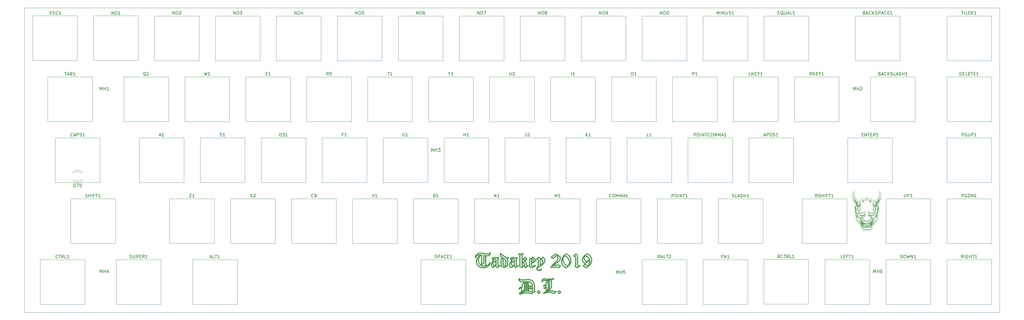
<source format=gbr>
G04 #@! TF.GenerationSoftware,KiCad,Pcbnew,(5.1.4)-1*
G04 #@! TF.CreationDate,2020-02-24T20:41:39-03:00*
G04 #@! TF.ProjectId,TKL2019,544b4c32-3031-4392-9e6b-696361645f70,rev?*
G04 #@! TF.SameCoordinates,Original*
G04 #@! TF.FileFunction,Legend,Top*
G04 #@! TF.FilePolarity,Positive*
%FSLAX46Y46*%
G04 Gerber Fmt 4.6, Leading zero omitted, Abs format (unit mm)*
G04 Created by KiCad (PCBNEW (5.1.4)-1) date 2020-02-24 20:41:39*
%MOMM*%
%LPD*%
G04 APERTURE LIST*
%ADD10C,0.300000*%
%ADD11C,0.100000*%
%ADD12C,0.050000*%
%ADD13C,0.120000*%
%ADD14C,0.150000*%
G04 APERTURE END LIST*
D10*
X160133163Y-104204130D02*
X160418858Y-104220476D01*
X160418858Y-104220476D02*
X160690319Y-104251407D01*
X160690319Y-104251407D02*
X160957661Y-104288880D01*
X160957661Y-104288880D02*
X161220255Y-104329936D01*
X161220255Y-104329936D02*
X161287296Y-104340930D01*
X158431518Y-105575880D02*
X158497379Y-105338371D01*
X158497379Y-105338371D02*
X158579329Y-105119756D01*
X158579329Y-105119756D02*
X158682914Y-104922375D01*
X158682914Y-104922375D02*
X158705274Y-104888370D01*
X163020048Y-104115270D02*
X163135149Y-104196271D01*
X159296337Y-104384430D02*
X159510166Y-104297523D01*
X159510166Y-104297523D02*
X159750922Y-104236963D01*
X159750922Y-104236963D02*
X160023581Y-104206645D01*
X160023581Y-104206645D02*
X160133163Y-104204130D01*
X158988360Y-106019940D02*
X159088163Y-105818601D01*
X159088163Y-105818601D02*
X159204339Y-105629927D01*
X159204339Y-105629927D02*
X159332007Y-105456231D01*
X159332007Y-105456231D02*
X159470392Y-105294003D01*
X159470392Y-105294003D02*
X159492321Y-105270210D01*
X159918510Y-108542850D02*
X159720122Y-108439942D01*
X159720122Y-108439942D02*
X159541295Y-108317629D01*
X159541295Y-108317629D02*
X159380100Y-108178537D01*
X159380100Y-108178537D02*
X159377220Y-108175770D01*
X162621855Y-104949120D02*
X162394349Y-105022337D01*
X162394349Y-105022337D02*
X162119292Y-105048718D01*
X162119292Y-105048718D02*
X162117897Y-105048720D01*
X163135149Y-104196271D02*
X163069983Y-104431546D01*
X163069983Y-104431546D02*
X162975429Y-104639159D01*
X162975429Y-104639159D02*
X162954720Y-104672220D01*
X165704727Y-105583590D02*
X165816717Y-105627090D01*
X161197086Y-108246570D02*
X161479501Y-108227130D01*
X161479501Y-108227130D02*
X161604612Y-108212370D01*
X162817839Y-107883481D02*
X162683862Y-108053006D01*
X162683862Y-108053006D02*
X162534660Y-108205949D01*
X162534660Y-108205949D02*
X162369666Y-108343101D01*
X162369666Y-108343101D02*
X162188884Y-108464467D01*
X162188884Y-108464467D02*
X162071232Y-108530550D01*
X161747703Y-108175830D02*
X161972901Y-108098905D01*
X161972901Y-108098905D02*
X162181858Y-108007834D01*
X162181858Y-108007834D02*
X162375708Y-107898427D01*
X162375708Y-107898427D02*
X162500532Y-107808750D01*
X165816717Y-105627090D02*
X165702811Y-105814806D01*
X165702811Y-105814806D02*
X165605694Y-106017840D01*
X165605694Y-106017840D02*
X165602067Y-106028400D01*
X161287296Y-104340930D02*
X161546362Y-104382355D01*
X161546362Y-104382355D02*
X161809075Y-104420724D01*
X161809075Y-104420724D02*
X162077661Y-104454052D01*
X162077661Y-104454052D02*
X162356642Y-104476288D01*
X162356642Y-104476288D02*
X162425874Y-104477730D01*
X160273149Y-104790871D02*
X160115091Y-104934106D01*
X160115091Y-104934106D02*
X159966439Y-105086430D01*
X159966439Y-105086430D02*
X159829156Y-105249931D01*
X159829156Y-105249931D02*
X159706249Y-105427411D01*
X159706249Y-105427411D02*
X159660309Y-105506371D01*
X160932663Y-107391120D02*
X160781949Y-107540779D01*
X160781949Y-107540779D02*
X160622084Y-107682734D01*
X160622084Y-107682734D02*
X160456488Y-107822048D01*
X160456488Y-107822048D02*
X160289979Y-107957525D01*
X160289979Y-107957525D02*
X160235829Y-108000870D01*
X158801709Y-105124770D02*
X158682438Y-105307079D01*
X158682438Y-105307079D02*
X158590342Y-105516558D01*
X158590342Y-105516558D02*
X158546619Y-105644280D01*
X158817261Y-106841190D02*
X158836453Y-106557779D01*
X158836453Y-106557779D02*
X158887261Y-106307266D01*
X158887261Y-106307266D02*
X158962975Y-106080636D01*
X158962975Y-106080636D02*
X158988360Y-106019940D01*
X159395886Y-106498740D02*
X159415718Y-106779909D01*
X159415718Y-106779909D02*
X159470302Y-107027238D01*
X159470302Y-107027238D02*
X159553425Y-107245628D01*
X159553425Y-107245628D02*
X159660298Y-107439345D01*
X159660298Y-107439345D02*
X159788456Y-107613326D01*
X159788456Y-107613326D02*
X159934556Y-107769068D01*
X159934556Y-107769068D02*
X160098168Y-107910162D01*
X160098168Y-107910162D02*
X160111386Y-107920410D01*
X163020048Y-104116830D02*
X163020048Y-104115270D01*
X159697638Y-104754570D02*
X159424031Y-104781331D01*
X159424031Y-104781331D02*
X159215454Y-104847871D01*
X161747703Y-105030721D02*
X161747703Y-108175830D01*
X160388253Y-107612430D02*
X160431904Y-107355245D01*
X160431904Y-107355245D02*
X160438026Y-107130241D01*
X158972805Y-107603371D02*
X158890568Y-107383861D01*
X158890568Y-107383861D02*
X158837455Y-107136638D01*
X158837455Y-107136638D02*
X158817302Y-106855314D01*
X158817302Y-106855314D02*
X158817261Y-106841190D01*
X159215454Y-104847871D02*
X159013672Y-104946679D01*
X159013672Y-104946679D02*
X158843239Y-105079893D01*
X158843239Y-105079893D02*
X158801709Y-105124770D01*
X161013537Y-108766950D02*
X160720250Y-108752388D01*
X160720250Y-108752388D02*
X160459127Y-108713304D01*
X160459127Y-108713304D02*
X160218656Y-108653367D01*
X160218656Y-108653367D02*
X159995657Y-108575282D01*
X159995657Y-108575282D02*
X159918510Y-108542850D01*
X161081976Y-104914770D02*
X161081976Y-106775070D01*
X161081976Y-106775070D02*
X161073209Y-107066591D01*
X161073209Y-107066591D02*
X161053986Y-107191920D01*
X165558516Y-107726910D02*
X165573292Y-108013319D01*
X165573292Y-108013319D02*
X165608289Y-108140671D01*
X161604612Y-108212370D02*
X161604603Y-105001770D01*
X162954720Y-104672220D02*
X162812571Y-104831020D01*
X162812571Y-104831020D02*
X162627444Y-104946500D01*
X162627444Y-104946500D02*
X162621855Y-104949120D01*
X165602067Y-106028400D02*
X165561279Y-106288847D01*
X165561279Y-106288847D02*
X165558516Y-106401690D01*
X162425874Y-104477730D02*
X162688987Y-104440483D01*
X162688987Y-104440483D02*
X162743181Y-104415630D01*
X158705274Y-104888370D02*
X158838974Y-104720343D01*
X158838974Y-104720343D02*
X158994820Y-104574333D01*
X158994820Y-104574333D02*
X159172371Y-104450975D01*
X159172371Y-104450975D02*
X159296337Y-104384430D01*
X158546619Y-105644280D02*
X158431518Y-105575880D01*
X160235829Y-108000870D02*
X160442862Y-108095284D01*
X160442862Y-108095284D02*
X160658906Y-108171870D01*
X163020048Y-107158560D02*
X163135149Y-107214660D01*
X159492321Y-105270210D02*
X159648847Y-105119077D01*
X159648847Y-105119077D02*
X159813580Y-104980827D01*
X159813580Y-104980827D02*
X159988090Y-104848160D01*
X159988090Y-104848160D02*
X160089609Y-104775570D01*
X159377220Y-108175770D02*
X159232976Y-108019337D01*
X159232976Y-108019337D02*
X159106661Y-107845440D01*
X159106661Y-107845440D02*
X158997154Y-107653336D01*
X158997154Y-107653336D02*
X158972805Y-107603371D01*
X160111386Y-107920410D02*
X160268442Y-107776085D01*
X160268442Y-107776085D02*
X160388253Y-107612430D01*
X162117897Y-105048720D02*
X161828669Y-105036949D01*
X161828669Y-105036949D02*
X161747703Y-105030721D01*
X160438026Y-107130241D02*
X160438026Y-104805870D01*
X160438026Y-104805870D02*
X160273149Y-104790871D01*
X159660309Y-105506371D02*
X159560925Y-105710083D01*
X159560925Y-105710083D02*
X159480421Y-105930744D01*
X159480421Y-105930744D02*
X159423178Y-106173794D01*
X159423178Y-106173794D02*
X159396539Y-106447988D01*
X159396539Y-106447988D02*
X159395886Y-106498740D01*
X162743181Y-104415630D02*
X162900996Y-104271565D01*
X162900996Y-104271565D02*
X163020048Y-104116830D01*
X162500532Y-107808750D02*
X162662677Y-107657188D01*
X162662677Y-107657188D02*
X162800195Y-107494536D01*
X162800195Y-107494536D02*
X162924448Y-107317101D01*
X162924448Y-107317101D02*
X163020048Y-107158560D01*
X160089609Y-104775570D02*
X159697638Y-104754570D01*
X163135149Y-107214660D02*
X163054998Y-107435370D01*
X163054998Y-107435370D02*
X162961372Y-107643415D01*
X162961372Y-107643415D02*
X162850596Y-107835828D01*
X162850596Y-107835828D02*
X162817839Y-107883481D01*
X160658906Y-108171870D02*
X160909216Y-108224385D01*
X160909216Y-108224385D02*
X161187999Y-108246545D01*
X161187999Y-108246545D02*
X161197086Y-108246570D01*
X161053986Y-107191920D02*
X160941906Y-107380220D01*
X160941906Y-107380220D02*
X160932663Y-107391120D01*
X161604603Y-105001770D02*
X161340519Y-104962142D01*
X161340519Y-104962142D02*
X161084638Y-104915312D01*
X161084638Y-104915312D02*
X161081976Y-104914770D01*
X162071232Y-108530550D02*
X161863358Y-108623021D01*
X161863358Y-108623021D02*
X161632515Y-108694977D01*
X161632515Y-108694977D02*
X161380229Y-108743133D01*
X161380229Y-108743133D02*
X161102441Y-108765627D01*
X161102441Y-108765627D02*
X161013537Y-108766950D01*
X193366563Y-106806330D02*
X194169183Y-106264890D01*
X191904330Y-106215060D02*
X191934341Y-105944061D01*
X191934341Y-105944061D02*
X192008551Y-105715949D01*
X192008551Y-105715949D02*
X192112856Y-105516497D01*
X192112856Y-105516497D02*
X192237192Y-105340920D01*
X192539073Y-106199550D02*
X192659468Y-106379548D01*
X192659468Y-106379548D02*
X192812048Y-106528206D01*
X192812048Y-106528206D02*
X192862602Y-106566631D01*
X189306906Y-105132631D02*
X189194916Y-105219631D01*
X194078967Y-107540340D02*
X194143050Y-107302983D01*
X194143050Y-107302983D02*
X194190941Y-107047747D01*
X194190941Y-107047747D02*
X194216688Y-106770998D01*
X194216688Y-106770998D02*
X194218947Y-106663080D01*
X174252672Y-114152850D02*
X174260205Y-113860205D01*
X174260205Y-113860205D02*
X174292071Y-113589842D01*
X174292071Y-113589842D02*
X174296223Y-113571120D01*
X193319775Y-104460540D02*
X193545873Y-104535497D01*
X193545873Y-104535497D02*
X193755780Y-104627001D01*
X193755780Y-104627001D02*
X193949004Y-104735475D01*
X193949004Y-104735475D02*
X194127589Y-104863387D01*
X194127589Y-104863387D02*
X194285139Y-105006788D01*
X194285139Y-105006788D02*
X194421024Y-105163590D01*
X174296223Y-113571120D02*
X174376633Y-113351093D01*
X174376633Y-113351093D02*
X174481732Y-113154106D01*
X174481732Y-113154106D02*
X174489096Y-113141820D01*
X173474931Y-116346030D02*
X173646615Y-116217224D01*
X173646615Y-116217224D02*
X173810236Y-116079636D01*
X173810236Y-116079636D02*
X173961084Y-115930179D01*
X173961084Y-115930179D02*
X174091553Y-115760431D01*
X174091553Y-115760431D02*
X174109548Y-115730070D01*
X194113041Y-108047370D02*
X193966373Y-108202057D01*
X193966373Y-108202057D02*
X193814021Y-108350479D01*
X193814021Y-108350479D02*
X193655666Y-108493515D01*
X193655666Y-108493515D02*
X193492507Y-108630632D01*
X193492507Y-108630632D02*
X193321518Y-108764664D01*
X193321518Y-108764664D02*
X193319769Y-108765990D01*
X172918086Y-112587000D02*
X173214730Y-112580754D01*
X173214730Y-112580754D02*
X173508006Y-112571460D01*
X173508006Y-112571460D02*
X173801094Y-112561237D01*
X173801094Y-112561237D02*
X174098591Y-112550342D01*
X174098591Y-112550342D02*
X174280647Y-112543500D01*
X173375385Y-116747310D02*
X173146581Y-116819545D01*
X173146581Y-116819545D02*
X172929885Y-116903380D01*
X172929885Y-116903380D02*
X172720320Y-116997587D01*
X172720320Y-116997587D02*
X172519805Y-117098944D01*
X172519805Y-117098944D02*
X172445235Y-117139290D01*
X194169183Y-106264890D02*
X194096771Y-106036573D01*
X194096771Y-106036573D02*
X193997773Y-105832939D01*
X193997773Y-105832939D02*
X193874633Y-105654646D01*
X193874633Y-105654646D02*
X193727880Y-105498999D01*
X193727880Y-105498999D02*
X193560284Y-105366133D01*
X193560284Y-105366133D02*
X193371441Y-105253504D01*
X193371441Y-105253504D02*
X193160393Y-105159574D01*
X193160393Y-105159574D02*
X192933217Y-105085607D01*
X192933217Y-105085607D02*
X192738183Y-105039181D01*
X194610780Y-107325660D02*
X194505792Y-107528763D01*
X194505792Y-107528763D02*
X194385390Y-107713098D01*
X194385390Y-107713098D02*
X194252964Y-107885697D01*
X194252964Y-107885697D02*
X194113041Y-108047370D01*
X192237192Y-105340920D02*
X192376786Y-105179559D01*
X192376786Y-105179559D02*
X192527152Y-105028443D01*
X192527152Y-105028443D02*
X192687676Y-104886916D01*
X192687676Y-104886916D02*
X192856718Y-104755201D01*
X192856718Y-104755201D02*
X193036031Y-104631052D01*
X193036031Y-104631052D02*
X193222321Y-104515939D01*
X193222321Y-104515939D02*
X193319775Y-104460540D01*
X173776707Y-113994210D02*
X173801607Y-115098570D01*
X193319769Y-108765990D02*
X192156450Y-108227820D01*
X172445235Y-117139290D02*
X172355019Y-117021090D01*
X173901141Y-113540010D02*
X173806729Y-113746207D01*
X173806729Y-113746207D02*
X173776707Y-113994210D01*
X174258882Y-114585270D02*
X174253261Y-114289579D01*
X174253261Y-114289579D02*
X174252672Y-114152850D01*
X172121703Y-112279200D02*
X172267914Y-112279200D01*
X192738183Y-105039181D02*
X192608481Y-105213352D01*
X192608481Y-105213352D02*
X192507963Y-105400050D01*
X192507963Y-105400050D02*
X192440135Y-105633159D01*
X192440135Y-105633159D02*
X192430203Y-105764040D01*
X194806770Y-106355070D02*
X194791370Y-106643406D01*
X194791370Y-106643406D02*
X194748358Y-106904953D01*
X194748358Y-106904953D02*
X194682615Y-107140691D01*
X194682615Y-107140691D02*
X194610780Y-107325660D01*
X190330359Y-108766050D02*
X189574416Y-108271410D01*
X192787821Y-107369100D02*
X192588665Y-107266828D01*
X192588665Y-107266828D02*
X192400703Y-107154519D01*
X192400703Y-107154519D02*
X192346080Y-107114100D01*
X189574416Y-108271410D02*
X189782856Y-107994510D01*
X192595083Y-107674110D02*
X193749216Y-108202950D01*
X192156450Y-108227820D02*
X192595083Y-107674110D01*
X177005769Y-116237070D02*
X176820834Y-116355570D01*
X176820834Y-116355570D02*
X176639826Y-116475764D01*
X176639826Y-116475764D02*
X176460052Y-116600514D01*
X176460052Y-116600514D02*
X176285531Y-116728654D01*
X176285531Y-116728654D02*
X176117796Y-116861508D01*
X176117796Y-116861508D02*
X176072508Y-116899710D01*
X192862602Y-106566631D02*
X193053304Y-106677138D01*
X193053304Y-106677138D02*
X193264440Y-106768127D01*
X193264440Y-106768127D02*
X193366563Y-106806330D01*
X192028770Y-106728361D02*
X191943020Y-106512750D01*
X191943020Y-106512750D02*
X191904800Y-106249323D01*
X191904800Y-106249323D02*
X191904330Y-106215060D01*
X192430203Y-105764040D02*
X192469214Y-106026210D01*
X192469214Y-106026210D02*
X192539073Y-106199550D01*
X194218947Y-106663080D02*
X194197047Y-106414080D01*
X189194916Y-105219631D02*
X189101577Y-105113850D01*
X172871460Y-115356930D02*
X172698743Y-115229557D01*
X172698743Y-115229557D02*
X172569705Y-115204530D01*
X174489096Y-113141820D02*
X174408213Y-113141820D01*
X172355019Y-117021090D02*
X172553500Y-116916035D01*
X172553500Y-116916035D02*
X172746451Y-116808893D01*
X172746451Y-116808893D02*
X172938518Y-116696667D01*
X172938518Y-116696667D02*
X173131838Y-116577264D01*
X173131838Y-116577264D02*
X173314507Y-116457570D01*
X173314507Y-116457570D02*
X173474931Y-116346030D01*
X173008338Y-115720890D02*
X172953605Y-115475484D01*
X172953605Y-115475484D02*
X172871460Y-115356930D01*
X174408213Y-113141820D02*
X174221318Y-113256912D01*
X174221318Y-113256912D02*
X174048607Y-113385352D01*
X174048607Y-113385352D02*
X173901390Y-113539657D01*
X173901390Y-113539657D02*
X173901141Y-113540010D01*
X174109548Y-115730070D02*
X174200274Y-115517539D01*
X174200274Y-115517539D02*
X174251825Y-115269074D01*
X174251825Y-115269074D02*
X174265092Y-115036350D01*
X194421024Y-105163590D02*
X194544170Y-105342824D01*
X194544170Y-105342824D02*
X194647003Y-105541901D01*
X194647003Y-105541901D02*
X194727222Y-105763891D01*
X194727222Y-105763891D02*
X194781417Y-106011089D01*
X194781417Y-106011089D02*
X194805884Y-106288841D01*
X194805884Y-106288841D02*
X194806770Y-106355070D01*
X192346080Y-107114100D02*
X192192902Y-106966354D01*
X192192902Y-106966354D02*
X192065341Y-106791516D01*
X192065341Y-106791516D02*
X192028770Y-106728361D01*
X189782856Y-107994510D02*
X189782856Y-105664470D01*
X176072508Y-116899710D02*
X175834464Y-116836231D01*
X175834464Y-116836231D02*
X175590641Y-116778159D01*
X175590641Y-116778159D02*
X175340512Y-116726621D01*
X175340512Y-116726621D02*
X175082196Y-116682892D01*
X175082196Y-116682892D02*
X174814464Y-116649008D01*
X174814464Y-116649008D02*
X174533755Y-116627764D01*
X174533755Y-116627764D02*
X174327309Y-116622810D01*
X172267914Y-112279200D02*
X172382812Y-112464734D01*
X172382812Y-112464734D02*
X172432791Y-112500000D01*
X172432791Y-112500000D02*
X172662320Y-112570713D01*
X172662320Y-112570713D02*
X172918086Y-112587000D01*
X191052087Y-107994420D02*
X191151627Y-108100320D01*
X194197047Y-106414080D02*
X192787821Y-107369100D01*
X189477996Y-105042330D02*
X189306906Y-105132631D01*
X176915553Y-114249240D02*
X176940063Y-114528624D01*
X176940063Y-114528624D02*
X176956995Y-114815091D01*
X176956995Y-114815091D02*
X176970297Y-115104366D01*
X176970297Y-115104366D02*
X176981409Y-115396689D01*
X176981409Y-115396689D02*
X176990944Y-115689852D01*
X176990944Y-115689852D02*
X176999386Y-115986598D01*
X176999386Y-115986598D02*
X177005769Y-116237070D01*
X175145469Y-112516500D02*
X175431474Y-112531360D01*
X175431474Y-112531360D02*
X175688068Y-112575156D01*
X175688068Y-112575156D02*
X175917413Y-112647140D01*
X175917413Y-112647140D02*
X176022732Y-112693800D01*
X176022732Y-112693800D02*
X176212338Y-112805507D01*
X176212338Y-112805507D02*
X176377060Y-112941743D01*
X176377060Y-112941743D02*
X176521351Y-113103980D01*
X176521351Y-113103980D02*
X176613798Y-113238210D01*
X174280647Y-112543500D02*
X174572650Y-112532486D01*
X174572650Y-112532486D02*
X174866971Y-112522530D01*
X174866971Y-112522530D02*
X175145469Y-112516500D01*
X191151627Y-108100320D02*
X190330359Y-108766050D01*
X190713000Y-108271320D02*
X191052087Y-107994420D01*
X193749216Y-108202950D02*
X193865494Y-108015282D01*
X193865494Y-108015282D02*
X193969306Y-107818496D01*
X193969306Y-107818496D02*
X194057263Y-107606446D01*
X194057263Y-107606446D02*
X194078967Y-107540340D01*
X172846572Y-116196840D02*
X172953717Y-116002732D01*
X172953717Y-116002732D02*
X173007500Y-115756498D01*
X173007500Y-115756498D02*
X173008338Y-115720890D01*
X176613798Y-113238210D02*
X176716706Y-113436497D01*
X176716706Y-113436497D02*
X176797729Y-113657795D01*
X176797729Y-113657795D02*
X176859416Y-113898985D01*
X176859416Y-113898985D02*
X176903796Y-114156393D01*
X176903796Y-114156393D02*
X176915553Y-114249240D01*
X172177734Y-116778570D02*
X172353149Y-116652003D01*
X172353149Y-116652003D02*
X172521917Y-116520376D01*
X172521917Y-116520376D02*
X172682341Y-116379737D01*
X172682341Y-116379737D02*
X172826782Y-116223429D01*
X172826782Y-116223429D02*
X172846572Y-116196840D01*
X174327309Y-116622810D02*
X174035836Y-116633280D01*
X174035836Y-116633280D02*
X173765194Y-116663439D01*
X173765194Y-116663439D02*
X173512957Y-116711746D01*
X173512957Y-116711746D02*
X173375385Y-116747310D01*
X173537184Y-115891830D02*
X173395141Y-116050236D01*
X173395141Y-116050236D02*
X173237916Y-116194169D01*
X173237916Y-116194169D02*
X173071427Y-116330869D01*
X173071427Y-116330869D02*
X172898854Y-116462709D01*
X172898854Y-116462709D02*
X172722477Y-116590588D01*
X172722477Y-116590588D02*
X172541179Y-116716823D01*
X172541179Y-116716823D02*
X172358626Y-116839882D01*
X172358626Y-116839882D02*
X172267950Y-116899770D01*
X173801607Y-115098570D02*
X173773974Y-115374722D01*
X173773974Y-115374722D02*
X173703099Y-115604195D01*
X173703099Y-115604195D02*
X173599608Y-115801831D01*
X173599608Y-115801831D02*
X173537184Y-115891830D01*
X174265092Y-115036350D02*
X174261811Y-114737673D01*
X174261811Y-114737673D02*
X174258882Y-114585270D01*
X183778722Y-107913601D02*
X184068405Y-107926461D01*
X184068405Y-107926461D02*
X184254687Y-107947800D01*
X185035526Y-105664470D02*
X185012910Y-105942373D01*
X185012910Y-105942373D02*
X184950282Y-106182003D01*
X184950282Y-106182003D02*
X184854881Y-106387713D01*
X184854881Y-106387713D02*
X184755537Y-106535521D01*
X179557428Y-106793730D02*
X179522101Y-106525788D01*
X179522101Y-106525788D02*
X179439549Y-106307180D01*
X179439549Y-106307180D02*
X179327705Y-106118061D01*
X179327705Y-106118061D02*
X179215233Y-105972451D01*
X189602436Y-105101430D02*
X189477996Y-105042330D01*
X189751746Y-105337830D02*
X189645067Y-105144150D01*
X189645067Y-105144150D02*
X189602436Y-105101430D01*
X179215233Y-105972451D02*
X178748604Y-106342650D01*
X189782856Y-105664470D02*
X189763624Y-105383110D01*
X189763624Y-105383110D02*
X189751746Y-105337830D01*
X189101577Y-105113850D02*
X189879294Y-104460570D01*
X187776357Y-107596321D02*
X187840766Y-107356869D01*
X187840766Y-107356869D02*
X187871023Y-107086076D01*
X187871023Y-107086076D02*
X187872777Y-106999051D01*
X182229666Y-105431160D02*
X183523788Y-104460570D01*
X187956777Y-107782981D02*
X187834277Y-107962770D01*
X187834277Y-107962770D02*
X187701159Y-108130669D01*
X187701159Y-108130669D02*
X187557657Y-108287638D01*
X187557657Y-108287638D02*
X187402822Y-108435446D01*
X187402822Y-108435446D02*
X187239094Y-108572516D01*
X187239094Y-108572516D02*
X187064803Y-108700944D01*
X187064803Y-108700944D02*
X186967520Y-108766020D01*
X190433040Y-105278730D02*
X190433040Y-107882520D01*
X182882793Y-107848320D02*
X182730065Y-107996674D01*
X182730065Y-107996674D02*
X182597241Y-108164089D01*
X182597241Y-108164089D02*
X182562372Y-108215401D01*
X190470360Y-108044220D02*
X190618155Y-108197291D01*
X190618155Y-108197291D02*
X190713000Y-108271320D01*
X188323860Y-106491960D02*
X188308326Y-106778342D01*
X188308326Y-106778342D02*
X188265294Y-107038207D01*
X188265294Y-107038207D02*
X188199919Y-107273161D01*
X188199919Y-107273161D02*
X188115353Y-107488632D01*
X188115353Y-107488632D02*
X188013704Y-107688123D01*
X188013704Y-107688123D02*
X187956777Y-107782981D01*
X187689237Y-106146660D02*
X187586444Y-105949033D01*
X187586444Y-105949033D02*
X187463323Y-105771524D01*
X187463323Y-105771524D02*
X187320541Y-105612220D01*
X187320541Y-105612220D02*
X187159684Y-105470685D01*
X187159684Y-105470685D02*
X187144836Y-105459150D01*
X185804067Y-105428040D02*
X185927557Y-105242828D01*
X185927557Y-105242828D02*
X186059875Y-105074634D01*
X186059875Y-105074634D02*
X186205260Y-104917791D01*
X186205260Y-104917791D02*
X186364151Y-104772829D01*
X186364151Y-104772829D02*
X186534174Y-104642269D01*
X186534174Y-104642269D02*
X186719438Y-104523515D01*
X186719438Y-104523515D02*
X186833766Y-104460570D01*
X185415210Y-106734630D02*
X185432669Y-106451502D01*
X185432669Y-106451502D02*
X185479075Y-106196098D01*
X185479075Y-106196098D02*
X185547377Y-105963792D01*
X185547377Y-105963792D02*
X185633371Y-105748941D01*
X185633371Y-105748941D02*
X185734227Y-105547980D01*
X185734227Y-105547980D02*
X185804067Y-105428040D01*
X186833754Y-104460570D02*
X187050923Y-104545380D01*
X187050923Y-104545380D02*
X187252717Y-104645380D01*
X187252717Y-104645380D02*
X187438172Y-104760145D01*
X187438172Y-104760145D02*
X187608098Y-104890234D01*
X187608098Y-104890234D02*
X187762907Y-105036364D01*
X187762907Y-105036364D02*
X187901573Y-105197958D01*
X187901573Y-105197958D02*
X187931889Y-105238290D01*
X182562372Y-108215401D02*
X182774147Y-108126574D01*
X182774147Y-108126574D02*
X182996652Y-108045881D01*
X182996652Y-108045881D02*
X183221877Y-107982000D01*
X184176918Y-106203330D02*
X184255324Y-105980822D01*
X184255324Y-105980822D02*
X184295717Y-105720227D01*
X184295717Y-105720227D02*
X184298237Y-105634020D01*
X183377420Y-108504780D02*
X183094117Y-108523091D01*
X183094117Y-108523091D02*
X182838155Y-108568332D01*
X182838155Y-108568332D02*
X182600980Y-108631655D01*
X182600980Y-108631655D02*
X182377027Y-108708400D01*
X182377027Y-108708400D02*
X182347722Y-108719580D01*
X184568883Y-108766081D02*
X184342296Y-108689391D01*
X184342296Y-108689391D02*
X184111892Y-108616901D01*
X184111892Y-108616901D02*
X183906267Y-108563880D01*
X183221877Y-107982000D02*
X183475417Y-107934201D01*
X183475417Y-107934201D02*
X183758388Y-107913693D01*
X183758388Y-107913693D02*
X183778722Y-107913601D01*
X182273063Y-108343590D02*
X182379064Y-108147571D01*
X182379064Y-108147571D02*
X182501166Y-107968808D01*
X182501166Y-107968808D02*
X182637321Y-107802401D01*
X182637321Y-107802401D02*
X182668146Y-107768100D01*
X182170404Y-108707580D02*
X182223291Y-108459519D01*
X182223291Y-108459519D02*
X182273063Y-108343590D01*
X179370777Y-107450130D02*
X179466423Y-107244833D01*
X179466423Y-107244833D02*
X179535990Y-107008483D01*
X179535990Y-107008483D02*
X179557428Y-106793730D01*
X190433040Y-107882520D02*
X190470360Y-108044220D01*
X190296150Y-104771670D02*
X190392824Y-104975292D01*
X190392824Y-104975292D02*
X190432379Y-105236131D01*
X190432379Y-105236131D02*
X190433040Y-105278730D01*
X186967520Y-108766020D02*
X186736068Y-108696302D01*
X186736068Y-108696302D02*
X186526820Y-108605521D01*
X186526820Y-108605521D02*
X186334495Y-108495083D01*
X186334495Y-108495083D02*
X186159404Y-108368400D01*
X186159404Y-108368400D02*
X186158694Y-108367830D01*
X183906267Y-108563880D02*
X183647511Y-108521091D01*
X183647511Y-108521091D02*
X183377420Y-108504780D01*
X178114002Y-107975580D02*
X178114002Y-106488600D01*
X177743808Y-106096710D02*
X177669132Y-105994230D01*
X183523788Y-104460570D02*
X185023227Y-105362730D01*
X184755537Y-106535521D02*
X184611106Y-106691900D01*
X184611106Y-106691900D02*
X184446933Y-106833698D01*
X184446933Y-106833698D02*
X184273608Y-106964393D01*
X184273608Y-106964393D02*
X184095741Y-107086613D01*
X184095741Y-107086613D02*
X183912223Y-107204275D01*
X183912223Y-107204275D02*
X183723145Y-107319014D01*
X183723145Y-107319014D02*
X183530230Y-107430917D01*
X183530230Y-107430917D02*
X183501855Y-107447010D01*
X186292461Y-105032971D02*
X186160699Y-105202148D01*
X186160699Y-105202148D02*
X186048798Y-105390773D01*
X186048798Y-105390773D02*
X185959660Y-105601708D01*
X185959660Y-105601708D02*
X185896880Y-105839136D01*
X185896880Y-105839136D02*
X185865459Y-106109237D01*
X185865459Y-106109237D02*
X185863161Y-106208880D01*
X189879294Y-104460570D02*
X190078761Y-104563597D01*
X190078761Y-104563597D02*
X190241678Y-104702102D01*
X190241678Y-104702102D02*
X190296150Y-104771670D01*
X186292455Y-105032971D02*
X186292455Y-105032971D01*
X186833766Y-104460570D02*
X186833766Y-104460570D01*
X182668146Y-107768100D02*
X182817946Y-107614965D01*
X182817946Y-107614965D02*
X182975419Y-107471061D01*
X182975419Y-107471061D02*
X183137332Y-107332313D01*
X183137332Y-107332313D02*
X183265431Y-107226780D01*
X187144836Y-105459150D02*
X186966617Y-105333611D01*
X186966617Y-105333611D02*
X186775854Y-105224245D01*
X186775854Y-105224245D02*
X186567064Y-105128418D01*
X186567064Y-105128418D02*
X186344559Y-105048731D01*
X186344559Y-105048731D02*
X186292455Y-105032971D01*
X187459047Y-108171840D02*
X187581239Y-107991381D01*
X187581239Y-107991381D02*
X187689647Y-107799347D01*
X187689647Y-107799347D02*
X187776357Y-107596321D01*
X186071601Y-107123491D02*
X186179532Y-107317287D01*
X186179532Y-107317287D02*
X186305397Y-107492440D01*
X186305397Y-107492440D02*
X186448793Y-107649870D01*
X186448793Y-107649870D02*
X186609854Y-107790652D01*
X186609854Y-107790652D02*
X186665775Y-107832750D01*
X183837831Y-106716600D02*
X183973541Y-106550531D01*
X183973541Y-106550531D02*
X184092706Y-106368932D01*
X184092706Y-106368932D02*
X184176918Y-106203330D01*
X186665775Y-107832750D02*
X186849671Y-107952273D01*
X186849671Y-107952273D02*
X187050000Y-108053803D01*
X187050000Y-108053803D02*
X187272679Y-108132615D01*
X187272679Y-108132615D02*
X187459047Y-108171840D01*
X185863161Y-106208880D02*
X185881408Y-106491177D01*
X185881408Y-106491177D02*
X185931187Y-106745101D01*
X185931187Y-106745101D02*
X186005094Y-106971689D01*
X186005094Y-106971689D02*
X186071601Y-107123491D01*
X183962265Y-104890531D02*
X182671254Y-105879780D01*
X185604960Y-107639880D02*
X185522220Y-107420852D01*
X185522220Y-107420852D02*
X185459860Y-107182322D01*
X185459860Y-107182322D02*
X185422517Y-106917718D01*
X185422517Y-106917718D02*
X185415210Y-106734630D01*
X186158694Y-108367830D02*
X185999393Y-108223501D01*
X185999393Y-108223501D02*
X185857847Y-108062900D01*
X185857847Y-108062900D02*
X185733806Y-107885058D01*
X185733806Y-107885058D02*
X185627739Y-107689580D01*
X185627739Y-107689580D02*
X185604960Y-107639880D01*
X178748604Y-106342650D02*
X178748604Y-108109620D01*
X187872777Y-106999051D02*
X187853130Y-106710605D01*
X187853130Y-106710605D02*
X187801414Y-106457333D01*
X187801414Y-106457333D02*
X187725267Y-106230851D01*
X187725267Y-106230851D02*
X187689237Y-106146660D01*
X182671254Y-105879780D02*
X182229666Y-105431160D01*
X187931889Y-105238290D02*
X188051865Y-105421242D01*
X188051865Y-105421242D02*
X188152780Y-105621182D01*
X188152780Y-105621182D02*
X188233185Y-105841625D01*
X188233185Y-105841625D02*
X188290326Y-106086015D01*
X188290326Y-106086015D02*
X188320340Y-106356930D01*
X188320340Y-106356930D02*
X188323860Y-106491960D01*
X185110176Y-108171900D02*
X184568883Y-108766081D01*
X184627989Y-108016200D02*
X185110176Y-108171900D01*
X178748604Y-108109620D02*
X178918533Y-107977795D01*
X178918533Y-107977795D02*
X179077808Y-107832977D01*
X179077808Y-107832977D02*
X179222075Y-107672982D01*
X179222075Y-107672982D02*
X179346445Y-107493468D01*
X179346445Y-107493468D02*
X179370777Y-107450130D01*
X184298237Y-105634020D02*
X184265219Y-105366803D01*
X184265219Y-105366803D02*
X184178619Y-105152206D01*
X184178619Y-105152206D02*
X184052008Y-104977979D01*
X184052008Y-104977979D02*
X183962265Y-104890531D01*
X183265431Y-107226780D02*
X183430031Y-107091058D01*
X183430031Y-107091058D02*
X183592074Y-106951932D01*
X183592074Y-106951932D02*
X183748592Y-106807973D01*
X183748592Y-106807973D02*
X183837831Y-106716600D01*
X182347722Y-108719580D02*
X182210843Y-108766380D01*
X183501855Y-107447010D02*
X183311903Y-107557530D01*
X183311903Y-107557530D02*
X183126562Y-107672619D01*
X183126562Y-107672619D02*
X182948073Y-107796395D01*
X182948073Y-107796395D02*
X182882793Y-107848320D01*
X185023227Y-105362730D02*
X185035492Y-105651982D01*
X185035492Y-105651982D02*
X185035526Y-105664470D01*
X182182854Y-108754380D02*
X182170404Y-108707580D01*
X182210843Y-108766380D02*
X182182854Y-108754380D01*
X184254687Y-107947800D02*
X184514361Y-107990281D01*
X184514361Y-107990281D02*
X184627989Y-108016200D01*
X173021493Y-107338140D02*
X174044970Y-106463970D01*
X173419665Y-104308050D02*
X173419665Y-104308050D01*
X176026593Y-108016290D02*
X176748315Y-108302490D01*
X177669132Y-105994230D02*
X178322415Y-105449820D01*
X176070144Y-105807570D02*
X176026593Y-105828570D01*
X178972590Y-109173450D02*
X179072139Y-109207650D01*
X175363977Y-108150091D02*
X175399192Y-107884932D01*
X175399192Y-107884932D02*
X175401306Y-107751900D01*
X177420261Y-106473301D02*
X176026593Y-107450130D01*
X178876152Y-109204650D02*
X178972590Y-109173450D01*
X177939780Y-109397550D02*
X178133861Y-109503500D01*
X178133861Y-109503500D02*
X178356636Y-109534350D01*
X174044970Y-106463970D02*
X173584560Y-105963120D01*
X178356636Y-109534350D02*
X178615246Y-109491792D01*
X178615246Y-109491792D02*
X178664613Y-109468950D01*
X179516987Y-107745630D02*
X179347006Y-107876332D01*
X179347006Y-107876332D02*
X179169697Y-108001381D01*
X179169697Y-108001381D02*
X178987857Y-108122512D01*
X178987857Y-108122512D02*
X178801687Y-108241488D01*
X178801687Y-108241488D02*
X178612663Y-108358487D01*
X178612663Y-108358487D02*
X178424912Y-108471788D01*
X178424912Y-108471788D02*
X178421961Y-108473550D01*
X178322415Y-105449820D02*
X178495224Y-105577565D01*
X178495224Y-105577565D02*
X178645111Y-105729560D01*
X178645111Y-105729560D02*
X178667721Y-105764040D01*
X177305160Y-108062940D02*
X176297238Y-108765990D01*
X178026882Y-108725551D02*
X177872953Y-108871898D01*
X177872953Y-108871898D02*
X177827787Y-108937050D01*
X176542995Y-105449820D02*
X176542995Y-105449820D01*
X179691198Y-105449791D02*
X179831096Y-105611264D01*
X179831096Y-105611264D02*
X179955078Y-105789229D01*
X179955078Y-105789229D02*
X180057956Y-105986429D01*
X180057956Y-105986429D02*
X180134437Y-106212405D01*
X180134437Y-106212405D02*
X180172117Y-106476483D01*
X180172117Y-106476483D02*
X180173382Y-106535490D01*
X176297238Y-108765990D02*
X176097312Y-108663092D01*
X176097312Y-108663092D02*
X175890349Y-108568563D01*
X175890349Y-108568563D02*
X175790166Y-108529591D01*
X173002806Y-104423250D02*
X173222559Y-104342982D01*
X173222559Y-104342982D02*
X173419665Y-104308050D01*
X177236721Y-107969641D02*
X177305160Y-108062940D01*
X176026593Y-107450130D02*
X176026593Y-108016290D01*
X175223988Y-108302490D02*
X175363977Y-108150091D01*
X175886601Y-105779580D02*
X176088328Y-105680672D01*
X176088328Y-105680672D02*
X176288720Y-105579518D01*
X176288720Y-105579518D02*
X176491514Y-105476154D01*
X176491514Y-105476154D02*
X176542995Y-105449820D01*
X173584560Y-105963120D02*
X173021493Y-106507530D01*
X173388576Y-107176260D02*
X173021493Y-107499901D01*
X173021493Y-108038070D02*
X173388576Y-108293070D01*
X180014727Y-107157660D02*
X179900040Y-107344487D01*
X179900040Y-107344487D02*
X179764526Y-107511522D01*
X179764526Y-107511522D02*
X179614284Y-107661333D01*
X179614284Y-107661333D02*
X179516987Y-107745630D01*
X173021493Y-106507530D02*
X173021493Y-107338140D01*
X178667721Y-105764040D02*
X178740255Y-105991533D01*
X178740255Y-105991533D02*
X178748604Y-106131120D01*
X176844753Y-106665390D02*
X176070144Y-105807570D01*
X179072139Y-109207650D02*
X179109467Y-109297950D01*
X175401306Y-107751900D02*
X175401306Y-105972480D01*
X178779714Y-109335150D02*
X178876152Y-109204650D01*
X173021493Y-107499901D02*
X173021493Y-108038070D01*
X177784251Y-106059510D02*
X177743808Y-106096710D01*
X177921129Y-105978511D02*
X177784251Y-106059510D01*
X178042452Y-106065510D02*
X177921129Y-105978511D01*
X178114002Y-106488600D02*
X178092676Y-106208276D01*
X178092676Y-106208276D02*
X178042452Y-106065510D01*
X178748604Y-106199520D02*
X179691198Y-105449791D01*
X173388576Y-108293070D02*
X173842764Y-107919780D01*
X176542998Y-105449820D02*
X177420261Y-106473301D01*
X178748604Y-106131120D02*
X178748604Y-106199520D01*
X178421961Y-108473550D02*
X178232133Y-108589690D01*
X178232133Y-108589690D02*
X178050081Y-108708090D01*
X178050081Y-108708090D02*
X178026882Y-108725551D01*
X178089102Y-108261780D02*
X178113977Y-107986443D01*
X178113977Y-107986443D02*
X178114002Y-107975580D01*
X176026593Y-105828570D02*
X176026593Y-107237791D01*
X177995774Y-108479580D02*
X178086880Y-108270371D01*
X178086880Y-108270371D02*
X178089102Y-108261780D01*
X177868230Y-108628981D02*
X177995774Y-108479580D01*
X177653580Y-109076940D02*
X177713934Y-108836347D01*
X177713934Y-108836347D02*
X177838713Y-108660102D01*
X177838713Y-108660102D02*
X177868230Y-108628981D01*
X175790166Y-108529591D02*
X175558972Y-108459013D01*
X175558972Y-108459013D02*
X175317181Y-108400420D01*
X175317181Y-108400420D02*
X175223988Y-108380190D01*
X178397078Y-109649251D02*
X178126256Y-109619234D01*
X178126256Y-109619234D02*
X177914816Y-109530170D01*
X177914816Y-109530170D02*
X177846453Y-109478250D01*
X179109467Y-109297950D02*
X178988086Y-109476705D01*
X178988086Y-109476705D02*
X178963257Y-109493851D01*
X180173382Y-106535490D02*
X180143283Y-106806477D01*
X180143283Y-106806477D02*
X180071145Y-107034926D01*
X180071145Y-107034926D02*
X180014727Y-107157660D01*
X176748315Y-108302490D02*
X177236721Y-107969641D01*
X173842764Y-107919780D02*
X173784195Y-107677759D01*
X173784195Y-107677759D02*
X173688719Y-107472493D01*
X173688719Y-107472493D02*
X173555188Y-107303827D01*
X173555188Y-107303827D02*
X173388576Y-107176260D01*
X178664613Y-109468950D02*
X178779714Y-109335150D01*
X177846453Y-109478250D02*
X177711054Y-109312201D01*
X177711054Y-109312201D02*
X177653580Y-109076940D01*
X172057104Y-104479351D02*
X172103766Y-104389050D01*
X178963257Y-109493851D02*
X178762288Y-109594282D01*
X178762288Y-109594282D02*
X178512310Y-109644564D01*
X178512310Y-109644564D02*
X178397078Y-109649251D01*
X177827787Y-108937050D02*
X177784236Y-109105051D01*
X177784236Y-109105051D02*
X177867895Y-109324436D01*
X177867895Y-109324436D02*
X177939780Y-109397550D01*
X175223988Y-108380190D02*
X175223988Y-108302490D01*
X176026593Y-107237791D02*
X176844753Y-106665390D01*
X175401306Y-105972480D02*
X175620497Y-105890320D01*
X175620497Y-105890320D02*
X175835221Y-105802320D01*
X175835221Y-105802320D02*
X175886601Y-105779580D01*
X172383744Y-104516550D02*
X172555926Y-104645180D01*
X172555926Y-104645180D02*
X172620171Y-104703150D01*
X172358874Y-108038100D02*
X172394143Y-107772366D01*
X172394143Y-107772366D02*
X172399314Y-107512350D01*
X174807129Y-108137790D02*
X174866235Y-108237390D01*
X170644788Y-106974150D02*
X170644788Y-106177770D01*
X172374414Y-104877450D02*
X172289169Y-104661322D01*
X172289169Y-104661322D02*
X172271754Y-104638050D01*
X172175334Y-108296400D02*
X172175334Y-108237300D01*
X172175334Y-108237300D02*
X172330275Y-108091983D01*
X172330275Y-108091983D02*
X172358874Y-108038100D01*
X172610856Y-108483001D02*
X172410178Y-108383046D01*
X172410178Y-108383046D02*
X172191325Y-108301584D01*
X172191325Y-108301584D02*
X172175334Y-108296400D01*
X171313623Y-105724950D02*
X171428724Y-105584850D01*
X169478208Y-105730650D02*
X169658640Y-105742650D01*
X173102376Y-104718900D02*
X173039710Y-104957881D01*
X173039710Y-104957881D02*
X173021649Y-105241862D01*
X173021649Y-105241862D02*
X173021493Y-105275730D01*
X170175045Y-108246511D02*
X170644788Y-107866980D01*
X169658640Y-105742650D02*
X169918760Y-105702472D01*
X169918760Y-105702472D02*
X170121606Y-105604788D01*
X170121606Y-105604788D02*
X170287562Y-105468697D01*
X170287562Y-105468697D02*
X170305701Y-105450150D01*
X174141402Y-108766231D02*
X174008505Y-108598536D01*
X174008505Y-108598536D02*
X173951640Y-108489331D01*
X173021493Y-105275730D02*
X173021493Y-106348980D01*
X170644788Y-106177770D02*
X169580870Y-105851130D01*
X174418272Y-107755111D02*
X174466789Y-108007453D01*
X174466789Y-108007453D02*
X174527151Y-108206190D01*
X173858316Y-106778280D02*
X174024744Y-106912988D01*
X174024744Y-106912988D02*
X174167229Y-107070660D01*
X174167229Y-107070660D02*
X174225399Y-107157810D01*
X170644788Y-107101710D02*
X169891959Y-106750171D01*
X173419683Y-104308140D02*
X173419683Y-104389140D01*
X173419683Y-104389140D02*
X173249886Y-104521861D01*
X173249886Y-104521861D02*
X173116324Y-104691138D01*
X173116324Y-104691138D02*
X173102376Y-104718900D01*
X169960398Y-106653720D02*
X170644788Y-106974150D01*
X170305701Y-105450150D02*
X170506890Y-105554731D01*
X170506890Y-105554731D02*
X170726905Y-105641467D01*
X170726905Y-105641467D02*
X170800329Y-105664950D01*
X169717749Y-107415900D02*
X169752826Y-107681466D01*
X169752826Y-107681466D02*
X169842572Y-107894100D01*
X169842572Y-107894100D02*
X169970474Y-108067204D01*
X169970474Y-108067204D02*
X170127026Y-108210743D01*
X170127026Y-108210743D02*
X170175045Y-108246511D01*
X173951640Y-108489331D02*
X173885714Y-108252737D01*
X173885714Y-108252737D02*
X173858313Y-108063150D01*
X169167123Y-107908170D02*
X169195336Y-107636176D01*
X169195336Y-107636176D02*
X169267862Y-107408417D01*
X169267862Y-107408417D02*
X169282224Y-107376210D01*
X171428724Y-105584850D02*
X171428727Y-105583590D01*
X173858313Y-108063150D02*
X172977939Y-108766200D01*
X172103766Y-104389050D02*
X172315340Y-104478217D01*
X172315340Y-104478217D02*
X172383744Y-104516550D01*
X172399314Y-107512350D02*
X172399314Y-105250770D01*
X172271754Y-104638050D02*
X172104365Y-104503574D01*
X172104365Y-104503574D02*
X172057104Y-104479351D01*
X169580870Y-105851130D02*
X169960398Y-106653720D01*
X172977939Y-108766200D02*
X172817876Y-108625970D01*
X172817876Y-108625970D02*
X172642118Y-108501635D01*
X172642118Y-108501635D02*
X172610856Y-108483001D01*
X170644788Y-107866980D02*
X170644788Y-107101710D01*
X169434657Y-105817650D02*
X169478208Y-105730650D01*
X174866235Y-108237390D02*
X174141402Y-108766231D01*
X174580038Y-106146780D02*
X173858316Y-106778280D01*
X173021493Y-106348980D02*
X173948532Y-105449940D01*
X174527151Y-108206190D02*
X174601812Y-108265290D01*
X169891959Y-106750171D02*
X169805070Y-106963848D01*
X169805070Y-106963848D02*
X169740001Y-107199384D01*
X169740001Y-107199384D02*
X169717749Y-107415900D01*
X169699083Y-108766770D02*
X169539717Y-108625038D01*
X169539717Y-108625038D02*
X169395534Y-108467966D01*
X169395534Y-108467966D02*
X169273072Y-108288267D01*
X169273072Y-108288267D02*
X169186509Y-108070162D01*
X169186509Y-108070162D02*
X169167123Y-107908170D01*
X174601812Y-108265290D02*
X174788828Y-108151587D01*
X174788828Y-108151587D02*
X174807129Y-108137790D01*
X174225399Y-107157810D02*
X174320814Y-107363852D01*
X174320814Y-107363852D02*
X174387060Y-107597698D01*
X174387060Y-107597698D02*
X174418272Y-107755111D01*
X169807962Y-106614030D02*
X169434657Y-105817650D01*
X169282224Y-107376210D02*
X169387957Y-107179667D01*
X169387957Y-107179667D02*
X169507044Y-106997666D01*
X169507044Y-106997666D02*
X169636354Y-106823397D01*
X169636354Y-106823397D02*
X169772030Y-106656302D01*
X169772030Y-106656302D02*
X169807962Y-106614030D01*
X171214074Y-105745951D02*
X171313623Y-105724950D01*
X171749145Y-108194370D02*
X171055422Y-108766770D01*
X170800329Y-105664950D02*
X171039894Y-105725857D01*
X171039894Y-105725857D02*
X171214074Y-105745951D01*
X170644785Y-108020161D02*
X169699083Y-108766770D01*
X172620171Y-104703150D02*
X172781620Y-104563307D01*
X172781620Y-104563307D02*
X172962716Y-104443737D01*
X172962716Y-104443737D02*
X173002806Y-104423250D01*
X172399314Y-105250770D02*
X172387840Y-104962090D01*
X172387840Y-104962090D02*
X172374414Y-104877450D01*
X173948532Y-105449940D02*
X174580038Y-106146780D01*
X168009885Y-108470310D02*
X167824657Y-108587772D01*
X167824657Y-108587772D02*
X167652832Y-108716923D01*
X167652832Y-108716923D02*
X167593029Y-108765811D01*
X164236398Y-106653720D02*
X164920788Y-106974150D01*
X165732723Y-108221670D02*
X165810495Y-108203670D01*
X166025145Y-108194370D02*
X165331422Y-108766770D01*
X171540717Y-105627090D02*
X171426811Y-105814806D01*
X171426811Y-105814806D02*
X171329694Y-106017840D01*
X171329694Y-106017840D02*
X171326067Y-106028400D01*
X165704721Y-105584850D02*
X165704727Y-105583590D01*
X171428727Y-105583590D02*
X171540717Y-105627090D01*
X171326067Y-106028400D02*
X171285279Y-106288847D01*
X171285279Y-106288847D02*
X171282516Y-106401690D01*
X164920788Y-108020161D02*
X163975083Y-108766770D01*
X163975083Y-108766770D02*
X163815717Y-108625038D01*
X163815717Y-108625038D02*
X163671534Y-108467966D01*
X163671534Y-108467966D02*
X163549072Y-108288267D01*
X163549072Y-108288267D02*
X163462509Y-108070162D01*
X163462509Y-108070162D02*
X163443123Y-107908170D01*
X165331422Y-108766770D02*
X165168140Y-108626804D01*
X165168140Y-108626804D02*
X165029255Y-108464310D01*
X165029255Y-108464310D02*
X165011004Y-108433890D01*
X167325492Y-105851130D02*
X167148876Y-105975214D01*
X167148876Y-105975214D02*
X167148173Y-105975630D01*
X166510446Y-105978390D02*
X166738629Y-105906511D01*
X166738629Y-105906511D02*
X166949127Y-105816834D01*
X166949127Y-105816834D02*
X167113955Y-105710790D01*
X166333125Y-108267990D02*
X166333125Y-108208890D01*
X166942857Y-108417390D02*
X166711525Y-108341785D01*
X166711525Y-108341785D02*
X166465263Y-108287476D01*
X166465263Y-108287476D02*
X166333125Y-108267990D01*
X168697383Y-105555600D02*
X168697383Y-105683100D01*
X168697383Y-105683100D02*
X168616500Y-105835500D01*
X168401853Y-105841800D02*
X168510731Y-105667500D01*
X163993749Y-107415900D02*
X164028826Y-107681466D01*
X164028826Y-107681466D02*
X164118572Y-107894100D01*
X164118572Y-107894100D02*
X164246474Y-108067204D01*
X164246474Y-108067204D02*
X164403026Y-108210743D01*
X164403026Y-108210743D02*
X164451045Y-108246511D01*
X163754208Y-105730650D02*
X163934637Y-105742650D01*
X165558516Y-106401690D02*
X165558516Y-107726910D01*
X163558224Y-107376210D02*
X163663957Y-107179667D01*
X163663957Y-107179667D02*
X163783044Y-106997666D01*
X163783044Y-106997666D02*
X163912354Y-106823397D01*
X163912354Y-106823397D02*
X164048030Y-106656302D01*
X164048030Y-106656302D02*
X164083962Y-106614030D01*
X165956706Y-108091770D02*
X166025145Y-108194370D01*
X171332289Y-108140671D02*
X171456723Y-108221670D01*
X164920788Y-106974150D02*
X164920788Y-106177770D01*
X165608289Y-108140671D02*
X165732723Y-108221670D01*
X165490071Y-105745951D02*
X165589620Y-105724950D01*
X164451045Y-108246511D02*
X164920788Y-107866980D01*
X168510731Y-105667500D02*
X168697383Y-105555600D01*
X171055422Y-108766770D02*
X170892140Y-108626804D01*
X170892140Y-108626804D02*
X170753253Y-108464310D01*
X170753253Y-108464310D02*
X170735001Y-108433890D01*
X163443123Y-107908170D02*
X163471336Y-107636176D01*
X163471336Y-107636176D02*
X163543862Y-107408417D01*
X163543862Y-107408417D02*
X163558224Y-107376210D01*
X171680706Y-108091770D02*
X171749145Y-108194370D01*
X165589620Y-105724950D02*
X165704721Y-105584850D01*
X170735001Y-108433890D02*
X170662520Y-108206336D01*
X170662520Y-108206336D02*
X170644785Y-108020161D01*
X171282516Y-106401690D02*
X171282516Y-107726910D01*
X171534495Y-108203670D02*
X171680706Y-108091770D01*
X167963220Y-106292880D02*
X167325492Y-105851130D01*
X166476225Y-108015990D02*
X166508405Y-107746403D01*
X166508405Y-107746403D02*
X166510446Y-107608470D01*
X171282516Y-107726910D02*
X171297292Y-108013319D01*
X171297292Y-108013319D02*
X171332289Y-108140671D01*
X163710657Y-105817650D02*
X163754208Y-105730650D01*
X167963220Y-108258990D02*
X167963220Y-106292880D01*
X167148173Y-107898150D02*
X167963220Y-108258990D01*
X167148173Y-105975630D02*
X167148173Y-107898150D01*
X166289573Y-105147720D02*
X166289571Y-104389020D01*
X168597840Y-106115400D02*
X168597840Y-108209010D01*
X168597840Y-108209010D02*
X168382387Y-108293866D01*
X168382387Y-108293866D02*
X168173588Y-108385525D01*
X168173588Y-108385525D02*
X168009885Y-108470310D01*
X168616500Y-105835500D02*
X168597840Y-106115400D01*
X163934637Y-105742650D02*
X164194757Y-105702472D01*
X164194757Y-105702472D02*
X164397603Y-105604788D01*
X164397603Y-105604788D02*
X164563559Y-105468697D01*
X164563559Y-105468697D02*
X164581698Y-105450150D01*
X165810495Y-108203670D02*
X165956706Y-108091770D01*
X164581698Y-105450150D02*
X164782887Y-105554731D01*
X164782887Y-105554731D02*
X165002902Y-105641467D01*
X165002902Y-105641467D02*
X165076326Y-105664950D01*
X164920788Y-107866980D02*
X164920788Y-107101710D01*
X164920788Y-107101710D02*
X164167959Y-106750171D01*
X165011004Y-108433890D02*
X164938523Y-108206336D01*
X164938523Y-108206336D02*
X164920788Y-108020161D01*
X165076326Y-105664950D02*
X165315891Y-105725857D01*
X165315891Y-105725857D02*
X165490071Y-105745951D01*
X164920788Y-106177770D02*
X163856871Y-105851130D01*
X166333125Y-108208890D02*
X166466369Y-108042016D01*
X166466369Y-108042016D02*
X166476225Y-108015990D01*
X164083962Y-106614030D02*
X163710657Y-105817650D01*
X171456723Y-108221670D02*
X171534495Y-108203670D01*
X166289571Y-104389020D02*
X168401853Y-105841800D01*
X163856871Y-105851130D02*
X164236398Y-106653720D01*
X167113955Y-105710790D02*
X166289573Y-105147720D01*
X166510446Y-107608470D02*
X166510446Y-105978390D01*
X167593029Y-108765811D02*
X167407306Y-108649711D01*
X167407306Y-108649711D02*
X167212886Y-108540842D01*
X167212886Y-108540842D02*
X167009211Y-108444183D01*
X167009211Y-108444183D02*
X166942857Y-108417390D01*
X164167959Y-106750171D02*
X164081070Y-106963848D01*
X164081070Y-106963848D02*
X164016001Y-107199384D01*
X164016001Y-107199384D02*
X163993749Y-107415900D01*
X180701475Y-113238150D02*
X180806788Y-113042678D01*
X180806788Y-113042678D02*
X180933548Y-112867601D01*
X180933548Y-112867601D02*
X181075236Y-112706516D01*
X181075236Y-112706516D02*
X181093446Y-112687530D01*
X179802435Y-116898750D02*
X179740218Y-116811750D01*
X180387273Y-114166320D02*
X180489933Y-114175320D01*
X180169509Y-114433920D02*
X179936336Y-114500880D01*
X179936336Y-114500880D02*
X179849091Y-114558420D01*
X185184243Y-116425980D02*
X184708277Y-116898840D01*
X179457126Y-113001630D02*
X179485115Y-113126130D01*
X184708277Y-115950000D02*
X185184243Y-116425980D01*
X183635025Y-116096310D02*
X183725241Y-116205210D01*
X180679704Y-115040550D02*
X180685914Y-114925350D01*
X184708277Y-116898840D02*
X184235426Y-116425980D01*
X182866632Y-112183200D02*
X182866644Y-112185870D01*
X181662723Y-112183200D02*
X181752938Y-112295100D01*
X179317128Y-112930230D02*
X179364053Y-112675820D01*
X179364053Y-112675820D02*
X179475999Y-112487284D01*
X179475999Y-112487284D02*
X179550444Y-112407600D01*
X180586374Y-112793430D02*
X180315720Y-112761793D01*
X180315720Y-112761793D02*
X180075427Y-112699452D01*
X180075427Y-112699452D02*
X180066858Y-112696830D01*
X180524160Y-114978450D02*
X180679704Y-115040550D01*
X182381337Y-112233000D02*
X182643726Y-112194683D01*
X182643726Y-112194683D02*
X182866632Y-112183200D01*
X181715610Y-112755510D02*
X181831422Y-112569803D01*
X181831422Y-112569803D02*
X181984512Y-112421350D01*
X181984512Y-112421350D02*
X181995587Y-112413300D01*
X181609839Y-113197230D02*
X181646880Y-112934253D01*
X181646880Y-112934253D02*
X181715610Y-112755510D01*
X181653390Y-113819430D02*
X181625801Y-113545713D01*
X181625801Y-113545713D02*
X181610454Y-113258952D01*
X181610454Y-113258952D02*
X181609839Y-113197230D01*
X181696941Y-114494490D02*
X181687918Y-114201937D01*
X181687918Y-114201937D02*
X181664919Y-113922900D01*
X181664919Y-113922900D02*
X181653390Y-113819430D01*
X180147744Y-114997950D02*
X180371727Y-114957450D01*
X181441851Y-115474410D02*
X181543183Y-115274159D01*
X181543183Y-115274159D02*
X181622002Y-115052613D01*
X181622002Y-115052613D02*
X181674896Y-114805117D01*
X181674896Y-114805117D02*
X181696721Y-114526026D01*
X181696721Y-114526026D02*
X181696941Y-114494490D01*
X180608139Y-116323680D02*
X180780840Y-116194660D01*
X180780840Y-116194660D02*
X180947905Y-116055556D01*
X180947905Y-116055556D02*
X181102738Y-115909246D01*
X181102738Y-115909246D02*
X181248683Y-115748662D01*
X181248683Y-115748662D02*
X181378829Y-115575335D01*
X181378829Y-115575335D02*
X181441851Y-115474410D01*
X180589485Y-113879010D02*
X180607542Y-113594722D01*
X180607542Y-113594722D02*
X180661249Y-113348096D01*
X180661249Y-113348096D02*
X180701475Y-113238150D01*
X179936205Y-115141050D02*
X180111311Y-115015114D01*
X180111311Y-115015114D02*
X180147744Y-114997950D01*
X179976639Y-114268920D02*
X180195235Y-114187337D01*
X180195235Y-114187337D02*
X180387273Y-114166320D01*
X182919528Y-116898960D02*
X182740479Y-116775399D01*
X182740479Y-116775399D02*
X182549841Y-116665500D01*
X182549841Y-116665500D02*
X182341171Y-116570805D01*
X182341171Y-116570805D02*
X182260023Y-116541210D01*
X179740218Y-116811750D02*
X179911817Y-116681770D01*
X179911817Y-116681770D02*
X180079938Y-116547116D01*
X180079938Y-116547116D02*
X180241870Y-116406688D01*
X180241870Y-116406688D02*
X180393535Y-116257376D01*
X180393535Y-116257376D02*
X180486828Y-116146020D01*
X181136988Y-115480620D02*
X181040580Y-115685949D01*
X181040580Y-115685949D02*
X180930115Y-115875833D01*
X180930115Y-115875833D02*
X180808977Y-116057187D01*
X180808977Y-116057187D02*
X180681316Y-116230286D01*
X180681316Y-116230286D02*
X180608139Y-116323680D01*
X181283198Y-114662460D02*
X181267169Y-114951915D01*
X181267169Y-114951915D02*
X181222640Y-115208256D01*
X181222640Y-115208256D02*
X181151729Y-115442393D01*
X181151729Y-115442393D02*
X181136988Y-115480620D01*
X179849091Y-114558420D02*
X179740211Y-114483720D01*
X181494750Y-116426010D02*
X181206147Y-116438595D01*
X181206147Y-116438595D02*
X180938151Y-116474813D01*
X180938151Y-116474813D02*
X180726363Y-116522310D01*
X179351349Y-113172930D02*
X179317128Y-112930230D01*
X180371727Y-114957450D02*
X180524160Y-114978450D01*
X182866644Y-112185870D02*
X182938194Y-112297770D01*
X181220982Y-113859870D02*
X181248382Y-114133616D01*
X181248382Y-114133616D02*
X181271917Y-114413523D01*
X181271917Y-114413523D02*
X181283198Y-114662460D01*
X181189875Y-113306130D02*
X181199647Y-113598064D01*
X181199647Y-113598064D02*
X181220982Y-113859870D01*
X179550444Y-112407600D02*
X179722650Y-112279577D01*
X179722650Y-112279577D02*
X179942864Y-112199426D01*
X179942864Y-112199426D02*
X180110400Y-112183500D01*
X181314308Y-112755510D02*
X181229619Y-112971227D01*
X181229619Y-112971227D02*
X181191497Y-113233457D01*
X181191497Y-113233457D02*
X181189875Y-113306130D01*
X181752938Y-112295100D02*
X181583403Y-112434018D01*
X181583403Y-112434018D02*
X181433478Y-112587038D01*
X181433478Y-112587038D02*
X181314308Y-112755510D01*
X179485115Y-113126130D02*
X179351349Y-113172930D01*
X181059216Y-112407300D02*
X181320809Y-112367596D01*
X181320809Y-112367596D02*
X181528574Y-112274926D01*
X181528574Y-112274926D02*
X181662723Y-112183200D01*
X180608145Y-114196320D02*
X180589794Y-113912893D01*
X180589794Y-113912893D02*
X180589485Y-113879010D01*
X180486828Y-116146020D02*
X180600231Y-115958111D01*
X180600231Y-115958111D02*
X180667891Y-115724910D01*
X180667891Y-115724910D02*
X180670371Y-115673160D01*
X180570809Y-112295400D02*
X180799967Y-112367065D01*
X180799967Y-112367065D02*
X181059216Y-112407300D01*
X180489933Y-114175320D02*
X180608145Y-114196320D01*
X180685914Y-114925350D02*
X180622556Y-114688357D01*
X180622556Y-114688357D02*
X180536592Y-114580020D01*
X180029532Y-115231350D02*
X179936205Y-115141050D01*
X180228627Y-115178550D02*
X180029532Y-115231350D01*
X179839764Y-112653330D02*
X179608332Y-112722039D01*
X179608332Y-112722039D02*
X179566008Y-112755930D01*
X180536604Y-115321650D02*
X180356695Y-115199733D01*
X180356695Y-115199733D02*
X180228627Y-115178550D01*
X182260023Y-116541210D02*
X182022933Y-116475769D01*
X182022933Y-116475769D02*
X181760319Y-116437470D01*
X181760319Y-116437470D02*
X181494750Y-116426010D01*
X180536592Y-114580020D02*
X180352435Y-114463784D01*
X180352435Y-114463784D02*
X180169509Y-114433920D01*
X183725241Y-116205210D02*
X182919528Y-116898960D01*
X181093446Y-112687530D02*
X180862614Y-112756826D01*
X180862614Y-112756826D02*
X180598662Y-112793338D01*
X180598662Y-112793338D02*
X180586374Y-112793430D01*
X179740211Y-114483720D02*
X179886052Y-114328749D01*
X179886052Y-114328749D02*
X179976639Y-114268920D01*
X180066858Y-112696830D02*
X179839764Y-112653330D01*
X180726363Y-116522310D02*
X180498032Y-116594929D01*
X180498032Y-116594929D02*
X180281012Y-116679318D01*
X180281012Y-116679318D02*
X180070488Y-116771195D01*
X180070488Y-116771195D02*
X179865902Y-116867633D01*
X179865902Y-116867633D02*
X179802435Y-116898750D01*
X180670371Y-115673160D02*
X180613953Y-115428603D01*
X180613953Y-115428603D02*
X180536604Y-115321650D01*
X183323940Y-116376210D02*
X183635025Y-116096310D01*
X180110400Y-112183500D02*
X180367116Y-112229140D01*
X180367116Y-112229140D02*
X180570809Y-112295400D01*
X184235426Y-116425980D02*
X184708277Y-115950000D01*
X181995587Y-112413300D02*
X182185921Y-112302824D01*
X182185921Y-112302824D02*
X182381337Y-112233000D01*
X179566008Y-112755930D02*
X179460754Y-112950711D01*
X179460754Y-112950711D02*
X179457126Y-113001630D01*
X174996144Y-115542480D02*
X174996144Y-116061990D01*
X176007177Y-115352880D02*
X175752084Y-115302299D01*
X175752084Y-115302299D02*
X175680537Y-115300080D01*
X176358705Y-116326290D02*
X176362635Y-116026322D01*
X176362635Y-116026322D02*
X176364915Y-115840980D01*
X175313454Y-114665130D02*
X175104431Y-114573300D01*
X175104431Y-114573300D02*
X174996147Y-114506430D01*
X172121751Y-112279920D02*
X172121703Y-112279200D01*
X173160780Y-114575760D02*
X173179264Y-114293065D01*
X173179264Y-114293065D02*
X173234313Y-114046284D01*
X173234313Y-114046284D02*
X173324873Y-113835623D01*
X173324873Y-113835623D02*
X173356764Y-113782500D01*
X174996144Y-113140770D02*
X174996144Y-114335460D01*
X172569705Y-115204530D02*
X172414161Y-115251330D01*
X174837507Y-113140650D02*
X174641505Y-113140890D01*
X174461076Y-113535990D02*
X174410448Y-113787563D01*
X174410448Y-113787563D02*
X174398859Y-113965290D01*
X172824795Y-114828150D02*
X172980339Y-114843150D01*
X182689323Y-116037120D02*
X182901857Y-116124670D01*
X182901857Y-116124670D02*
X183098143Y-116230369D01*
X183098143Y-116230369D02*
X183281974Y-116347344D01*
X183281974Y-116347344D02*
X183323940Y-116376210D01*
X176352483Y-115349460D02*
X176299599Y-114506430D01*
X182048484Y-115937520D02*
X182332577Y-115954674D01*
X182332577Y-115954674D02*
X182585462Y-116004618D01*
X182585462Y-116004618D02*
X182689323Y-116037120D01*
X182260023Y-113436420D02*
X182288861Y-113708736D01*
X182288861Y-113708736D02*
X182311060Y-113987949D01*
X182311060Y-113987949D02*
X182322088Y-114277008D01*
X182322088Y-114277008D02*
X182322240Y-114310590D01*
X175344561Y-115352880D02*
X175140509Y-115449640D01*
X175140509Y-115449640D02*
X174996144Y-115542480D01*
X173166990Y-114889950D02*
X173160810Y-114594814D01*
X173160810Y-114594814D02*
X173160780Y-114575760D01*
X172267950Y-116899770D02*
X172177734Y-116778570D01*
X182403126Y-112506270D02*
X182276399Y-112680666D01*
X182276399Y-112680666D02*
X182226231Y-112931062D01*
X182226231Y-112931062D02*
X182225805Y-112960470D01*
X178750965Y-116425980D02*
X178275000Y-116898840D01*
X182116922Y-115113180D02*
X181992704Y-115289187D01*
X181992704Y-115289187D02*
X181853078Y-115450498D01*
X181853078Y-115450498D02*
X181703157Y-115605649D01*
X181703157Y-115605649D02*
X181549205Y-115753939D01*
X181549205Y-115753939D02*
X181391740Y-115898031D01*
X181391740Y-115898031D02*
X181229828Y-116040470D01*
X181229828Y-116040470D02*
X181164996Y-116096220D01*
X173229219Y-113194440D02*
X172944175Y-113178162D01*
X172944175Y-113178162D02*
X172692616Y-113129592D01*
X172692616Y-113129592D02*
X172551048Y-113082540D01*
X182322240Y-114310590D02*
X182300847Y-114594102D01*
X182300847Y-114594102D02*
X182242659Y-114836560D01*
X182242659Y-114836560D02*
X182153247Y-115048144D01*
X182153247Y-115048144D02*
X182116922Y-115113180D01*
X182225805Y-112960470D02*
X182241158Y-113247042D01*
X182241158Y-113247042D02*
X182260023Y-113436420D01*
X182938194Y-112297770D02*
X182689039Y-112353812D01*
X182689039Y-112353812D02*
X182482498Y-112447323D01*
X182482498Y-112447323D02*
X182403126Y-112506270D01*
X172401717Y-114952650D02*
X172606304Y-114856364D01*
X172606304Y-114856364D02*
X172824795Y-114828150D01*
X173966463Y-116121120D02*
X174227852Y-116082215D01*
X174227852Y-116082215D02*
X174500224Y-116054404D01*
X174500224Y-116054404D02*
X174660186Y-116049420D01*
X177802149Y-116425980D02*
X178275000Y-115950000D01*
X178275000Y-116898840D02*
X177802149Y-116425980D01*
X174996147Y-114506430D02*
X174996144Y-115362060D01*
X176299599Y-114506430D02*
X176104990Y-114613244D01*
X176104990Y-114613244D02*
X175954293Y-114674430D01*
X174996144Y-115362060D02*
X175194239Y-115259243D01*
X175194239Y-115259243D02*
X175357005Y-115197060D01*
X173356764Y-113782500D02*
X173489721Y-113615281D01*
X173489721Y-113615281D02*
X173645330Y-113468919D01*
X173645330Y-113468919D02*
X173814256Y-113337723D01*
X173814256Y-113337723D02*
X173994590Y-113216089D01*
X173994590Y-113216089D02*
X174115815Y-113141640D01*
X174660186Y-116049420D02*
X174837507Y-116052420D01*
X175680537Y-115300080D02*
X175412857Y-115332547D01*
X175412857Y-115332547D02*
X175344561Y-115352880D01*
X176364915Y-115840980D02*
X176358705Y-115542480D01*
X175633872Y-114568860D02*
X175898311Y-114532909D01*
X175898311Y-114532909D02*
X175941849Y-114519060D01*
X175612098Y-116139690D02*
X175860442Y-116193783D01*
X175860442Y-116193783D02*
X176099706Y-116255024D01*
X176099706Y-116255024D02*
X176337038Y-116320184D01*
X176337038Y-116320184D02*
X176358705Y-116326290D01*
X174996144Y-116061990D02*
X175271442Y-116088768D01*
X175271442Y-116088768D02*
X175535223Y-116125616D01*
X175535223Y-116125616D02*
X175612098Y-116139690D01*
X175640097Y-114717930D02*
X175373588Y-114682903D01*
X175373588Y-114682903D02*
X175313454Y-114665130D01*
X175683648Y-115150260D02*
X175954067Y-115181082D01*
X175954067Y-115181082D02*
X176000955Y-115193760D01*
X174305547Y-115673130D02*
X174189305Y-115858685D01*
X174189305Y-115858685D02*
X174051634Y-116027735D01*
X174051634Y-116027735D02*
X173966463Y-116121120D01*
X172980339Y-114843150D02*
X173166990Y-114889950D01*
X172121739Y-115344630D02*
X172222764Y-115144935D01*
X172222764Y-115144935D02*
X172364750Y-114981294D01*
X172364750Y-114981294D02*
X172401717Y-114952650D01*
X174996144Y-114335460D02*
X175180522Y-114452162D01*
X175180522Y-114452162D02*
X175325898Y-114519060D01*
X174423759Y-115190970D02*
X174387128Y-115457046D01*
X174387128Y-115457046D02*
X174305547Y-115673130D01*
X172239963Y-112805640D02*
X172161911Y-112583388D01*
X172161911Y-112583388D02*
X172124352Y-112320341D01*
X172124352Y-112320341D02*
X172121751Y-112279920D01*
X174641505Y-113140890D02*
X174537059Y-113336906D01*
X174537059Y-113336906D02*
X174461076Y-113535990D01*
X172414161Y-115251330D02*
X172260637Y-115397864D01*
X172260637Y-115397864D02*
X172221288Y-115444230D01*
X174837507Y-116052420D02*
X174837507Y-113140650D01*
X175357005Y-115197060D02*
X175614774Y-115152078D01*
X175614774Y-115152078D02*
X175683648Y-115150260D01*
X175941849Y-114519060D02*
X176143570Y-114420597D01*
X176143570Y-114420597D02*
X176277822Y-114335460D01*
X175954293Y-114674430D02*
X175693446Y-114716840D01*
X175693446Y-114716840D02*
X175640097Y-114717930D01*
X176000955Y-115193760D02*
X176217587Y-115278734D01*
X176217587Y-115278734D02*
X176352483Y-115349460D01*
X172221288Y-115444230D02*
X172121739Y-115344630D01*
X174115815Y-113141640D02*
X173840010Y-113167012D01*
X173840010Y-113167012D02*
X173557309Y-113185639D01*
X173557309Y-113185639D02*
X173263037Y-113194331D01*
X173263037Y-113194331D02*
X173229219Y-113194440D01*
X176277822Y-114335460D02*
X176243584Y-114068662D01*
X176243584Y-114068662D02*
X176185039Y-113826591D01*
X176185039Y-113826591D02*
X176096912Y-113614551D01*
X176096912Y-113614551D02*
X175970859Y-113439275D01*
X175970859Y-113439275D02*
X175916961Y-113389770D01*
X174398859Y-113965290D02*
X174423759Y-115190970D01*
X175916961Y-113389770D02*
X175731998Y-113273985D01*
X175731998Y-113273985D02*
X175509544Y-113196166D01*
X175509544Y-113196166D02*
X175252871Y-113152789D01*
X175252871Y-113152789D02*
X174996144Y-113140770D01*
X175325898Y-114519060D02*
X175577992Y-114567394D01*
X175577992Y-114567394D02*
X175633872Y-114568860D01*
X172551048Y-113082540D02*
X172365383Y-112967914D01*
X172365383Y-112967914D02*
X172239963Y-112805640D01*
X181164996Y-116096220D02*
X181399057Y-116028185D01*
X181399057Y-116028185D02*
X181646263Y-115974601D01*
X181646263Y-115974601D02*
X181915590Y-115941890D01*
X181915590Y-115941890D02*
X182048484Y-115937520D01*
X176358705Y-115542480D02*
X176173335Y-115427791D01*
X176173335Y-115427791D02*
X176007177Y-115352880D01*
X178275000Y-115950000D02*
X178750965Y-116425980D01*
D11*
X280048602Y-91845513D02*
X280034526Y-91932694D01*
X280034526Y-91932694D02*
X280012356Y-92011579D01*
X280012356Y-92011579D02*
X279983064Y-92082744D01*
X279983064Y-92082744D02*
X279946756Y-92147205D01*
X279946756Y-92147205D02*
X279903642Y-92204554D01*
X279903642Y-92204554D02*
X279853291Y-92254653D01*
X279853291Y-92254653D02*
X279795155Y-92296668D01*
X279795155Y-92296668D02*
X279727854Y-92329499D01*
X279727854Y-92329499D02*
X279651124Y-92350679D01*
X279587549Y-91633964D02*
X279488401Y-91634834D01*
X279488401Y-91634834D02*
X279388777Y-91638893D01*
X279388777Y-91638893D02*
X279294596Y-91644803D01*
X279294596Y-91644803D02*
X279200523Y-91651925D01*
X279200523Y-91651925D02*
X279100153Y-91660007D01*
X279100153Y-91660007D02*
X279004939Y-91667291D01*
X279004939Y-91667291D02*
X278908508Y-91673402D01*
X278908508Y-91673402D02*
X278812311Y-91677281D01*
X278812311Y-91677281D02*
X278712505Y-91677833D01*
X278712505Y-91677833D02*
X278614903Y-91673654D01*
X278614903Y-91673654D02*
X278523356Y-91664130D01*
X278523356Y-91664130D02*
X278477352Y-91656815D01*
X278253762Y-90890694D02*
X278320894Y-90855904D01*
X278320894Y-90855904D02*
X278390440Y-90823439D01*
X278390440Y-90823439D02*
X278458034Y-90790550D01*
X278458034Y-90790550D02*
X278520655Y-90752357D01*
X278520655Y-90752357D02*
X278572896Y-90703995D01*
X278572896Y-90703995D02*
X278609624Y-90640722D01*
X278609624Y-90640722D02*
X278627056Y-90558011D01*
X278627056Y-90558011D02*
X278627987Y-90537946D01*
X279945327Y-87576063D02*
X280037050Y-87567250D01*
X280037050Y-87567250D02*
X280131111Y-87560584D01*
X280131111Y-87560584D02*
X280229398Y-87555837D01*
X280229398Y-87555837D02*
X280328585Y-87553211D01*
X280328585Y-87553211D02*
X280428412Y-87552816D01*
X280428412Y-87552816D02*
X280527265Y-87554936D01*
X280527265Y-87554936D02*
X280622719Y-87559972D01*
X280622719Y-87559972D02*
X280714828Y-87568942D01*
X280714828Y-87568942D02*
X280761761Y-87576063D01*
X278477352Y-91656815D02*
X278413104Y-91620705D01*
X278413104Y-91620705D02*
X278350502Y-91582702D01*
X278350502Y-91582702D02*
X278290195Y-91542577D01*
X278290195Y-91542577D02*
X278231920Y-91499748D01*
X278231920Y-91499748D02*
X278173573Y-91452173D01*
X278173573Y-91452173D02*
X278120155Y-91403970D01*
X278120155Y-91403970D02*
X278068728Y-91352978D01*
X278068728Y-91352978D02*
X278019208Y-91299344D01*
X278019208Y-91299344D02*
X277991074Y-91266809D01*
X278315395Y-89570978D02*
X278353507Y-89508815D01*
X278353507Y-89508815D02*
X278390795Y-89443556D01*
X278390795Y-89443556D02*
X278426237Y-89377266D01*
X278426237Y-89377266D02*
X278460059Y-89310074D01*
X278460059Y-89310074D02*
X278492639Y-89241750D01*
X278492639Y-89241750D02*
X278524029Y-89172761D01*
X278524029Y-89172761D02*
X278554907Y-89102173D01*
X278554907Y-89102173D02*
X278585023Y-89031160D01*
X278585023Y-89031160D02*
X278614613Y-88959854D01*
X278614613Y-88959854D02*
X278660855Y-88846913D01*
X278660855Y-88846913D02*
X278691343Y-88772603D01*
X278691343Y-88772603D02*
X278721578Y-88699911D01*
X278721578Y-88699911D02*
X278751479Y-88629672D01*
X278751479Y-88629672D02*
X278782240Y-88559695D01*
X278782240Y-88559695D02*
X278814499Y-88489245D01*
X278814499Y-88489245D02*
X278848125Y-88419340D01*
X278848125Y-88419340D02*
X278882923Y-88350975D01*
X278882923Y-88350975D02*
X278919084Y-88284251D01*
X278919084Y-88284251D02*
X278955987Y-88220580D01*
X278955987Y-88220580D02*
X278994910Y-88158046D01*
X278994910Y-88158046D02*
X278997835Y-88153535D01*
X280251974Y-91006826D02*
X280251376Y-91106577D01*
X280251376Y-91106577D02*
X280237069Y-91192584D01*
X280237069Y-91192584D02*
X280208670Y-91264615D01*
X280208670Y-91264615D02*
X280166224Y-91323223D01*
X280166224Y-91323223D02*
X280113475Y-91370903D01*
X280113475Y-91370903D02*
X280076845Y-91434556D01*
X280076845Y-91434556D02*
X280115172Y-91496534D01*
X280115172Y-91496534D02*
X280135799Y-91518638D01*
X279475875Y-87769593D02*
X279542688Y-87734127D01*
X279542688Y-87734127D02*
X279607981Y-87699098D01*
X279607981Y-87699098D02*
X279674333Y-87665033D01*
X279674333Y-87665033D02*
X279743531Y-87633052D01*
X279743531Y-87633052D02*
X279816079Y-87605338D01*
X279816079Y-87605338D02*
X279895420Y-87583916D01*
X279895420Y-87583916D02*
X279945327Y-87576063D01*
X280054019Y-91897930D02*
X280002735Y-91847827D01*
X280002735Y-91847827D02*
X279949717Y-91799518D01*
X279949717Y-91799518D02*
X279893806Y-91754001D01*
X279893806Y-91754001D02*
X279834108Y-91712735D01*
X279834108Y-91712735D02*
X279766840Y-91676244D01*
X279766840Y-91676244D02*
X279693220Y-91649097D01*
X279693220Y-91649097D02*
X279607147Y-91634648D01*
X279607147Y-91634648D02*
X279587549Y-91633964D01*
X278654905Y-90104344D02*
X278667035Y-90192355D01*
X278667035Y-90192355D02*
X278684314Y-90275648D01*
X278684314Y-90275648D02*
X278703288Y-90358085D01*
X278703288Y-90358085D02*
X278720759Y-90440731D01*
X278720759Y-90440731D02*
X278733727Y-90529803D01*
X278733727Y-90529803D02*
X278734794Y-90628899D01*
X278734794Y-90628899D02*
X278721807Y-90700662D01*
X277762180Y-89667744D02*
X277856575Y-89661569D01*
X277856575Y-89661569D02*
X277909923Y-89662868D01*
X280280894Y-92091977D02*
X280271171Y-92183495D01*
X280271171Y-92183495D02*
X280253613Y-92268107D01*
X280253613Y-92268107D02*
X280233687Y-92350625D01*
X280233687Y-92350625D02*
X280212264Y-92432212D01*
X280212264Y-92432212D02*
X280200800Y-92473603D01*
X278510868Y-89640737D02*
X278530979Y-89559602D01*
X278530979Y-89559602D02*
X278554612Y-89481949D01*
X278554612Y-89481949D02*
X278581265Y-89408385D01*
X278581265Y-89408385D02*
X278611228Y-89337314D01*
X278611228Y-89337314D02*
X278644919Y-89267562D01*
X278644919Y-89267562D02*
X278680501Y-89202298D01*
X278680501Y-89202298D02*
X278718505Y-89139667D01*
X278718505Y-89139667D02*
X278760312Y-89077193D01*
X278760312Y-89077193D02*
X278802542Y-89019408D01*
X278802542Y-89019408D02*
X278847742Y-88962234D01*
X278847742Y-88962234D02*
X278896071Y-88905367D01*
X278896071Y-88905367D02*
X278943873Y-88852619D01*
X278943873Y-88852619D02*
X278993245Y-88801103D01*
X278993245Y-88801103D02*
X279038455Y-88756119D01*
X278997835Y-88153535D02*
X279040249Y-88094991D01*
X279040249Y-88094991D02*
X279087116Y-88041623D01*
X279087116Y-88041623D02*
X279139061Y-87991426D01*
X279139061Y-87991426D02*
X279193889Y-87945489D01*
X279193889Y-87945489D02*
X279251815Y-87902611D01*
X279251815Y-87902611D02*
X279311989Y-87862660D01*
X279311989Y-87862660D02*
X279374726Y-87824780D01*
X279374726Y-87824780D02*
X279440894Y-87788002D01*
X279440894Y-87788002D02*
X279475875Y-87769593D01*
X279898038Y-87089885D02*
X279807501Y-87099924D01*
X279807501Y-87099924D02*
X279721026Y-87115825D01*
X279721026Y-87115825D02*
X279641177Y-87137316D01*
X279641177Y-87137316D02*
X279566754Y-87164172D01*
X279566754Y-87164172D02*
X279497738Y-87195483D01*
X279497738Y-87195483D02*
X279447776Y-87222120D01*
X278997384Y-92460288D02*
X280057986Y-92423166D01*
X278934663Y-92277175D02*
X279030826Y-92289339D01*
X279030826Y-92289339D02*
X279121878Y-92299962D01*
X279121878Y-92299962D02*
X279214104Y-92308443D01*
X279214104Y-92308443D02*
X279310590Y-92313608D01*
X279310590Y-92313608D02*
X279412241Y-92313826D01*
X279412241Y-92313826D02*
X279507269Y-92308403D01*
X279507269Y-92308403D02*
X279597227Y-92297804D01*
X279597227Y-92297804D02*
X279649710Y-92289057D01*
X279038455Y-88756119D02*
X279000040Y-88823225D01*
X279000040Y-88823225D02*
X278959742Y-88890878D01*
X278959742Y-88890878D02*
X278920561Y-88955177D01*
X278920561Y-88955177D02*
X278880842Y-89019958D01*
X278880842Y-89019958D02*
X278842886Y-89082403D01*
X278842886Y-89082403D02*
X278804518Y-89147045D01*
X278804518Y-89147045D02*
X278767738Y-89211524D01*
X278767738Y-89211524D02*
X278731956Y-89277931D01*
X278731956Y-89277931D02*
X278698286Y-89345373D01*
X278698286Y-89345373D02*
X278665773Y-89417436D01*
X278665773Y-89417436D02*
X278637383Y-89489128D01*
X278637383Y-89489128D02*
X278623414Y-89529016D01*
X277946676Y-90867869D02*
X277957856Y-90957100D01*
X277957856Y-90957100D02*
X277987511Y-91027471D01*
X277987511Y-91027471D02*
X278078856Y-91036363D01*
X278078856Y-91036363D02*
X278138992Y-90995229D01*
X278138992Y-90995229D02*
X278192794Y-90947281D01*
X278192794Y-90947281D02*
X278244560Y-90898859D01*
X278244560Y-90898859D02*
X278253762Y-90890694D01*
X277860287Y-88375372D02*
X277809201Y-88424710D01*
X277809201Y-88424710D02*
X277761052Y-88478164D01*
X277761052Y-88478164D02*
X277714755Y-88535355D01*
X277714755Y-88535355D02*
X277661094Y-88606928D01*
X277661094Y-88606928D02*
X277618550Y-88665555D01*
X277618550Y-88665555D02*
X277575200Y-88724678D01*
X277575200Y-88724678D02*
X277546305Y-88762712D01*
X278797290Y-87602713D02*
X278735865Y-87646115D01*
X278735865Y-87646115D02*
X278675610Y-87690016D01*
X278675610Y-87690016D02*
X278618109Y-87733075D01*
X278618109Y-87733075D02*
X278561392Y-87776623D01*
X278561392Y-87776623D02*
X278505173Y-87820786D01*
X278505173Y-87820786D02*
X278446884Y-87867566D01*
X278446884Y-87867566D02*
X278390879Y-87913392D01*
X278390879Y-87913392D02*
X278333446Y-87961213D01*
X278333446Y-87961213D02*
X278279087Y-88007170D01*
X278279087Y-88007170D02*
X278224124Y-88054252D01*
X278224124Y-88054252D02*
X278164053Y-88106321D01*
X278164053Y-88106321D02*
X278109589Y-88153996D01*
X278109589Y-88153996D02*
X278055299Y-88201869D01*
X278055299Y-88201869D02*
X278000252Y-88250677D01*
X278000252Y-88250677D02*
X277943525Y-88301162D01*
X277943525Y-88301162D02*
X277885078Y-88353267D01*
X277885078Y-88353267D02*
X277860287Y-88375372D01*
X280814258Y-87009091D02*
X280814258Y-87009091D01*
X280135799Y-91518638D02*
X280179013Y-91578032D01*
X280179013Y-91578032D02*
X280211058Y-91646097D01*
X280211058Y-91646097D02*
X280233797Y-91724501D01*
X280233797Y-91724501D02*
X280248378Y-91810166D01*
X280248378Y-91810166D02*
X280258176Y-91903314D01*
X280258176Y-91903314D02*
X280266863Y-91995154D01*
X280266863Y-91995154D02*
X280279300Y-92083598D01*
X280279300Y-92083598D02*
X280280894Y-92091977D01*
X278968839Y-91573431D02*
X279061171Y-91563766D01*
X279061171Y-91563766D02*
X279154829Y-91554977D01*
X279154829Y-91554977D02*
X279248416Y-91547862D01*
X279248416Y-91547862D02*
X279343639Y-91542870D01*
X279343639Y-91542870D02*
X279443582Y-91540245D01*
X279443582Y-91540245D02*
X279544249Y-91539989D01*
X279544249Y-91539989D02*
X279610178Y-91540858D01*
X278121544Y-90308732D02*
X278096776Y-90384490D01*
X278096776Y-90384490D02*
X278065881Y-90454296D01*
X278065881Y-90454296D02*
X278029596Y-90527612D01*
X278029596Y-90527612D02*
X277996641Y-90596072D01*
X277996641Y-90596072D02*
X277966749Y-90670383D01*
X277966749Y-90670383D02*
X277946340Y-90750711D01*
X277946340Y-90750711D02*
X277943969Y-90849293D01*
X277943969Y-90849293D02*
X277946676Y-90867869D01*
X280007864Y-91312576D02*
X280059601Y-91261386D01*
X280059601Y-91261386D02*
X280108385Y-91206713D01*
X280108385Y-91206713D02*
X280153686Y-91149439D01*
X280153686Y-91149439D02*
X280195724Y-91089965D01*
X280195724Y-91089965D02*
X280235303Y-91029483D01*
X280235303Y-91029483D02*
X280251974Y-91006826D01*
X278363018Y-91398919D02*
X278407827Y-91454777D01*
X278407827Y-91454777D02*
X278468947Y-91494568D01*
X278468947Y-91494568D02*
X278539079Y-91524484D01*
X278539079Y-91524484D02*
X278616315Y-91547376D01*
X278616315Y-91547376D02*
X278700633Y-91564350D01*
X278700633Y-91564350D02*
X278790606Y-91575079D01*
X278790606Y-91575079D02*
X278887903Y-91578435D01*
X278887903Y-91578435D02*
X278968839Y-91573431D01*
X277976974Y-90145238D02*
X277952093Y-90069604D01*
X277952093Y-90069604D02*
X277915103Y-90004739D01*
X277915103Y-90004739D02*
X277872162Y-89942250D01*
X277872162Y-89942250D02*
X277830363Y-89880444D01*
X277830363Y-89880444D02*
X277794254Y-89815064D01*
X277794254Y-89815064D02*
X277768847Y-89740197D01*
X277768847Y-89740197D02*
X277762180Y-89667744D01*
X277255351Y-89688953D02*
X277295200Y-89753741D01*
X277295200Y-89753741D02*
X277333838Y-89818483D01*
X277333838Y-89818483D02*
X277370241Y-89882355D01*
X277370241Y-89882355D02*
X277406024Y-89949284D01*
X277406024Y-89949284D02*
X277439150Y-90016730D01*
X277439150Y-90016730D02*
X277469855Y-90086556D01*
X277469855Y-90086556D02*
X277497451Y-90159203D01*
X277497451Y-90159203D02*
X277521288Y-90235933D01*
X277521288Y-90235933D02*
X277540122Y-90317490D01*
X277540122Y-90317490D02*
X277552432Y-90406318D01*
X277552432Y-90406318D02*
X277555630Y-90466899D01*
X280217080Y-92791731D02*
X280018216Y-92521274D01*
X280057986Y-92423166D02*
X280217080Y-92791731D01*
X278230604Y-91436331D02*
X278237557Y-91530389D01*
X278237557Y-91530389D02*
X278250272Y-91620019D01*
X278250272Y-91620019D02*
X278268946Y-91705247D01*
X278268946Y-91705247D02*
X278292574Y-91782463D01*
X278292574Y-91782463D02*
X278322873Y-91857110D01*
X278322873Y-91857110D02*
X278357421Y-91923335D01*
X278357421Y-91923335D02*
X278397127Y-91984002D01*
X278397127Y-91984002D02*
X278442568Y-92039867D01*
X278442568Y-92039867D02*
X278495319Y-92092013D01*
X278495319Y-92092013D02*
X278551388Y-92136521D01*
X278551388Y-92136521D02*
X278612844Y-92175551D01*
X278612844Y-92175551D02*
X278680902Y-92209515D01*
X278680902Y-92209515D02*
X278754454Y-92237506D01*
X278754454Y-92237506D02*
X278834151Y-92259530D01*
X278834151Y-92259530D02*
X278919697Y-92275185D01*
X278919697Y-92275185D02*
X278934663Y-92277175D01*
X277542249Y-89456644D02*
X277587369Y-89512565D01*
X277587369Y-89512565D02*
X277636430Y-89564898D01*
X277636430Y-89564898D02*
X277689541Y-89612457D01*
X277689541Y-89612457D02*
X277748976Y-89655489D01*
X277748976Y-89655489D02*
X277814517Y-89691682D01*
X277814517Y-89691682D02*
X277887523Y-89719517D01*
X277887523Y-89719517D02*
X277970706Y-89736931D01*
X277970706Y-89736931D02*
X277989909Y-89738969D01*
X278230530Y-91436374D02*
X278230530Y-91436374D01*
X278218179Y-91653810D02*
X278223718Y-91555280D01*
X278223718Y-91555280D02*
X278229564Y-91458470D01*
X278229564Y-91458470D02*
X278230530Y-91436374D01*
X279649710Y-92289057D02*
X279727421Y-92266191D01*
X279727421Y-92266191D02*
X279793329Y-92232018D01*
X279793329Y-92232018D02*
X279850526Y-92189152D01*
X279850526Y-92189152D02*
X279900792Y-92138877D01*
X279900792Y-92138877D02*
X279945051Y-92081809D01*
X279945051Y-92081809D02*
X279983058Y-92019263D01*
X279983058Y-92019263D02*
X280015031Y-91951194D01*
X280015031Y-91951194D02*
X280040867Y-91875847D01*
X280040867Y-91875847D02*
X280048602Y-91845513D01*
X278623414Y-89529016D02*
X278609553Y-89617608D01*
X278609553Y-89617608D02*
X278606471Y-89715015D01*
X278606471Y-89715015D02*
X278613277Y-89810270D01*
X278613277Y-89810270D02*
X278625298Y-89899162D01*
X278625298Y-89899162D02*
X278638963Y-89985663D01*
X278638963Y-89985663D02*
X278651522Y-90074111D01*
X278651522Y-90074111D02*
X278654905Y-90104344D01*
X277991074Y-91266809D02*
X277949723Y-91207415D01*
X277949723Y-91207415D02*
X277913651Y-91141707D01*
X277913651Y-91141707D02*
X277882881Y-91069467D01*
X277882881Y-91069467D02*
X277858151Y-90993879D01*
X277858151Y-90993879D02*
X277838017Y-90913686D01*
X277838017Y-90913686D02*
X277820858Y-90825494D01*
X277820858Y-90825494D02*
X277807020Y-90738893D01*
X277807020Y-90738893D02*
X277796647Y-90668590D01*
X277909923Y-89662868D02*
X277909923Y-89662868D01*
X279610178Y-91540858D02*
X279690781Y-91520324D01*
X279690781Y-91520324D02*
X279759904Y-91487826D01*
X279759904Y-91487826D02*
X279824105Y-91451035D01*
X279824105Y-91451035D02*
X279884649Y-91411257D01*
X279884649Y-91411257D02*
X279942442Y-91368386D01*
X279942442Y-91368386D02*
X279997033Y-91322470D01*
X279997033Y-91322470D02*
X280007864Y-91312576D01*
X278215055Y-91063258D02*
X278172826Y-91121525D01*
X278172826Y-91121525D02*
X278180876Y-91214317D01*
X278180876Y-91214317D02*
X278223802Y-91272153D01*
X278223802Y-91272153D02*
X278275250Y-91320975D01*
X278275250Y-91320975D02*
X278330204Y-91368232D01*
X278330204Y-91368232D02*
X278363018Y-91398919D01*
X277989909Y-89738969D02*
X278082682Y-89731739D01*
X278082682Y-89731739D02*
X278157559Y-89705617D01*
X278157559Y-89705617D02*
X278221011Y-89668474D01*
X278221011Y-89668474D02*
X278275356Y-89621638D01*
X278275356Y-89621638D02*
X278315395Y-89570978D01*
X280814253Y-87009085D02*
X280717791Y-87015100D01*
X280717791Y-87015100D02*
X280621629Y-87022622D01*
X280621629Y-87022622D02*
X280528830Y-87030782D01*
X280528830Y-87030782D02*
X280434284Y-87039653D01*
X280434284Y-87039653D02*
X280341064Y-87048702D01*
X280341064Y-87048702D02*
X280246491Y-87057980D01*
X280246491Y-87057980D02*
X280155278Y-87066845D01*
X280155278Y-87066845D02*
X280056935Y-87076116D01*
X280056935Y-87076116D02*
X279960076Y-87084742D01*
X279960076Y-87084742D02*
X279898038Y-87089885D01*
X278721807Y-90700662D02*
X278671908Y-90752283D01*
X278671908Y-90752283D02*
X278615035Y-90798643D01*
X278615035Y-90798643D02*
X278553774Y-90839836D01*
X278553774Y-90839836D02*
X278484760Y-90880404D01*
X278484760Y-90880404D02*
X278420427Y-90916246D01*
X278420427Y-90916246D02*
X278356935Y-90952946D01*
X278356935Y-90952946D02*
X278295894Y-90992989D01*
X278295894Y-90992989D02*
X278239999Y-91038332D01*
X278239999Y-91038332D02*
X278215055Y-91063258D01*
X277909875Y-89662819D02*
X277941657Y-89735249D01*
X277941657Y-89735249D02*
X277973749Y-89805919D01*
X277973749Y-89805919D02*
X278004130Y-89875538D01*
X278004130Y-89875538D02*
X278032888Y-89947405D01*
X278032888Y-89947405D02*
X278059178Y-90022076D01*
X278059178Y-90022076D02*
X278082178Y-90099610D01*
X278082178Y-90099610D02*
X278101479Y-90181287D01*
X278101479Y-90181287D02*
X278116316Y-90267094D01*
X278116316Y-90267094D02*
X278121544Y-90308732D01*
X277546305Y-88762712D02*
X277505831Y-88823215D01*
X277505831Y-88823215D02*
X277476440Y-88895254D01*
X277476440Y-88895254D02*
X277466230Y-88964040D01*
X280018216Y-92521274D02*
X279946237Y-92492100D01*
X279946237Y-92492100D02*
X279856867Y-92481241D01*
X279856867Y-92481241D02*
X279760510Y-92475991D01*
X279760510Y-92475991D02*
X279661994Y-92473558D01*
X279661994Y-92473558D02*
X279561756Y-92472556D01*
X279561756Y-92472556D02*
X279456405Y-92472179D01*
X279456405Y-92472179D02*
X279354573Y-92471812D01*
X279354573Y-92471812D02*
X279255163Y-92470895D01*
X279255163Y-92470895D02*
X279155735Y-92468774D01*
X279155735Y-92468774D02*
X279058425Y-92464626D01*
X279058425Y-92464626D02*
X278997348Y-92460288D01*
X277796647Y-90668590D02*
X277824222Y-90593385D01*
X277824222Y-90593385D02*
X277860308Y-90527199D01*
X277860308Y-90527199D02*
X277898836Y-90465111D01*
X277898836Y-90465111D02*
X277937989Y-90399423D01*
X277937989Y-90399423D02*
X277970489Y-90329974D01*
X277970489Y-90329974D02*
X277989573Y-90246487D01*
X277989573Y-90246487D02*
X277980070Y-90155402D01*
X277980070Y-90155402D02*
X277976974Y-90145238D01*
X277466230Y-88964040D02*
X277461300Y-89061080D01*
X277461300Y-89061080D02*
X277458315Y-89158948D01*
X277458315Y-89158948D02*
X277463709Y-89254310D01*
X277463709Y-89254310D02*
X277481254Y-89337347D01*
X277481254Y-89337347D02*
X277510939Y-89408032D01*
X277510939Y-89408032D02*
X277542249Y-89456644D01*
X279447776Y-87222120D02*
X279378907Y-87260716D01*
X279378907Y-87260716D02*
X279309376Y-87299133D01*
X279309376Y-87299133D02*
X279239474Y-87337583D01*
X279239474Y-87337583D02*
X279173376Y-87374129D01*
X279173376Y-87374129D02*
X279108417Y-87410540D01*
X279108417Y-87410540D02*
X279043058Y-87447991D01*
X279043058Y-87447991D02*
X278978353Y-87486219D01*
X278978353Y-87486219D02*
X278915635Y-87524723D01*
X278915635Y-87524723D02*
X278854619Y-87563923D01*
X278854619Y-87563923D02*
X278797290Y-87602713D01*
X278929722Y-92367313D02*
X278837728Y-92357012D01*
X278837728Y-92357012D02*
X278755819Y-92335977D01*
X278755819Y-92335977D02*
X278683823Y-92307657D01*
X278683823Y-92307657D02*
X278617800Y-92272860D01*
X278617800Y-92272860D02*
X278557614Y-92232904D01*
X278557614Y-92232904D02*
X278501804Y-92187770D01*
X278501804Y-92187770D02*
X278450638Y-92138262D01*
X278450638Y-92138262D02*
X278403820Y-92084548D01*
X278403820Y-92084548D02*
X278360601Y-92025715D01*
X278360601Y-92025715D02*
X278322214Y-91963225D01*
X278322214Y-91963225D02*
X278288521Y-91896584D01*
X278288521Y-91896584D02*
X278259728Y-91825159D01*
X278259728Y-91825159D02*
X278235521Y-91744549D01*
X278235521Y-91744549D02*
X278218694Y-91657581D01*
X278218694Y-91657581D02*
X278218179Y-91653810D01*
X279651124Y-92350679D02*
X279563475Y-92363195D01*
X279563475Y-92363195D02*
X279471364Y-92371119D01*
X279471364Y-92371119D02*
X279373103Y-92375333D01*
X279373103Y-92375333D02*
X279269579Y-92376392D01*
X279269579Y-92376392D02*
X279162558Y-92374962D01*
X279162558Y-92374962D02*
X279063569Y-92372161D01*
X279063569Y-92372161D02*
X278958974Y-92368408D01*
X278958974Y-92368408D02*
X278929722Y-92367313D01*
X280200800Y-92473603D02*
X280200282Y-92373054D01*
X280200282Y-92373054D02*
X280194505Y-92277423D01*
X280194505Y-92277423D02*
X280183812Y-92187799D01*
X280183812Y-92187799D02*
X280166928Y-92101636D01*
X280166928Y-92101636D02*
X280143142Y-92024276D01*
X280143142Y-92024276D02*
X280110162Y-91957234D01*
X280110162Y-91957234D02*
X280062400Y-91903772D01*
X280062400Y-91903772D02*
X280054019Y-91897930D01*
X278627987Y-90537946D02*
X278626724Y-90438174D01*
X278626724Y-90438174D02*
X278618668Y-90345249D01*
X278618668Y-90345249D02*
X278606248Y-90257344D01*
X278606248Y-90257344D02*
X278590837Y-90171056D01*
X278590837Y-90171056D02*
X278573542Y-90084387D01*
X278573542Y-90084387D02*
X278555932Y-89997955D01*
X278555932Y-89997955D02*
X278539827Y-89913675D01*
X278539827Y-89913675D02*
X278525587Y-89825456D01*
X278525587Y-89825456D02*
X278515306Y-89734953D01*
X278515306Y-89734953D02*
X278510868Y-89640737D01*
X280761761Y-87576063D02*
X280837262Y-87551295D01*
X280837262Y-87551295D02*
X280879534Y-87492401D01*
X280879534Y-87492401D02*
X280907502Y-87419446D01*
X280907502Y-87419446D02*
X280925436Y-87333683D01*
X280925436Y-87333683D02*
X280931997Y-87240074D01*
X280931997Y-87240074D02*
X280924499Y-87147401D01*
X280924499Y-87147401D02*
X280900826Y-87070127D01*
X280900826Y-87070127D02*
X280853470Y-87017148D01*
X280853470Y-87017148D02*
X280814258Y-87009091D01*
X279710322Y-94790539D02*
X279647695Y-94747408D01*
X279647695Y-94747408D02*
X279585202Y-94704124D01*
X279585202Y-94704124D02*
X279517399Y-94657017D01*
X279517399Y-94657017D02*
X279451608Y-94611214D01*
X279451608Y-94611214D02*
X279381264Y-94562161D01*
X279381264Y-94562161D02*
X279365622Y-94551240D01*
X279853569Y-94892531D02*
X279792288Y-94852180D01*
X279792288Y-94852180D02*
X279734328Y-94807784D01*
X279734328Y-94807784D02*
X279710322Y-94790539D01*
X280136179Y-95004513D02*
X280058473Y-94978003D01*
X280058473Y-94978003D02*
X279984521Y-94951391D01*
X279984521Y-94951391D02*
X279913668Y-94922201D01*
X279913668Y-94922201D02*
X279853569Y-94892531D01*
X279928774Y-95936485D02*
X280030971Y-95936117D01*
X280030971Y-95936117D02*
X280129147Y-95933844D01*
X280129147Y-95933844D02*
X280229803Y-95930692D01*
X280229803Y-95930692D02*
X280327603Y-95927863D01*
X280327603Y-95927863D02*
X280427475Y-95926227D01*
X280427475Y-95926227D02*
X280530955Y-95926951D01*
X280530955Y-95926951D02*
X280627490Y-95930843D01*
X280627490Y-95930843D02*
X280722934Y-95938702D01*
X280722934Y-95938702D02*
X280804305Y-95949284D01*
X280542370Y-95123052D02*
X280455874Y-95107745D01*
X280455874Y-95107745D02*
X280374001Y-95086059D01*
X280374001Y-95086059D02*
X280297807Y-95061497D01*
X280297807Y-95061497D02*
X280217460Y-95033209D01*
X280217460Y-95033209D02*
X280140867Y-95006125D01*
X280140867Y-95006125D02*
X280136179Y-95004513D01*
X280776241Y-95114022D02*
X280683160Y-95122473D01*
X280683160Y-95122473D02*
X280586243Y-95125689D01*
X280586243Y-95125689D02*
X280542370Y-95123052D01*
X278148462Y-93555101D02*
X278180847Y-93629216D01*
X278180847Y-93629216D02*
X278212352Y-93698438D01*
X278212352Y-93698438D02*
X278245292Y-93768630D01*
X278245292Y-93768630D02*
X278278352Y-93837384D01*
X278278352Y-93837384D02*
X278312127Y-93906290D01*
X278312127Y-93906290D02*
X278346348Y-93975034D01*
X278346348Y-93975034D02*
X278382866Y-94047477D01*
X278382866Y-94047477D02*
X278416726Y-94114019D01*
X278416726Y-94114019D02*
X278451917Y-94182705D01*
X278451917Y-94182705D02*
X278489317Y-94255358D01*
X278489317Y-94255358D02*
X278529727Y-94333672D01*
X278529727Y-94333672D02*
X278565458Y-94402935D01*
X278565458Y-94402935D02*
X278602599Y-94475143D01*
X278602599Y-94475143D02*
X278637775Y-94543927D01*
X278637775Y-94543927D02*
X278672733Y-94612908D01*
X278672733Y-94612908D02*
X278706184Y-94679777D01*
X278706184Y-94679777D02*
X278739568Y-94747718D01*
X278739568Y-94747718D02*
X278772624Y-94816726D01*
X278772624Y-94816726D02*
X278804446Y-94885652D01*
X278804446Y-94885652D02*
X278835443Y-94956656D01*
X278835443Y-94956656D02*
X278864298Y-95029369D01*
X278864298Y-95029369D02*
X278888835Y-95105118D01*
X278888835Y-95105118D02*
X278893218Y-95200801D01*
X278893218Y-95200801D02*
X278885604Y-95209647D01*
X280397977Y-95636216D02*
X280802956Y-95628716D01*
X279123994Y-93867058D02*
X279151910Y-93939420D01*
X279151910Y-93939420D02*
X279179426Y-94013072D01*
X279179426Y-94013072D02*
X279205274Y-94088700D01*
X279205274Y-94088700D02*
X279228144Y-94167465D01*
X279228144Y-94167465D02*
X279246059Y-94249584D01*
X279246059Y-94249584D02*
X279248253Y-94262665D01*
X280163101Y-94835564D02*
X280257045Y-94867173D01*
X280257045Y-94867173D02*
X280334200Y-94893129D01*
X280334200Y-94893129D02*
X280414773Y-94919884D01*
X280414773Y-94919884D02*
X280490442Y-94944385D01*
X280490442Y-94944385D02*
X280567986Y-94968571D01*
X280567986Y-94968571D02*
X280593329Y-94976227D01*
X279895496Y-95334360D02*
X279852511Y-95276725D01*
X279852511Y-95276725D02*
X279809704Y-95217464D01*
X279809704Y-95217464D02*
X279767562Y-95157772D01*
X279767562Y-95157772D02*
X279726234Y-95098207D01*
X279726234Y-95098207D02*
X279684612Y-95037375D01*
X279684612Y-95037375D02*
X279643941Y-94977239D01*
X279643941Y-94977239D02*
X279603391Y-94916685D01*
X279603391Y-94916685D02*
X279561664Y-94853818D01*
X279561664Y-94853818D02*
X279518608Y-94788414D01*
X279518608Y-94788414D02*
X279478043Y-94726331D01*
X279478043Y-94726331D02*
X279438558Y-94665483D01*
X279438558Y-94665483D02*
X279398127Y-94602733D01*
X279398127Y-94602733D02*
X279365028Y-94550950D01*
X279844880Y-95341858D02*
X279886881Y-95400717D01*
X279886881Y-95400717D02*
X279928810Y-95459032D01*
X279928810Y-95459032D02*
X279983404Y-95504718D01*
X279983404Y-95504718D02*
X279995747Y-95512094D01*
X280782834Y-96145725D02*
X280795945Y-96058030D01*
X280795945Y-96058030D02*
X280794619Y-96047742D01*
X280794653Y-96047699D02*
X280698359Y-96051635D01*
X280698359Y-96051635D02*
X280607685Y-96064481D01*
X280607685Y-96064481D02*
X280523432Y-96080927D01*
X280523432Y-96080927D02*
X280440428Y-96098045D01*
X280440428Y-96098045D02*
X280354873Y-96113376D01*
X280354873Y-96113376D02*
X280290681Y-96121568D01*
X279373365Y-94456531D02*
X279373365Y-94456531D01*
X279995747Y-95512094D02*
X280061806Y-95546120D01*
X280061806Y-95546120D02*
X280132146Y-95576261D01*
X280132146Y-95576261D02*
X280207081Y-95602518D01*
X280207081Y-95602518D02*
X280286450Y-95623470D01*
X280286450Y-95623470D02*
X280374311Y-95635799D01*
X280374311Y-95635799D02*
X280397977Y-95636216D01*
X279365034Y-94550965D02*
X279399576Y-94619378D01*
X279399576Y-94619378D02*
X279434562Y-94686699D01*
X279434562Y-94686699D02*
X279469952Y-94753181D01*
X279469952Y-94753181D02*
X279505341Y-94818103D01*
X279505341Y-94818103D02*
X279541860Y-94883459D01*
X279541860Y-94883459D02*
X279579065Y-94948264D01*
X279579065Y-94948264D02*
X279616346Y-95011290D01*
X279616346Y-95011290D02*
X279655798Y-95075726D01*
X279655798Y-95075726D02*
X279695587Y-95138120D01*
X279695587Y-95138120D02*
X279737045Y-95199994D01*
X279737045Y-95199994D02*
X279779711Y-95259812D01*
X279779711Y-95259812D02*
X279825541Y-95318856D01*
X279825541Y-95318856D02*
X279844880Y-95341858D01*
X279195291Y-93905011D02*
X279160152Y-93838998D01*
X279160152Y-93838998D02*
X279122290Y-93774700D01*
X279122290Y-93774700D02*
X279081613Y-93711222D01*
X279081613Y-93711222D02*
X279040683Y-93651578D01*
X279040683Y-93651578D02*
X278998166Y-93592883D01*
X278998166Y-93592883D02*
X278954375Y-93534925D01*
X278954375Y-93534925D02*
X278907665Y-93474999D01*
X278907665Y-93474999D02*
X278863245Y-93419121D01*
X278863245Y-93419121D02*
X278817522Y-93362092D01*
X278817522Y-93362092D02*
X278772286Y-93305561D01*
X278772286Y-93305561D02*
X278727355Y-93248711D01*
X278727355Y-93248711D02*
X278726374Y-93247457D01*
X278726374Y-93247457D02*
X278768342Y-93310477D01*
X278768342Y-93310477D02*
X278810083Y-93369985D01*
X278810083Y-93369985D02*
X278853478Y-93429684D01*
X278853478Y-93429684D02*
X278898460Y-93490587D01*
X278898460Y-93490587D02*
X278941093Y-93548821D01*
X278941093Y-93548821D02*
X278982617Y-93607664D01*
X278982617Y-93607664D02*
X279022833Y-93668698D01*
X279022833Y-93668698D02*
X279060365Y-93731914D01*
X279060365Y-93731914D02*
X279094778Y-93798820D01*
X279094778Y-93798820D02*
X279123994Y-93867058D01*
X279631197Y-95570415D02*
X279598571Y-95500661D01*
X279598571Y-95500661D02*
X279567234Y-95431215D01*
X279567234Y-95431215D02*
X279536484Y-95360689D01*
X279536484Y-95360689D02*
X279506083Y-95288621D01*
X279506083Y-95288621D02*
X279476212Y-95215517D01*
X279476212Y-95215517D02*
X279446639Y-95140912D01*
X279446639Y-95140912D02*
X279417714Y-95065817D01*
X279417714Y-95065817D02*
X279387720Y-94985783D01*
X279387720Y-94985783D02*
X279360141Y-94910308D01*
X279360141Y-94910308D02*
X279332862Y-94833969D01*
X279332862Y-94833969D02*
X279304962Y-94754272D01*
X279304962Y-94754272D02*
X279279195Y-94679337D01*
X279279195Y-94679337D02*
X279252027Y-94599087D01*
X279252027Y-94599087D02*
X279226162Y-94521678D01*
X279226162Y-94521678D02*
X279199838Y-94442064D01*
X279199838Y-94442064D02*
X279174184Y-94363858D01*
X279174184Y-94363858D02*
X279144968Y-94274310D01*
X279144968Y-94274310D02*
X279118308Y-94192397D01*
X279118308Y-94192397D02*
X279092968Y-94114590D01*
X279092968Y-94114590D02*
X279063542Y-94024565D01*
X279063542Y-94024565D02*
X279036303Y-93941812D01*
X279036303Y-93941812D02*
X279009538Y-93861258D01*
X279009538Y-93861258D02*
X278984230Y-93785980D01*
X278984230Y-93785980D02*
X278958471Y-93710407D01*
X278958471Y-93710407D02*
X278932377Y-93635083D01*
X278932377Y-93635083D02*
X278905723Y-93559548D01*
X278905723Y-93559548D02*
X278890611Y-93517394D01*
X279403070Y-95580798D02*
X279373690Y-95506719D01*
X279373690Y-95506719D02*
X279343222Y-95427795D01*
X279343222Y-95427795D02*
X279314969Y-95352697D01*
X279314969Y-95352697D02*
X279284167Y-95268731D01*
X279284167Y-95268731D02*
X279257760Y-95195045D01*
X279257760Y-95195045D02*
X279231649Y-95120673D01*
X279231649Y-95120673D02*
X279206007Y-95046222D01*
X279206007Y-95046222D02*
X279176503Y-94958916D01*
X279176503Y-94958916D02*
X279150600Y-94880905D01*
X279150600Y-94880905D02*
X279125458Y-94804071D01*
X279125458Y-94804071D02*
X279099900Y-94724961D01*
X279099900Y-94724961D02*
X279075388Y-94648257D01*
X279075388Y-94648257D02*
X279048932Y-94564708D01*
X279048932Y-94564708D02*
X279022721Y-94481332D01*
X279022721Y-94481332D02*
X278998144Y-94402785D01*
X278998144Y-94402785D02*
X278969384Y-94310664D01*
X278969384Y-94310664D02*
X278940731Y-94218911D01*
X278940731Y-94218911D02*
X278916405Y-94141254D01*
X278916405Y-94141254D02*
X278892415Y-94065072D01*
X278892415Y-94065072D02*
X278867283Y-93985865D01*
X278867283Y-93985865D02*
X278842938Y-93909901D01*
X278842938Y-93909901D02*
X278818444Y-93834374D01*
X278818444Y-93834374D02*
X278793201Y-93757654D01*
X278793201Y-93757654D02*
X278767710Y-93681464D01*
X278767710Y-93681464D02*
X278741168Y-93603655D01*
X278741168Y-93603655D02*
X278714837Y-93528108D01*
X278714837Y-93528108D02*
X278687722Y-93452132D01*
X278687722Y-93452132D02*
X278660348Y-93377394D01*
X278660348Y-93377394D02*
X278632072Y-93302334D01*
X278632072Y-93302334D02*
X278615087Y-93258306D01*
X279315016Y-94509561D02*
X279369432Y-94555285D01*
X279369432Y-94555285D02*
X279427818Y-94598094D01*
X279427818Y-94598094D02*
X279491318Y-94635219D01*
X279491318Y-94635219D02*
X279562724Y-94664425D01*
X279562724Y-94664425D02*
X279607913Y-94676298D01*
X279577742Y-95618405D02*
X279616688Y-95681082D01*
X279616688Y-95681082D02*
X279658096Y-95742032D01*
X279658096Y-95742032D02*
X279701426Y-95799022D01*
X279701426Y-95799022D02*
X279748503Y-95852228D01*
X279748503Y-95852228D02*
X279801851Y-95900010D01*
X279801851Y-95900010D02*
X279866594Y-95935984D01*
X279866594Y-95935984D02*
X279928774Y-95936485D01*
X278885604Y-95209647D02*
X279126863Y-95563636D01*
X280798767Y-96697436D02*
X280798767Y-96697436D01*
X280277115Y-96167090D02*
X280366112Y-96149674D01*
X280366112Y-96149674D02*
X280461171Y-96131002D01*
X280461171Y-96131002D02*
X280547284Y-96116534D01*
X280547284Y-96116534D02*
X280637990Y-96106922D01*
X280637990Y-96106922D02*
X280732953Y-96112403D01*
X280732953Y-96112403D02*
X280782834Y-96145725D01*
X278890611Y-93517394D02*
X278914685Y-93594860D01*
X278914685Y-93594860D02*
X278937914Y-93673018D01*
X278937914Y-93673018D02*
X278960704Y-93752833D01*
X278960704Y-93752833D02*
X278985150Y-93841661D01*
X278985150Y-93841661D02*
X279007563Y-93925683D01*
X279007563Y-93925683D02*
X279028997Y-94007927D01*
X279028997Y-94007927D02*
X279049869Y-94089352D01*
X279049869Y-94089352D02*
X279071121Y-94173079D01*
X279071121Y-94173079D02*
X279095043Y-94267613D01*
X279095043Y-94267613D02*
X279116885Y-94353509D01*
X279116885Y-94353509D02*
X279139233Y-94440324D01*
X279139233Y-94440324D02*
X279161955Y-94526877D01*
X279161955Y-94526877D02*
X279183739Y-94607751D01*
X279183739Y-94607751D02*
X279206084Y-94688204D01*
X279206084Y-94688204D02*
X279228800Y-94767101D01*
X279228800Y-94767101D02*
X279252132Y-94844896D01*
X279252132Y-94844896D02*
X279276664Y-94923067D01*
X279276664Y-94923067D02*
X279301685Y-94998943D01*
X279301685Y-94998943D02*
X279327777Y-95074002D01*
X279327777Y-95074002D02*
X279356935Y-95153135D01*
X279356935Y-95153135D02*
X279385181Y-95225259D01*
X279385181Y-95225259D02*
X279415201Y-95297306D01*
X279415201Y-95297306D02*
X279446070Y-95366774D01*
X279446070Y-95366774D02*
X279478937Y-95435992D01*
X279478937Y-95435992D02*
X279513010Y-95502996D01*
X279513010Y-95502996D02*
X279548316Y-95567758D01*
X279548316Y-95567758D02*
X279577742Y-95618405D01*
X278615087Y-93258306D02*
X278641850Y-93347566D01*
X278641850Y-93347566D02*
X278665781Y-93428701D01*
X278665781Y-93428701D02*
X278690155Y-93512519D01*
X278690155Y-93512519D02*
X278714986Y-93599014D01*
X278714986Y-93599014D02*
X278739530Y-93685472D01*
X278739530Y-93685472D02*
X278763839Y-93771888D01*
X278763839Y-93771888D02*
X278787962Y-93858253D01*
X278787962Y-93858253D02*
X278811952Y-93944563D01*
X278811952Y-93944563D02*
X278834363Y-94025417D01*
X278834363Y-94025417D02*
X278856740Y-94106209D01*
X278856740Y-94106209D02*
X278880620Y-94192313D01*
X278880620Y-94192313D02*
X278904560Y-94278333D01*
X278904560Y-94278333D02*
X278931626Y-94374993D01*
X278931626Y-94374993D02*
X278955861Y-94460807D01*
X278955861Y-94460807D02*
X278979543Y-94543837D01*
X278979543Y-94543837D02*
X279002311Y-94622749D01*
X279002311Y-94622749D02*
X279026131Y-94704229D01*
X279026131Y-94704229D02*
X279049877Y-94784261D01*
X279049877Y-94784261D02*
X279073981Y-94864172D01*
X279073981Y-94864172D02*
X279098485Y-94943961D01*
X279098485Y-94943961D02*
X279123430Y-95023620D01*
X279123430Y-95023620D02*
X279151856Y-95112411D01*
X279151856Y-95112411D02*
X279176557Y-95187811D01*
X279176557Y-95187811D02*
X279203333Y-95267694D01*
X279203333Y-95267694D02*
X279229815Y-95344788D01*
X279229815Y-95344788D02*
X279258087Y-95425013D01*
X279258087Y-95425013D02*
X279284670Y-95498513D01*
X279284670Y-95498513D02*
X279311889Y-95571864D01*
X279311889Y-95571864D02*
X279339780Y-95645061D01*
X279339780Y-95645061D02*
X279368889Y-95719400D01*
X279368889Y-95719400D02*
X279397703Y-95790971D01*
X279397703Y-95790971D02*
X279427261Y-95862382D01*
X279427261Y-95862382D02*
X279458153Y-95934918D01*
X279458153Y-95934918D02*
X279480164Y-95985332D01*
X280791291Y-95921011D02*
X280570054Y-95891013D01*
X280789414Y-95607903D02*
X280791291Y-95921011D01*
X280571925Y-95613527D02*
X280789414Y-95607903D01*
X280208236Y-95902599D02*
X280271984Y-95595115D01*
X280570095Y-95896974D02*
X280208236Y-95902599D01*
X280548326Y-94921131D02*
X280472041Y-94896991D01*
X280472041Y-94896991D02*
X280393584Y-94872837D01*
X280393584Y-94872837D02*
X280311040Y-94847930D01*
X280311040Y-94847930D02*
X280226433Y-94822692D01*
X280226433Y-94822692D02*
X280143779Y-94798076D01*
X280143779Y-94798076D02*
X280063153Y-94773876D01*
X280063153Y-94773876D02*
X279981676Y-94749000D01*
X279981676Y-94749000D02*
X279904808Y-94724933D01*
X279904808Y-94724933D02*
X279829166Y-94700488D01*
X279829166Y-94700488D02*
X279753827Y-94675189D01*
X279753827Y-94675189D02*
X279677892Y-94648526D01*
X279677892Y-94648526D02*
X279604310Y-94621363D01*
X279604310Y-94621363D02*
X279548364Y-94599713D01*
X280570095Y-95606364D02*
X280570095Y-95896974D01*
X280271984Y-95595115D02*
X280570095Y-95606364D01*
X280028616Y-95486225D02*
X279975244Y-95439559D01*
X279975244Y-95439559D02*
X279929157Y-95380616D01*
X279929157Y-95380616D02*
X279895496Y-95334360D01*
X280290681Y-96121568D02*
X280205986Y-96139288D01*
X280205986Y-96139288D02*
X280121945Y-96155661D01*
X280121945Y-96155661D02*
X280034475Y-96168694D01*
X280034475Y-96168694D02*
X279940253Y-96174675D01*
X279940253Y-96174675D02*
X279848039Y-96166842D01*
X279848039Y-96166842D02*
X279771686Y-96141831D01*
X279771686Y-96141831D02*
X279713623Y-96099840D01*
X279713623Y-96099840D02*
X279697523Y-96081278D01*
X278312942Y-89471665D02*
X277692492Y-87997405D01*
X280794619Y-96047742D02*
X280794619Y-96047742D01*
X279126863Y-95563636D02*
X279107343Y-95476111D01*
X279107343Y-95476111D02*
X279086615Y-95396252D01*
X279086615Y-95396252D02*
X279063542Y-95317535D01*
X279063542Y-95317535D02*
X279038383Y-95240150D01*
X279038383Y-95240150D02*
X279011795Y-95165278D01*
X279011795Y-95165278D02*
X278983569Y-95091606D01*
X278983569Y-95091606D02*
X278949815Y-95009488D01*
X278949815Y-95009488D02*
X278919167Y-94939325D01*
X278919167Y-94939325D02*
X278886866Y-94868974D01*
X278886866Y-94868974D02*
X278854419Y-94801319D01*
X278854419Y-94801319D02*
X278820333Y-94732913D01*
X278820333Y-94732913D02*
X278784403Y-94663242D01*
X278784403Y-94663242D02*
X278749532Y-94597590D01*
X278749532Y-94597590D02*
X278713308Y-94531084D01*
X278713308Y-94531084D02*
X278677410Y-94466583D01*
X278677410Y-94466583D02*
X278641165Y-94402612D01*
X278641165Y-94402612D02*
X278600492Y-94331927D01*
X278600492Y-94331927D02*
X278559002Y-94260744D01*
X278559002Y-94260744D02*
X278521633Y-94197209D01*
X278521633Y-94197209D02*
X278481722Y-94129742D01*
X278481722Y-94129742D02*
X278433587Y-94048625D01*
X278433587Y-94048625D02*
X278395680Y-93984730D01*
X278395680Y-93984730D02*
X278356643Y-93918725D01*
X278356643Y-93918725D02*
X278316001Y-93849583D01*
X278316001Y-93849583D02*
X278278985Y-93786054D01*
X278278985Y-93786054D02*
X278241104Y-93720309D01*
X278241104Y-93720309D02*
X278204702Y-93656247D01*
X278204702Y-93656247D02*
X278168446Y-93591385D01*
X278168446Y-93591385D02*
X278148462Y-93555101D01*
X280804305Y-95949284D02*
X280814253Y-95876050D01*
X279807741Y-96272206D02*
X279906812Y-96273602D01*
X279906812Y-96273602D02*
X279991611Y-96256573D01*
X279991611Y-96256573D02*
X280070281Y-96231109D01*
X280070281Y-96231109D02*
X280146962Y-96203494D01*
X280146962Y-96203494D02*
X280223899Y-96179175D01*
X280223899Y-96179175D02*
X280277115Y-96167090D01*
X279681528Y-94818467D02*
X279741282Y-94860642D01*
X279741282Y-94860642D02*
X279803300Y-94900031D01*
X279803300Y-94900031D02*
X279837147Y-94918772D01*
X280128695Y-95037827D02*
X280202812Y-95063907D01*
X280202812Y-95063907D02*
X280278016Y-95089956D01*
X280278016Y-95089956D02*
X280360254Y-95116349D01*
X280360254Y-95116349D02*
X280438787Y-95137988D01*
X280438787Y-95137988D02*
X280521659Y-95155527D01*
X280521659Y-95155527D02*
X280547739Y-95159698D01*
X280809585Y-95591579D02*
X280709814Y-95591039D01*
X280709814Y-95591039D02*
X280611303Y-95594615D01*
X280611303Y-95594615D02*
X280514324Y-95598489D01*
X280514324Y-95598489D02*
X280414355Y-95598709D01*
X280414355Y-95598709D02*
X280329608Y-95591579D01*
X280329608Y-95591579D02*
X280246559Y-95574327D01*
X280246559Y-95574327D02*
X280165671Y-95550573D01*
X280165671Y-95550573D02*
X280093809Y-95521791D01*
X280093809Y-95521791D02*
X280028868Y-95486386D01*
X280028868Y-95486386D02*
X280028616Y-95486225D01*
X279607913Y-94676298D02*
X279689925Y-94694665D01*
X279689925Y-94694665D02*
X279776851Y-94716616D01*
X279776851Y-94716616D02*
X279856201Y-94738593D01*
X279856201Y-94738593D02*
X279934103Y-94761686D01*
X279934103Y-94761686D02*
X280011172Y-94785738D01*
X280011172Y-94785738D02*
X280088016Y-94810634D01*
X280088016Y-94810634D02*
X280163101Y-94835564D01*
X280593329Y-94976227D02*
X280826392Y-94976227D01*
X280826392Y-94976227D02*
X280782569Y-94920006D01*
X280782569Y-94920006D02*
X280689553Y-94927241D01*
X280689553Y-94927241D02*
X280595055Y-94932892D01*
X280595055Y-94932892D02*
X280548326Y-94921131D01*
X279248253Y-94262665D02*
X279259341Y-94352782D01*
X279259341Y-94352782D02*
X279265344Y-94447280D01*
X279265344Y-94447280D02*
X279267934Y-94548404D01*
X279267934Y-94548404D02*
X279269393Y-94648616D01*
X279269393Y-94648616D02*
X279272592Y-94737593D01*
X279480164Y-95985332D02*
X279521940Y-96044048D01*
X279521940Y-96044048D02*
X279566958Y-96099525D01*
X279566958Y-96099525D02*
X279615371Y-96151247D01*
X279615371Y-96151247D02*
X279668168Y-96198563D01*
X279668168Y-96198563D02*
X279728316Y-96240294D01*
X279728316Y-96240294D02*
X279798661Y-96270101D01*
X279798661Y-96270101D02*
X279807741Y-96272206D01*
X279548364Y-94599713D02*
X279479505Y-94565879D01*
X279479505Y-94565879D02*
X279422254Y-94522860D01*
X279422254Y-94522860D02*
X279378276Y-94466402D01*
X279378276Y-94466402D02*
X279373365Y-94456531D01*
X280793352Y-95161575D02*
X280776241Y-95114022D01*
X280814253Y-95876050D02*
X280715865Y-95872287D01*
X280715865Y-95872287D02*
X280612839Y-95872496D01*
X280612839Y-95872496D02*
X280511085Y-95875132D01*
X280511085Y-95875132D02*
X280412439Y-95878324D01*
X280412439Y-95878324D02*
X280312954Y-95880606D01*
X280312954Y-95880606D02*
X280212927Y-95880561D01*
X280212927Y-95880561D02*
X280115541Y-95877145D01*
X280115541Y-95877145D02*
X280022635Y-95869995D01*
X280022635Y-95869995D02*
X279932529Y-95858910D01*
X279932529Y-95858910D02*
X279921795Y-95857301D01*
X280802956Y-95628716D02*
X280809585Y-95591579D01*
X279837147Y-94918772D02*
X279907618Y-94952781D01*
X279907618Y-94952781D02*
X279978515Y-94982674D01*
X279978515Y-94982674D02*
X280052677Y-95010835D01*
X280052677Y-95010835D02*
X280128695Y-95037827D01*
X279365028Y-94550950D02*
X279365028Y-94550950D01*
X280547739Y-95159698D02*
X280645233Y-95165432D01*
X280645233Y-95165432D02*
X280744096Y-95163855D01*
X280744096Y-95163855D02*
X280793352Y-95161575D01*
X279365622Y-94551240D02*
X279419879Y-94599817D01*
X279419879Y-94599817D02*
X279473113Y-94646696D01*
X279473113Y-94646696D02*
X279532468Y-94697992D01*
X279532468Y-94697992D02*
X279589007Y-94745581D01*
X279589007Y-94745581D02*
X279644485Y-94790399D01*
X279644485Y-94790399D02*
X279681528Y-94818467D01*
X279272592Y-94737593D02*
X279304409Y-94566569D01*
X279304409Y-94566569D02*
X279315016Y-94509561D01*
X279373349Y-94456528D02*
X279343895Y-94383646D01*
X279343895Y-94383646D02*
X279319229Y-94305813D01*
X279319229Y-94305813D02*
X279297537Y-94224159D01*
X279297537Y-94224159D02*
X279277149Y-94142779D01*
X279277149Y-94142779D02*
X279255792Y-94063999D01*
X279255792Y-94063999D02*
X279230506Y-93986803D01*
X279230506Y-93986803D02*
X279199547Y-93913628D01*
X279199547Y-93913628D02*
X279195291Y-93905011D01*
X279921795Y-95857301D02*
X279860028Y-95817146D01*
X279860028Y-95817146D02*
X279803527Y-95772580D01*
X279803527Y-95772580D02*
X279748870Y-95723283D01*
X279748870Y-95723283D02*
X279699788Y-95671477D01*
X279699788Y-95671477D02*
X279656084Y-95614150D01*
X279656084Y-95614150D02*
X279631197Y-95570415D01*
X279697523Y-96081278D02*
X279645765Y-96029899D01*
X279645765Y-96029899D02*
X279599242Y-95974460D01*
X279599242Y-95974460D02*
X279556776Y-95913537D01*
X279556776Y-95913537D02*
X279519555Y-95849583D01*
X279519555Y-95849583D02*
X279486018Y-95781806D01*
X279486018Y-95781806D02*
X279455093Y-95710688D01*
X279455093Y-95710688D02*
X279424321Y-95634223D01*
X279424321Y-95634223D02*
X279403070Y-95580798D01*
X279905521Y-87973647D02*
X279902302Y-88206859D01*
X276309620Y-86801194D02*
X276295340Y-86714579D01*
X276295340Y-86714579D02*
X276283763Y-86621601D01*
X276283763Y-86621601D02*
X276274797Y-86524783D01*
X276274797Y-86524783D02*
X276267738Y-86424889D01*
X276267738Y-86424889D02*
X276261444Y-86319186D01*
X276261444Y-86319186D02*
X276255303Y-86217182D01*
X276255303Y-86217182D02*
X276248516Y-86122723D01*
X276248516Y-86122723D02*
X276241714Y-86047659D01*
X278542958Y-93264677D02*
X278469233Y-93237927D01*
X278469233Y-93237927D02*
X278401693Y-93204379D01*
X278401693Y-93204379D02*
X278339748Y-93165801D01*
X278339748Y-93165801D02*
X278281795Y-93122784D01*
X278281795Y-93122784D02*
X278227669Y-93076460D01*
X278227669Y-93076460D02*
X278176442Y-93027092D01*
X278176442Y-93027092D02*
X278127686Y-92975112D01*
X278127686Y-92975112D02*
X278098024Y-92941133D01*
X278558232Y-88869176D02*
X278537877Y-88949386D01*
X278537877Y-88949386D02*
X278514470Y-89027783D01*
X278514470Y-89027783D02*
X278488135Y-89104778D01*
X278488135Y-89104778D02*
X278459965Y-89178177D01*
X278459965Y-89178177D02*
X278428699Y-89251864D01*
X278428699Y-89251864D02*
X278396600Y-89321127D01*
X278396600Y-89321127D02*
X278362409Y-89389364D01*
X278362409Y-89389364D02*
X278327399Y-89454505D01*
X278327399Y-89454505D02*
X278283586Y-89530580D01*
X278283586Y-89530580D02*
X278244775Y-89593781D01*
X278244775Y-89593781D02*
X278205301Y-89654684D01*
X278205301Y-89654684D02*
X278164574Y-89714449D01*
X278164574Y-89714449D02*
X278157190Y-89724987D01*
X277188847Y-91232106D02*
X277167707Y-91151522D01*
X277167707Y-91151522D02*
X277166000Y-91052620D01*
X277166000Y-91052620D02*
X277185847Y-90969432D01*
X277185847Y-90969432D02*
X277218180Y-90901157D01*
X277218180Y-90901157D02*
X277249406Y-90854905D01*
X277464086Y-90323350D02*
X277439691Y-90246174D01*
X277439691Y-90246174D02*
X277415982Y-90166466D01*
X277415982Y-90166466D02*
X277393210Y-90088337D01*
X277393210Y-90088337D02*
X277369959Y-90009889D01*
X277369959Y-90009889D02*
X277345594Y-89931525D01*
X277345594Y-89931525D02*
X277319985Y-89854906D01*
X277319985Y-89854906D02*
X277292765Y-89780389D01*
X277292765Y-89780389D02*
X277263947Y-89708916D01*
X277263947Y-89708916D02*
X277255351Y-89688961D01*
X279295215Y-87797039D02*
X279336850Y-87747532D01*
X278183087Y-88013323D02*
X278287181Y-88050498D01*
X278287181Y-88050498D02*
X278495369Y-88124850D01*
X278495369Y-88124850D02*
X278599464Y-88162028D01*
X279609786Y-92822715D02*
X279659009Y-92873626D01*
X279659009Y-92873626D02*
X279695781Y-92938495D01*
X279695781Y-92938495D02*
X279726473Y-93008031D01*
X279726473Y-93008031D02*
X279753452Y-93081646D01*
X279753452Y-93081646D02*
X279754470Y-93084780D01*
X277656741Y-87385466D02*
X277702159Y-87443325D01*
X277702159Y-87443325D02*
X277747457Y-87501503D01*
X277747457Y-87501503D02*
X277792794Y-87559798D01*
X277792794Y-87559798D02*
X277843300Y-87624329D01*
X277843300Y-87624329D02*
X277889247Y-87682223D01*
X277889247Y-87682223D02*
X277939812Y-87744582D01*
X277939812Y-87744582D02*
X277987072Y-87801213D01*
X277987072Y-87801213D02*
X278034684Y-87856336D01*
X278034684Y-87856336D02*
X278083845Y-87910958D01*
X278083845Y-87910958D02*
X278133101Y-87963135D01*
X278133101Y-87963135D02*
X278183087Y-88013323D01*
X279754470Y-93084780D02*
X279714012Y-93024944D01*
X279714012Y-93024944D02*
X279667122Y-92968976D01*
X279667122Y-92968976D02*
X279615384Y-92919933D01*
X279615384Y-92919933D02*
X279555397Y-92878335D01*
X279555397Y-92878335D02*
X279483545Y-92849563D01*
X279483545Y-92849563D02*
X279384646Y-92848460D01*
X279384646Y-92848460D02*
X279313330Y-92877169D01*
X279313330Y-92877169D02*
X279255531Y-92920189D01*
X279255531Y-92920189D02*
X279245414Y-92929660D01*
X277918553Y-92028260D02*
X277927520Y-92122212D01*
X277927520Y-92122212D02*
X277934583Y-92216799D01*
X277934583Y-92216799D02*
X277943121Y-92308454D01*
X277943121Y-92308454D02*
X277956277Y-92397584D01*
X277956277Y-92397584D02*
X277975389Y-92478796D01*
X277975389Y-92478796D02*
X278001755Y-92553312D01*
X278001755Y-92553312D02*
X278035586Y-92620501D01*
X278035586Y-92620501D02*
X278077951Y-92682078D01*
X278077951Y-92682078D02*
X278122940Y-92732022D01*
X276817615Y-84837038D02*
X276803254Y-84923837D01*
X276803254Y-84923837D02*
X276791954Y-85012929D01*
X276791954Y-85012929D02*
X276783299Y-85104780D01*
X276783299Y-85104780D02*
X276777462Y-85199821D01*
X276777462Y-85199821D02*
X276774856Y-85299997D01*
X276774856Y-85299997D02*
X276776116Y-85399327D01*
X276776116Y-85399327D02*
X276781327Y-85495218D01*
X276781327Y-85495218D02*
X276789948Y-85582970D01*
X278098024Y-92941133D02*
X278056014Y-92879754D01*
X278056014Y-92879754D02*
X278015385Y-92814867D01*
X278015385Y-92814867D02*
X277978736Y-92750384D01*
X277978736Y-92750384D02*
X277944900Y-92684198D01*
X277944900Y-92684198D02*
X277913495Y-92614765D01*
X277913495Y-92614765D02*
X277885224Y-92542390D01*
X277885224Y-92542390D02*
X277859927Y-92464420D01*
X277859927Y-92464420D02*
X277839375Y-92383072D01*
X277839375Y-92383072D02*
X277824428Y-92297653D01*
X277824428Y-92297653D02*
X277816233Y-92204403D01*
X277816233Y-92204403D02*
X277817375Y-92105336D01*
X277817375Y-92105336D02*
X277818064Y-92095597D01*
X278927251Y-93225402D02*
X278854214Y-93255624D01*
X278854214Y-93255624D02*
X278770368Y-93272971D01*
X278770368Y-93272971D02*
X278673361Y-93277105D01*
X278673361Y-93277105D02*
X278580332Y-93269857D01*
X278580332Y-93269857D02*
X278542958Y-93264677D01*
X278779425Y-93117336D02*
X278852122Y-93089702D01*
X278852122Y-93089702D02*
X278914188Y-93051271D01*
X278914188Y-93051271D02*
X278970018Y-93006325D01*
X278970018Y-93006325D02*
X279029953Y-92950661D01*
X279029953Y-92950661D02*
X279082752Y-92899796D01*
X279082752Y-92899796D02*
X279135390Y-92852133D01*
X279135390Y-92852133D02*
X279192818Y-92808163D01*
X279192818Y-92808163D02*
X279196521Y-92805701D01*
X278122940Y-92732022D02*
X278171868Y-92784452D01*
X278171868Y-92784452D02*
X278219760Y-92836738D01*
X278219760Y-92836738D02*
X278269638Y-92890197D01*
X278269638Y-92890197D02*
X278319634Y-92941135D01*
X278319634Y-92941135D02*
X278372636Y-92990778D01*
X278372636Y-92990778D02*
X278428722Y-93037040D01*
X278428722Y-93037040D02*
X278488792Y-93078069D01*
X278488792Y-93078069D02*
X278556272Y-93112125D01*
X278556272Y-93112125D02*
X278635005Y-93133873D01*
X278635005Y-93133873D02*
X278732648Y-93131147D01*
X278732648Y-93131147D02*
X278779425Y-93117336D01*
X276990932Y-86322013D02*
X277018306Y-86395761D01*
X277018306Y-86395761D02*
X277048713Y-86467577D01*
X277048713Y-86467577D02*
X277080952Y-86535825D01*
X277080952Y-86535825D02*
X277115926Y-86603318D01*
X277115926Y-86603318D02*
X277151889Y-86667496D01*
X277151889Y-86667496D02*
X277192286Y-86734851D01*
X277192286Y-86734851D02*
X277232156Y-86797598D01*
X277232156Y-86797598D02*
X277272552Y-86858293D01*
X277272552Y-86858293D02*
X277315119Y-86919862D01*
X277315119Y-86919862D02*
X277357531Y-86979376D01*
X277357531Y-86979376D02*
X277400235Y-87037979D01*
X277400235Y-87037979D02*
X277445023Y-87098504D01*
X277445023Y-87098504D02*
X277490765Y-87159813D01*
X277490765Y-87159813D02*
X277537949Y-87223006D01*
X277537949Y-87223006D02*
X277580804Y-87280800D01*
X277580804Y-87280800D02*
X277623904Y-87339733D01*
X277623904Y-87339733D02*
X277656741Y-87385466D01*
X277255351Y-89688961D02*
X277255351Y-89688961D01*
X276307410Y-85520078D02*
X276346404Y-85457966D01*
X276346404Y-85457966D02*
X276387637Y-85398369D01*
X276387637Y-85398369D02*
X276430280Y-85339205D01*
X276430280Y-85339205D02*
X276473190Y-85281115D01*
X276473190Y-85281115D02*
X276516338Y-85223677D01*
X276516338Y-85223677D02*
X276560464Y-85165682D01*
X276560464Y-85165682D02*
X276605127Y-85107572D01*
X276605127Y-85107572D02*
X276649778Y-85049971D01*
X276649778Y-85049971D02*
X276695936Y-84990870D01*
X276695936Y-84990870D02*
X276740172Y-84934610D01*
X276740172Y-84934610D02*
X276785381Y-84877485D01*
X276785381Y-84877485D02*
X276817654Y-84836985D01*
X277651896Y-91613850D02*
X277608001Y-91556622D01*
X277608001Y-91556622D02*
X277556331Y-91507680D01*
X277556331Y-91507680D02*
X277497446Y-91463743D01*
X277497446Y-91463743D02*
X277436391Y-91424501D01*
X277436391Y-91424501D02*
X277373050Y-91385674D01*
X277373050Y-91385674D02*
X277312459Y-91346241D01*
X277312459Y-91346241D02*
X277255389Y-91302494D01*
X277255389Y-91302494D02*
X277205225Y-91252598D01*
X277205225Y-91252598D02*
X277188847Y-91232106D01*
X278381881Y-89312572D02*
X278312942Y-89471665D01*
X278157190Y-89724987D02*
X278072209Y-89741522D01*
X278072209Y-89741522D02*
X277996975Y-89716648D01*
X277996975Y-89716648D02*
X277947240Y-89663831D01*
X277947240Y-89663831D02*
X277912527Y-89596494D01*
X277912527Y-89596494D02*
X277886974Y-89521432D01*
X277886974Y-89521432D02*
X277865973Y-89439082D01*
X277865973Y-89439082D02*
X277847510Y-89356313D01*
X277847510Y-89356313D02*
X277827458Y-89275340D01*
X277827458Y-89275340D02*
X277821013Y-89254591D01*
X279741344Y-88441466D02*
X279697427Y-88230593D01*
X279989956Y-97062842D02*
X279892796Y-97059336D01*
X279892796Y-97059336D02*
X279805588Y-97046332D01*
X279805588Y-97046332D02*
X279725821Y-97025713D01*
X279725821Y-97025713D02*
X279650688Y-96998083D01*
X279650688Y-96998083D02*
X279582333Y-96965430D01*
X279582333Y-96965430D02*
X279518587Y-96927896D01*
X279518587Y-96927896D02*
X279458941Y-96885910D01*
X279458941Y-96885910D02*
X279403473Y-96840171D01*
X279403473Y-96840171D02*
X279351160Y-96790301D01*
X279351160Y-96790301D02*
X279302098Y-96736632D01*
X279302098Y-96736632D02*
X279257500Y-96681001D01*
X279257500Y-96681001D02*
X279214844Y-96620401D01*
X279214844Y-96620401D02*
X279174654Y-96555042D01*
X279174654Y-96555042D02*
X279139589Y-96489531D01*
X279139589Y-96489531D02*
X279107148Y-96419381D01*
X279107148Y-96419381D02*
X279078813Y-96347354D01*
X279078813Y-96347354D02*
X279053120Y-96268525D01*
X279053120Y-96268525D02*
X279035016Y-96199843D01*
X277692492Y-87997405D02*
X278381881Y-89312572D01*
X279844777Y-96804827D02*
X279922341Y-96829243D01*
X279922341Y-96829243D02*
X280008527Y-96844129D01*
X280008527Y-96844129D02*
X280105975Y-96846763D01*
X280105975Y-96846763D02*
X280196739Y-96837462D01*
X280196739Y-96837462D02*
X280281103Y-96820615D01*
X280281103Y-96820615D02*
X280360192Y-96799612D01*
X280360192Y-96799612D02*
X280437361Y-96776267D01*
X280437361Y-96776267D02*
X280515770Y-96751903D01*
X280515770Y-96751903D02*
X280594496Y-96729228D01*
X280594496Y-96729228D02*
X280677071Y-96710214D01*
X280677071Y-96710214D02*
X280767685Y-96698536D01*
X280767685Y-96698536D02*
X280798767Y-96697436D01*
X277821013Y-89254591D02*
X277784090Y-89189144D01*
X277784090Y-89189144D02*
X277747218Y-89125384D01*
X277747218Y-89125384D02*
X277707996Y-89059162D01*
X277707996Y-89059162D02*
X277666782Y-88991204D01*
X277666782Y-88991204D02*
X277627387Y-88927672D01*
X277627387Y-88927672D02*
X277587796Y-88865118D01*
X277587796Y-88865118D02*
X277547617Y-88802856D01*
X277547617Y-88802856D02*
X277506881Y-88740890D01*
X277506881Y-88740890D02*
X277461995Y-88673869D01*
X277461995Y-88673869D02*
X277421093Y-88613848D01*
X277421093Y-88613848D02*
X277377887Y-88551464D01*
X277377887Y-88551464D02*
X277332344Y-88486752D01*
X277332344Y-88486752D02*
X277290101Y-88427622D01*
X277290101Y-88427622D02*
X277248076Y-88369588D01*
X277248076Y-88369588D02*
X277204519Y-88310214D01*
X277204519Y-88310214D02*
X277160265Y-88250649D01*
X277160265Y-88250649D02*
X277114732Y-88190098D01*
X277114732Y-88190098D02*
X277064992Y-88124748D01*
X277064992Y-88124748D02*
X277016420Y-88061675D01*
X277016420Y-88061675D02*
X276970556Y-88002742D01*
X276970556Y-88002742D02*
X276924993Y-87944749D01*
X276924993Y-87944749D02*
X276888226Y-87898324D01*
X279163109Y-95708053D02*
X279184602Y-95787134D01*
X279184602Y-95787134D02*
X279205206Y-95869857D01*
X279205206Y-95869857D02*
X279225684Y-95954986D01*
X279225684Y-95954986D02*
X279246156Y-96038575D01*
X279246156Y-96038575D02*
X279266950Y-96118348D01*
X279266950Y-96118348D02*
X279290512Y-96200126D01*
X279290512Y-96200126D02*
X279316923Y-96280403D01*
X279316923Y-96280403D02*
X279344620Y-96352775D01*
X279344620Y-96352775D02*
X279375728Y-96421863D01*
X279375728Y-96421863D02*
X279411059Y-96487650D01*
X279411059Y-96487650D02*
X279451196Y-96549480D01*
X279451196Y-96549480D02*
X279495879Y-96605735D01*
X279495879Y-96605735D02*
X279545607Y-96656270D01*
X279545607Y-96656270D02*
X279601074Y-96700977D01*
X279601074Y-96700977D02*
X279662675Y-96739396D01*
X279662675Y-96739396D02*
X279732106Y-96771599D01*
X279732106Y-96771599D02*
X279808130Y-96796232D01*
X279808130Y-96796232D02*
X279844777Y-96804827D01*
X277612898Y-88872484D02*
X276499262Y-86003541D01*
X277480283Y-91311787D02*
X277531130Y-91362191D01*
X277531130Y-91362191D02*
X277581910Y-91413140D01*
X277581910Y-91413140D02*
X277632592Y-91465718D01*
X277632592Y-91465718D02*
X277681385Y-91519166D01*
X277681385Y-91519166D02*
X277727465Y-91573618D01*
X277727465Y-91573618D02*
X277771050Y-91630562D01*
X277771050Y-91630562D02*
X277811344Y-91690600D01*
X277811344Y-91690600D02*
X277847968Y-91755615D01*
X277847968Y-91755615D02*
X277878731Y-91825086D01*
X277878731Y-91825086D02*
X277902905Y-91903506D01*
X277902905Y-91903506D02*
X277916673Y-91989868D01*
X277916673Y-91989868D02*
X277918553Y-92028260D01*
X276241714Y-86047659D02*
X276229774Y-85955933D01*
X276229774Y-85955933D02*
X276225636Y-85859039D01*
X276225636Y-85859039D02*
X276230619Y-85762388D01*
X276230619Y-85762388D02*
X276245026Y-85673860D01*
X276245026Y-85673860D02*
X276268794Y-85595418D01*
X276268794Y-85595418D02*
X276302175Y-85528176D01*
X276302175Y-85528176D02*
X276307410Y-85520078D01*
X276789948Y-85582970D02*
X276803801Y-85669573D01*
X276803801Y-85669573D02*
X276823155Y-85755002D01*
X276823155Y-85755002D02*
X276845080Y-85834305D01*
X276845080Y-85834305D02*
X276868937Y-85910801D01*
X276868937Y-85910801D02*
X276894649Y-85987504D01*
X276894649Y-85987504D02*
X276920400Y-86062030D01*
X276920400Y-86062030D02*
X276946035Y-86137555D01*
X276946035Y-86137555D02*
X276969820Y-86214792D01*
X276969820Y-86214792D02*
X276988115Y-86296584D01*
X276988115Y-86296584D02*
X276990932Y-86322013D01*
X279336850Y-87747532D02*
X279744563Y-88208255D01*
X277249406Y-90854905D02*
X277300142Y-90802954D01*
X277300142Y-90802954D02*
X277347813Y-90748825D01*
X277347813Y-90748825D02*
X277391822Y-90691174D01*
X277391822Y-90691174D02*
X277430403Y-90629391D01*
X277430403Y-90629391D02*
X277462202Y-90559921D01*
X277462202Y-90559921D02*
X277482353Y-90479492D01*
X277482353Y-90479492D02*
X277480265Y-90381008D01*
X277480265Y-90381008D02*
X277464086Y-90323350D01*
X278997348Y-92460288D02*
X278997348Y-92460288D01*
X278361584Y-94549331D02*
X278400320Y-94610607D01*
X278400320Y-94610607D02*
X278443060Y-94670603D01*
X278443060Y-94670603D02*
X278487274Y-94726993D01*
X278487274Y-94726993D02*
X278534640Y-94783015D01*
X278534640Y-94783015D02*
X278585328Y-94839561D01*
X278585328Y-94839561D02*
X278633914Y-94891638D01*
X278633914Y-94891638D02*
X278685108Y-94945277D01*
X278685108Y-94945277D02*
X278735118Y-94997327D01*
X278735118Y-94997327D02*
X278789358Y-95054365D01*
X278789358Y-95054365D02*
X278837472Y-95106369D01*
X278837472Y-95106369D02*
X278885136Y-95160159D01*
X278885136Y-95160159D02*
X278930868Y-95215017D01*
X278930868Y-95215017D02*
X278976194Y-95274024D01*
X278976194Y-95274024D02*
X279018244Y-95334903D01*
X279018244Y-95334903D02*
X279057094Y-95399198D01*
X279057094Y-95399198D02*
X279091167Y-95465868D01*
X279091167Y-95465868D02*
X279120623Y-95537200D01*
X279120623Y-95537200D02*
X279144415Y-95613815D01*
X279144415Y-95613815D02*
X279161484Y-95696939D01*
X279161484Y-95696939D02*
X279163109Y-95708053D01*
X279456174Y-87562432D02*
X279497808Y-87512925D01*
X276888226Y-87898324D02*
X276844365Y-87838447D01*
X276844365Y-87838447D02*
X276802492Y-87778690D01*
X276802492Y-87778690D02*
X276762187Y-87718623D01*
X276762187Y-87718623D02*
X276722757Y-87657276D01*
X276722757Y-87657276D02*
X276682870Y-87592447D01*
X276682870Y-87592447D02*
X276645173Y-87528430D01*
X276645173Y-87528430D02*
X276607569Y-87461720D01*
X276607569Y-87461720D02*
X276570783Y-87393509D01*
X276570783Y-87393509D02*
X276535107Y-87324354D01*
X276535107Y-87324354D02*
X276501191Y-87255666D01*
X276501191Y-87255666D02*
X276468445Y-87186407D01*
X276468445Y-87186407D02*
X276436599Y-87116065D01*
X276436599Y-87116065D02*
X276405771Y-87044952D01*
X276405771Y-87044952D02*
X276374696Y-86970009D01*
X276374696Y-86970009D02*
X276346028Y-86897736D01*
X276346028Y-86897736D02*
X276318440Y-86825098D01*
X276318440Y-86825098D02*
X276309620Y-86801194D01*
X277621829Y-93402666D02*
X277639323Y-93487814D01*
X277639323Y-93487814D02*
X277662286Y-93567941D01*
X277662286Y-93567941D02*
X277689026Y-93641537D01*
X277689026Y-93641537D02*
X277719397Y-93711295D01*
X277719397Y-93711295D02*
X277752888Y-93777809D01*
X277752888Y-93777809D02*
X277790139Y-93843356D01*
X277790139Y-93843356D02*
X277829200Y-93905462D01*
X277829200Y-93905462D02*
X277869876Y-93964945D01*
X277869876Y-93964945D02*
X277912927Y-94023643D01*
X277912927Y-94023643D02*
X277958042Y-94081648D01*
X277958042Y-94081648D02*
X278003698Y-94137627D01*
X278003698Y-94137627D02*
X278050042Y-94192404D01*
X278050042Y-94192404D02*
X278097051Y-94246496D01*
X278097051Y-94246496D02*
X278146937Y-94302906D01*
X278146937Y-94302906D02*
X278194871Y-94356715D01*
X278194871Y-94356715D02*
X278242262Y-94410084D01*
X278242262Y-94410084D02*
X278293837Y-94469034D01*
X278293837Y-94469034D02*
X278341328Y-94524857D01*
X278341328Y-94524857D02*
X278361584Y-94549331D01*
X277727705Y-92224225D02*
X277757548Y-92296527D01*
X277757548Y-92296527D02*
X277779957Y-92374940D01*
X277779957Y-92374940D02*
X277794083Y-92461488D01*
X277794083Y-92461488D02*
X277798542Y-92557037D01*
X277798542Y-92557037D02*
X277793253Y-92652232D01*
X277793253Y-92652232D02*
X277781293Y-92740550D01*
X277781293Y-92740550D02*
X277764542Y-92826518D01*
X277764542Y-92826518D02*
X277744698Y-92910047D01*
X277744698Y-92910047D02*
X277723554Y-92989904D01*
X277723554Y-92989904D02*
X277698531Y-93079855D01*
X277698531Y-93079855D02*
X277676611Y-93159048D01*
X277676611Y-93159048D02*
X277655187Y-93241220D01*
X277655187Y-93241220D02*
X277636454Y-93322828D01*
X277636454Y-93322828D02*
X277621829Y-93402666D01*
X280798811Y-96697472D02*
X280813498Y-96785094D01*
X280813498Y-96785094D02*
X280821562Y-96877799D01*
X280821562Y-96877799D02*
X280803479Y-96915930D01*
X277696270Y-92320984D02*
X277676294Y-92238638D01*
X277676294Y-92238638D02*
X277659688Y-92155020D01*
X277659688Y-92155020D02*
X277718270Y-92198875D01*
X277718270Y-92198875D02*
X277727705Y-92224225D01*
X277506802Y-93864225D02*
X277475930Y-93792235D01*
X277475930Y-93792235D02*
X277452744Y-93714479D01*
X277452744Y-93714479D02*
X277438498Y-93628030D01*
X277438498Y-93628030D02*
X277435656Y-93530047D01*
X277435656Y-93530047D02*
X277444301Y-93437787D01*
X277444301Y-93437787D02*
X277460456Y-93352808D01*
X277460456Y-93352808D02*
X277482957Y-93267841D01*
X277482957Y-93267841D02*
X277507414Y-93191207D01*
X277507414Y-93191207D02*
X277534560Y-93114651D01*
X277534560Y-93114651D02*
X277562673Y-93039537D01*
X277562673Y-93039537D02*
X277590881Y-92965026D01*
X277590881Y-92965026D02*
X277617985Y-92891392D01*
X277617985Y-92891392D02*
X277643873Y-92815941D01*
X277643873Y-92815941D02*
X277667214Y-92738920D01*
X277667214Y-92738920D02*
X277687615Y-92656038D01*
X277687615Y-92656038D02*
X277702383Y-92569322D01*
X277702383Y-92569322D02*
X277709277Y-92475427D01*
X277709277Y-92475427D02*
X277704993Y-92379050D01*
X277704993Y-92379050D02*
X277696270Y-92320984D01*
X279497808Y-87512925D02*
X279905521Y-87973647D01*
X278560515Y-95162167D02*
X278514845Y-95102432D01*
X278514845Y-95102432D02*
X278470045Y-95044523D01*
X278470045Y-95044523D02*
X278422618Y-94983898D01*
X278422618Y-94983898D02*
X278374543Y-94923088D01*
X278374543Y-94923088D02*
X278329837Y-94867064D01*
X278329837Y-94867064D02*
X278282470Y-94808194D01*
X278282470Y-94808194D02*
X278233933Y-94748326D01*
X278233933Y-94748326D02*
X278185228Y-94688650D01*
X278185228Y-94688650D02*
X278130229Y-94621655D01*
X278130229Y-94621655D02*
X278083202Y-94564632D01*
X278083202Y-94564632D02*
X278031896Y-94502629D01*
X278031896Y-94502629D02*
X277982450Y-94443010D01*
X277982450Y-94443010D02*
X277928671Y-94378243D01*
X277928671Y-94378243D02*
X277874654Y-94313189D01*
X277874654Y-94313189D02*
X277826674Y-94255345D01*
X277826674Y-94255345D02*
X277780606Y-94199694D01*
X277780606Y-94199694D02*
X277734359Y-94143672D01*
X277734359Y-94143672D02*
X277687931Y-94087230D01*
X277687931Y-94087230D02*
X277641324Y-94030314D01*
X277641324Y-94030314D02*
X277594525Y-93972868D01*
X277594525Y-93972868D02*
X277547536Y-93914843D01*
X277547536Y-93914843D02*
X277506802Y-93864225D01*
X279035016Y-96199843D02*
X279011598Y-96115124D01*
X279011598Y-96115124D02*
X278989354Y-96037028D01*
X278989354Y-96037028D02*
X278966206Y-95959208D01*
X278966206Y-95959208D02*
X278941511Y-95880765D01*
X278941511Y-95880765D02*
X278913419Y-95797661D01*
X278913419Y-95797661D02*
X278886408Y-95723888D01*
X278886408Y-95723888D02*
X278857419Y-95651041D01*
X278857419Y-95651041D02*
X278826408Y-95579782D01*
X278826408Y-95579782D02*
X278793355Y-95510621D01*
X278793355Y-95510621D02*
X278758848Y-95445004D01*
X278758848Y-95445004D02*
X278721973Y-95381377D01*
X278721973Y-95381377D02*
X278682513Y-95319711D01*
X278682513Y-95319711D02*
X278640314Y-95260102D01*
X278640314Y-95260102D02*
X278595422Y-95202857D01*
X278595422Y-95202857D02*
X278560515Y-95162167D01*
X280803479Y-96915930D02*
X280715508Y-96902737D01*
X280715508Y-96902737D02*
X280619980Y-96908951D01*
X280619980Y-96908951D02*
X280529849Y-96919687D01*
X280529849Y-96919687D02*
X280442310Y-96933168D01*
X280442310Y-96933168D02*
X280354107Y-96949453D01*
X280354107Y-96949453D02*
X280270651Y-96967479D01*
X280270651Y-96967479D02*
X280190617Y-96987628D01*
X280190617Y-96987628D02*
X280113356Y-97010702D01*
X280113356Y-97010702D02*
X280040358Y-97037871D01*
X280040358Y-97037871D02*
X279989956Y-97062842D01*
X278111537Y-89757952D02*
X277188829Y-87249632D01*
X277994868Y-89726134D02*
X278111537Y-89757952D01*
X277188829Y-87249632D02*
X277994868Y-89726134D01*
X277411380Y-88623242D02*
X277612898Y-88872484D01*
X277327402Y-90914957D02*
X277287602Y-90975652D01*
X277287602Y-90975652D02*
X277269645Y-91058138D01*
X277269645Y-91058138D02*
X277284613Y-91143587D01*
X277284613Y-91143587D02*
X277319372Y-91209044D01*
X277319372Y-91209044D02*
X277368276Y-91261399D01*
X277368276Y-91261399D02*
X277431225Y-91299025D01*
X277431225Y-91299025D02*
X277480283Y-91311787D01*
X279697427Y-88230593D02*
X279295215Y-87797039D01*
X278599464Y-88162028D02*
X278622824Y-88239227D01*
X278622824Y-88239227D02*
X278638722Y-88323666D01*
X278638722Y-88323666D02*
X278646001Y-88417677D01*
X278646001Y-88417677D02*
X278643190Y-88515968D01*
X278643190Y-88515968D02*
X278631893Y-88607571D01*
X278631893Y-88607571D02*
X278614875Y-88690904D01*
X278614875Y-88690904D02*
X278591886Y-88773839D01*
X278591886Y-88773839D02*
X278566044Y-88848862D01*
X278566044Y-88848862D02*
X278558232Y-88869176D01*
X279245414Y-92929660D02*
X279196444Y-92982994D01*
X279196444Y-92982994D02*
X279146786Y-93036931D01*
X279146786Y-93036931D02*
X279095959Y-93089513D01*
X279095959Y-93089513D02*
X279044115Y-93138301D01*
X279044115Y-93138301D02*
X278988807Y-93183605D01*
X278988807Y-93183605D02*
X278929111Y-93224266D01*
X278929111Y-93224266D02*
X278927251Y-93225402D01*
X279744563Y-88208255D02*
X279741344Y-88441466D01*
X276499262Y-86003541D02*
X277411380Y-88623242D01*
X276817654Y-84836985D02*
X276817654Y-84836985D01*
X277555630Y-90466899D02*
X277538206Y-90550664D01*
X277538206Y-90550664D02*
X277513720Y-90627525D01*
X277513720Y-90627525D02*
X277483162Y-90699721D01*
X277483162Y-90699721D02*
X277447320Y-90766795D01*
X277447320Y-90766795D02*
X277407086Y-90827411D01*
X277407086Y-90827411D02*
X277361478Y-90882153D01*
X277361478Y-90882153D02*
X277327402Y-90914957D01*
X277818064Y-92095597D02*
X277817521Y-91994488D01*
X277817521Y-91994488D02*
X277800740Y-91911173D01*
X277800740Y-91911173D02*
X277774487Y-91836502D01*
X277774487Y-91836502D02*
X277741326Y-91765749D01*
X277741326Y-91765749D02*
X277705277Y-91700697D01*
X277705277Y-91700697D02*
X277666155Y-91636465D01*
X277666155Y-91636465D02*
X277651896Y-91613850D01*
X279858386Y-87995986D02*
X279456174Y-87562432D01*
X279902302Y-88206859D02*
X279858386Y-87995986D01*
X279196521Y-92805701D02*
X279268429Y-92777262D01*
X279268429Y-92777262D02*
X279354774Y-92762830D01*
X279354774Y-92762830D02*
X279447890Y-92770608D01*
X279447890Y-92770608D02*
X279527276Y-92792333D01*
X279527276Y-92792333D02*
X279601956Y-92819699D01*
X279601956Y-92819699D02*
X279609786Y-92822715D01*
X282794629Y-93247457D02*
X282752204Y-93311135D01*
X282752204Y-93311135D02*
X282710912Y-93369985D01*
X282710912Y-93369985D02*
X282668396Y-93428490D01*
X282668396Y-93428490D02*
X282622537Y-93490587D01*
X282622537Y-93490587D02*
X282579904Y-93548821D01*
X282579904Y-93548821D02*
X282538377Y-93607664D01*
X282538377Y-93607664D02*
X282498159Y-93668698D01*
X282498159Y-93668698D02*
X282460794Y-93731616D01*
X282460794Y-93731616D02*
X282426660Y-93797880D01*
X282426660Y-93797880D02*
X282397008Y-93867058D01*
X282357894Y-95708053D02*
X282336396Y-95787134D01*
X282336396Y-95787134D02*
X282315792Y-95869857D01*
X282315792Y-95869857D02*
X282295313Y-95954986D01*
X282295313Y-95954986D02*
X282274843Y-96038575D01*
X282274843Y-96038575D02*
X282254045Y-96118348D01*
X282254045Y-96118348D02*
X282231285Y-96197507D01*
X282231285Y-96197507D02*
X282206550Y-96273364D01*
X282206550Y-96273364D02*
X282178923Y-96346578D01*
X282178923Y-96346578D02*
X282148155Y-96415925D01*
X282148155Y-96415925D02*
X282113219Y-96482029D01*
X282113219Y-96482029D02*
X282073433Y-96544362D01*
X282073433Y-96544362D02*
X282029332Y-96600912D01*
X282029332Y-96600912D02*
X281979426Y-96652572D01*
X281979426Y-96652572D02*
X281923650Y-96698302D01*
X281923650Y-96698302D02*
X281861444Y-96737691D01*
X281861444Y-96737691D02*
X281787228Y-96772247D01*
X281787228Y-96772247D02*
X281709919Y-96796996D01*
X281709919Y-96796996D02*
X281676226Y-96804827D01*
X282325712Y-93905011D02*
X282360846Y-93838998D01*
X282360846Y-93838998D02*
X282398707Y-93774700D01*
X282398707Y-93774700D02*
X282439384Y-93711222D01*
X282439384Y-93711222D02*
X282480314Y-93651578D01*
X282480314Y-93651578D02*
X282522361Y-93593516D01*
X282522361Y-93593516D02*
X282568066Y-93533044D01*
X282568066Y-93533044D02*
X282614313Y-93473755D01*
X282614313Y-93473755D02*
X282665692Y-93409203D01*
X282665692Y-93409203D02*
X282713427Y-93349685D01*
X282713427Y-93349685D02*
X282758126Y-93293725D01*
X282758126Y-93293725D02*
X282794629Y-93247457D01*
X281943260Y-95618405D02*
X281904307Y-95681082D01*
X281904307Y-95681082D02*
X281862901Y-95742032D01*
X281862901Y-95742032D02*
X281819568Y-95799022D01*
X281819568Y-95799022D02*
X281772491Y-95852228D01*
X281772491Y-95852228D02*
X281719142Y-95900010D01*
X281719142Y-95900010D02*
X281654401Y-95935984D01*
X281654401Y-95935984D02*
X281592227Y-95936485D01*
X280706750Y-95876050D02*
X280805130Y-95872287D01*
X280805130Y-95872287D02*
X280908157Y-95872496D01*
X280908157Y-95872496D02*
X281009912Y-95875132D01*
X281009912Y-95875132D02*
X281108557Y-95878324D01*
X281108557Y-95878324D02*
X281208907Y-95880618D01*
X281208907Y-95880618D02*
X281310737Y-95880517D01*
X281310737Y-95880517D02*
X281407283Y-95877043D01*
X281407283Y-95877043D02*
X281500248Y-95869806D01*
X281500248Y-95869806D02*
X281592368Y-95858332D01*
X281592368Y-95858332D02*
X281599207Y-95857301D01*
X282960487Y-95162167D02*
X283006152Y-95102432D01*
X283006152Y-95102432D02*
X283053942Y-95040680D01*
X283053942Y-95040680D02*
X283097877Y-94984534D01*
X283097877Y-94984534D02*
X283144946Y-94924983D01*
X283144946Y-94924983D02*
X283189522Y-94869103D01*
X283189522Y-94869103D02*
X283235497Y-94811942D01*
X283235497Y-94811942D02*
X283287062Y-94748326D01*
X283287062Y-94748326D02*
X283334749Y-94689892D01*
X283334749Y-94689892D02*
X283382604Y-94631574D01*
X283382604Y-94631574D02*
X283431650Y-94572071D01*
X283431650Y-94572071D02*
X283480880Y-94512555D01*
X283480880Y-94512555D02*
X283530293Y-94452955D01*
X283530293Y-94452955D02*
X283592327Y-94378243D01*
X283592327Y-94378243D02*
X283640099Y-94320711D01*
X283640099Y-94320711D02*
X283685963Y-94265428D01*
X283685963Y-94265428D02*
X283732002Y-94209838D01*
X283732002Y-94209838D02*
X283778215Y-94153889D01*
X283778215Y-94153889D02*
X283824608Y-94097526D01*
X283824608Y-94097526D02*
X283871187Y-94040700D01*
X283871187Y-94040700D02*
X283922209Y-93978114D01*
X283922209Y-93978114D02*
X283969181Y-93920144D01*
X283969181Y-93920144D02*
X284014200Y-93864225D01*
X283372541Y-93555101D02*
X283340149Y-93629216D01*
X283340149Y-93629216D02*
X283308644Y-93698438D01*
X283308644Y-93698438D02*
X283275704Y-93768630D01*
X283275704Y-93768630D02*
X283242643Y-93837384D01*
X283242643Y-93837384D02*
X283209370Y-93905270D01*
X283209370Y-93905270D02*
X283174646Y-93975034D01*
X283174646Y-93975034D02*
X283138131Y-94047477D01*
X283138131Y-94047477D02*
X283104270Y-94114019D01*
X283104270Y-94114019D02*
X283070145Y-94180626D01*
X283070145Y-94180626D02*
X283035949Y-94247074D01*
X283035949Y-94247074D02*
X282999746Y-94317252D01*
X282999746Y-94317252D02*
X282963897Y-94386721D01*
X282963897Y-94386721D02*
X282926576Y-94459214D01*
X282926576Y-94459214D02*
X282891167Y-94528343D01*
X282891167Y-94528343D02*
X282855913Y-94597749D01*
X282855913Y-94597749D02*
X282822101Y-94665116D01*
X282822101Y-94665116D02*
X282788274Y-94733658D01*
X282788274Y-94733658D02*
X282755474Y-94801717D01*
X282755474Y-94801717D02*
X282723267Y-94870837D01*
X282723267Y-94870837D02*
X282692202Y-94940974D01*
X282692202Y-94940974D02*
X282662829Y-95013072D01*
X282662829Y-95013072D02*
X282637095Y-95087594D01*
X282637095Y-95087594D02*
X282621602Y-95172354D01*
X282621602Y-95172354D02*
X282635399Y-95209647D01*
X280722192Y-96697472D02*
X280707675Y-96783739D01*
X280707675Y-96783739D02*
X280699491Y-96875685D01*
X280699491Y-96875685D02*
X280717524Y-96915930D01*
X282485987Y-96199843D02*
X282508183Y-96119468D01*
X282508183Y-96119468D02*
X282530698Y-96040277D01*
X282530698Y-96040277D02*
X282554790Y-95959208D01*
X282554790Y-95959208D02*
X282578790Y-95882907D01*
X282578790Y-95882907D02*
X282603954Y-95808001D01*
X282603954Y-95808001D02*
X282630612Y-95734375D01*
X282630612Y-95734375D02*
X282659305Y-95661385D01*
X282659305Y-95661385D02*
X282689520Y-95590983D01*
X282689520Y-95590983D02*
X282721860Y-95522248D01*
X282721860Y-95522248D02*
X282756111Y-95456032D01*
X282756111Y-95456032D02*
X282795395Y-95387363D01*
X282795395Y-95387363D02*
X282835040Y-95324849D01*
X282835040Y-95324849D02*
X282876300Y-95266011D01*
X282876300Y-95266011D02*
X282920500Y-95209032D01*
X282920500Y-95209032D02*
X282960487Y-95162167D01*
X280717524Y-96915930D02*
X280805487Y-96902737D01*
X280805487Y-96902737D02*
X280901013Y-96908951D01*
X280901013Y-96908951D02*
X280991144Y-96919687D01*
X280991144Y-96919687D02*
X281078687Y-96933168D01*
X281078687Y-96933168D02*
X281168994Y-96949875D01*
X281168994Y-96949875D02*
X281252398Y-96967958D01*
X281252398Y-96967958D02*
X281332315Y-96988156D01*
X281332315Y-96988156D02*
X281411089Y-97011844D01*
X281411089Y-97011844D02*
X281484332Y-97039465D01*
X281484332Y-97039465D02*
X281531046Y-97062842D01*
X282117933Y-95580798D02*
X282147308Y-95506719D01*
X282147308Y-95506719D02*
X282177882Y-95427506D01*
X282177882Y-95427506D02*
X282206025Y-95352697D01*
X282206025Y-95352697D02*
X282233675Y-95277426D01*
X282233675Y-95277426D02*
X282260966Y-95201431D01*
X282260966Y-95201431D02*
X282287120Y-95127067D01*
X282287120Y-95127067D02*
X282316576Y-95041568D01*
X282316576Y-95041568D02*
X282346439Y-94953095D01*
X282346439Y-94953095D02*
X282372697Y-94873918D01*
X282372697Y-94873918D02*
X282397806Y-94797089D01*
X282397806Y-94797089D02*
X282424828Y-94713333D01*
X282424828Y-94713333D02*
X282451509Y-94629678D01*
X282451509Y-94629678D02*
X282477908Y-94546165D01*
X282477908Y-94546165D02*
X282506967Y-94453585D01*
X282506967Y-94453585D02*
X282534376Y-94365896D01*
X282534376Y-94365896D02*
X282563081Y-94273916D01*
X282563081Y-94273916D02*
X282587419Y-94196037D01*
X282587419Y-94196037D02*
X282611389Y-94119615D01*
X282611389Y-94119615D02*
X282636826Y-94039000D01*
X282636826Y-94039000D02*
X282661271Y-93962188D01*
X282661271Y-93962188D02*
X282685839Y-93885796D01*
X282685839Y-93885796D02*
X282710941Y-93808746D01*
X282710941Y-93808746D02*
X282738474Y-93725566D01*
X282738474Y-93725566D02*
X282765205Y-93646319D01*
X282765205Y-93646319D02*
X282791145Y-93570967D01*
X282791145Y-93570967D02*
X282819758Y-93489764D01*
X282819758Y-93489764D02*
X282847685Y-93412538D01*
X282847685Y-93412538D02*
X282876114Y-93336067D01*
X282876114Y-93336067D02*
X282905916Y-93258306D01*
X281525255Y-95512094D02*
X281459190Y-95546120D01*
X281459190Y-95546120D02*
X281387810Y-95576666D01*
X281387810Y-95576666D02*
X281312234Y-95603037D01*
X281312234Y-95603037D02*
X281232936Y-95623811D01*
X281232936Y-95623811D02*
X281144944Y-95635883D01*
X281144944Y-95635883D02*
X281123026Y-95636216D01*
X282635399Y-95209647D02*
X282394140Y-95563636D01*
X282155969Y-94550965D02*
X282121715Y-94618802D01*
X282121715Y-94618802D02*
X282086434Y-94686699D01*
X282086434Y-94686699D02*
X282051513Y-94752306D01*
X282051513Y-94752306D02*
X282015654Y-94818103D01*
X282015654Y-94818103D02*
X281979135Y-94883459D01*
X281979135Y-94883459D02*
X281941930Y-94948264D01*
X281941930Y-94948264D02*
X281904184Y-95012064D01*
X281904184Y-95012064D02*
X281863925Y-95077765D01*
X281863925Y-95077765D02*
X281823146Y-95141580D01*
X281823146Y-95141580D02*
X281782652Y-95201873D01*
X281782652Y-95201873D02*
X281740963Y-95260246D01*
X281740963Y-95260246D02*
X281695772Y-95318472D01*
X281695772Y-95318472D02*
X281676122Y-95341858D01*
X281599207Y-95857301D02*
X281660662Y-95817370D01*
X281660662Y-95817370D02*
X281716744Y-95773190D01*
X281716744Y-95773190D02*
X281770085Y-95725261D01*
X281770085Y-95725261D02*
X281819664Y-95673261D01*
X281819664Y-95673261D02*
X281863311Y-95616561D01*
X281863311Y-95616561D02*
X281889805Y-95570415D01*
X280722236Y-96697436D02*
X280722236Y-96697436D01*
X281972638Y-94599713D02*
X282039911Y-94566829D01*
X282039911Y-94566829D02*
X282097629Y-94523909D01*
X282097629Y-94523909D02*
X282141881Y-94467954D01*
X282141881Y-94467954D02*
X282147638Y-94456531D01*
X281625507Y-95334360D02*
X281668799Y-95276294D01*
X281668799Y-95276294D02*
X281711292Y-95217464D01*
X281711292Y-95217464D02*
X281752750Y-95158750D01*
X281752750Y-95158750D02*
X281794764Y-95098207D01*
X281794764Y-95098207D02*
X281836385Y-95037375D01*
X281836385Y-95037375D02*
X281877056Y-94977239D01*
X281877056Y-94977239D02*
X281917606Y-94916685D01*
X281917606Y-94916685D02*
X281959334Y-94853818D01*
X281959334Y-94853818D02*
X282002392Y-94788414D01*
X282002392Y-94788414D02*
X282042956Y-94726331D01*
X282042956Y-94726331D02*
X282082439Y-94665483D01*
X282082439Y-94665483D02*
X282122871Y-94602733D01*
X282122871Y-94602733D02*
X282155975Y-94550950D01*
X281492387Y-95486225D02*
X281545751Y-95439559D01*
X281545751Y-95439559D02*
X281590785Y-95382082D01*
X281590785Y-95382082D02*
X281625507Y-95334360D01*
X281191395Y-95591579D02*
X281278129Y-95573404D01*
X281278129Y-95573404D02*
X281355324Y-95550573D01*
X281355324Y-95550573D02*
X281428323Y-95521261D01*
X281428323Y-95521261D02*
X281492387Y-95486225D01*
X280711418Y-95591579D02*
X280811182Y-95591039D01*
X280811182Y-95591039D02*
X280909695Y-95594615D01*
X280909695Y-95594615D02*
X281011396Y-95598622D01*
X281011396Y-95598622D02*
X281111375Y-95598535D01*
X281111375Y-95598535D02*
X281191395Y-95591579D01*
X282147638Y-94456531D02*
X282147638Y-94456531D01*
X281889805Y-95570415D02*
X281922425Y-95500661D01*
X281922425Y-95500661D02*
X281953760Y-95431215D01*
X281953760Y-95431215D02*
X281985131Y-95359245D01*
X281985131Y-95359245D02*
X282020942Y-95274044D01*
X282020942Y-95274044D02*
X282049890Y-95202793D01*
X282049890Y-95202793D02*
X282082029Y-95121195D01*
X282082029Y-95121195D02*
X282110794Y-95045977D01*
X282110794Y-95045977D02*
X282138977Y-94970320D01*
X282138977Y-94970320D02*
X282166633Y-94894266D01*
X282166633Y-94894266D02*
X282193820Y-94817856D01*
X282193820Y-94817856D02*
X282220233Y-94742136D01*
X282220233Y-94742136D02*
X282246982Y-94664120D01*
X282246982Y-94664120D02*
X282272387Y-94588913D01*
X282272387Y-94588913D02*
X282297543Y-94513519D01*
X282297543Y-94513519D02*
X282323847Y-94433891D01*
X282323847Y-94433891D02*
X282350658Y-94352093D01*
X282350658Y-94352093D02*
X282376029Y-94274310D01*
X282376029Y-94274310D02*
X282406020Y-94182157D01*
X282406020Y-94182157D02*
X282430697Y-94106403D01*
X282430697Y-94106403D02*
X282457455Y-94024565D01*
X282457455Y-94024565D02*
X282482328Y-93948958D01*
X282482328Y-93948958D02*
X282508736Y-93869407D01*
X282508736Y-93869407D02*
X282536422Y-93786995D01*
X282536422Y-93786995D02*
X282562526Y-93710407D01*
X282562526Y-93710407D02*
X282588266Y-93636093D01*
X282588266Y-93636093D02*
X282615273Y-93559548D01*
X282615273Y-93559548D02*
X282630392Y-93517394D01*
X280927674Y-94976227D02*
X280694611Y-94976227D01*
X280972677Y-94921131D02*
X281056792Y-94894551D01*
X281056792Y-94894551D02*
X281133304Y-94871044D01*
X281133304Y-94871044D02*
X281212045Y-94847303D01*
X281212045Y-94847303D02*
X281302435Y-94820349D01*
X281302435Y-94820349D02*
X281400946Y-94790981D01*
X281400946Y-94790981D02*
X281481421Y-94766731D01*
X281481421Y-94766731D02*
X281567742Y-94740179D01*
X281567742Y-94740179D02*
X281645009Y-94715718D01*
X281645009Y-94715718D02*
X281723950Y-94689832D01*
X281723950Y-94689832D02*
X281799136Y-94664118D01*
X281799136Y-94664118D02*
X281874897Y-94636961D01*
X281874897Y-94636961D02*
X281947804Y-94609435D01*
X281947804Y-94609435D02*
X281972638Y-94599713D01*
X282205986Y-94509561D02*
X282151304Y-94555491D01*
X282151304Y-94555491D02*
X282093451Y-94597911D01*
X282093451Y-94597911D02*
X282029972Y-94635071D01*
X282029972Y-94635071D02*
X281958761Y-94664269D01*
X281958761Y-94664269D02*
X281913090Y-94676298D01*
X282905916Y-93258306D02*
X282879149Y-93347566D01*
X282879149Y-93347566D02*
X282855218Y-93428701D01*
X282855218Y-93428701D02*
X282830842Y-93512519D01*
X282830842Y-93512519D02*
X282808326Y-93590905D01*
X282808326Y-93590905D02*
X282784520Y-93674667D01*
X282784520Y-93674667D02*
X282760186Y-93761088D01*
X282760186Y-93761088D02*
X282736042Y-93847460D01*
X282736042Y-93847460D02*
X282709048Y-93944563D01*
X282709048Y-93944563D02*
X282686636Y-94025417D01*
X282686636Y-94025417D02*
X282662766Y-94111594D01*
X282662766Y-94111594D02*
X282640376Y-94192313D01*
X282640376Y-94192313D02*
X282616437Y-94278333D01*
X282616437Y-94278333D02*
X282592386Y-94364259D01*
X282592386Y-94364259D02*
X282570074Y-94443383D01*
X282570074Y-94443383D02*
X282547586Y-94522419D01*
X282547586Y-94522419D02*
X282524498Y-94602696D01*
X282524498Y-94602696D02*
X282501144Y-94682869D01*
X282501144Y-94682869D02*
X282477484Y-94762931D01*
X282477484Y-94762931D02*
X282453479Y-94842874D01*
X282453479Y-94842874D02*
X282429494Y-94921366D01*
X282429494Y-94921366D02*
X282403008Y-95006372D01*
X282403008Y-95006372D02*
X282377264Y-95087249D01*
X282377264Y-95087249D02*
X282351423Y-95166660D01*
X282351423Y-95166660D02*
X282325468Y-95244603D01*
X282325468Y-95244603D02*
X282299848Y-95319767D01*
X282299848Y-95319767D02*
X282272952Y-95396756D01*
X282272952Y-95396756D02*
X282245889Y-95472280D01*
X282245889Y-95472280D02*
X282218413Y-95546993D01*
X282218413Y-95546993D02*
X282190755Y-95620244D01*
X282190755Y-95620244D02*
X282161636Y-95695292D01*
X282161636Y-95695292D02*
X282131750Y-95770168D01*
X282131750Y-95770168D02*
X282102412Y-95841625D01*
X282102412Y-95841625D02*
X282071199Y-95915506D01*
X282071199Y-95915506D02*
X282040839Y-95985332D01*
X280738169Y-96145725D02*
X280725106Y-96057639D01*
X280725106Y-96057639D02*
X280726384Y-96047742D01*
X282040839Y-95985332D02*
X281999057Y-96044048D01*
X281999057Y-96044048D02*
X281953727Y-96099881D01*
X281953727Y-96099881D02*
X281905213Y-96151651D01*
X281905213Y-96151651D02*
X281852272Y-96199008D01*
X281852272Y-96199008D02*
X281792679Y-96240294D01*
X281792679Y-96240294D02*
X281722334Y-96270101D01*
X281722334Y-96270101D02*
X281713261Y-96272206D01*
X281713261Y-96272206D02*
X281614182Y-96273602D01*
X281614182Y-96273602D02*
X281529496Y-96256606D01*
X281529496Y-96256606D02*
X281450714Y-96231109D01*
X281450714Y-96231109D02*
X281374535Y-96203672D01*
X281374535Y-96203672D02*
X281297096Y-96179175D01*
X281297096Y-96179175D02*
X281243887Y-96167090D01*
X283139121Y-89312572D02*
X283208060Y-89471665D01*
X280694611Y-94976227D02*
X280738981Y-94919964D01*
X280738981Y-94919964D02*
X280832014Y-94927316D01*
X280832014Y-94927316D02*
X280926804Y-94932822D01*
X280926804Y-94932822D02*
X280972677Y-94921131D01*
X283899174Y-93402666D02*
X283882009Y-93486453D01*
X283882009Y-93486453D02*
X283859137Y-93566628D01*
X283859137Y-93566628D02*
X283831713Y-93642173D01*
X283831713Y-93642173D02*
X283800870Y-93712836D01*
X283800870Y-93712836D02*
X283767141Y-93779604D01*
X283767141Y-93779604D02*
X283730853Y-93843356D01*
X283730853Y-93843356D02*
X283691792Y-93905462D01*
X283691792Y-93905462D02*
X283649937Y-93966608D01*
X283649937Y-93966608D02*
X283606427Y-94025812D01*
X283606427Y-94025812D02*
X283562529Y-94082179D01*
X283562529Y-94082179D02*
X283516535Y-94138541D01*
X283516535Y-94138541D02*
X283469186Y-94194459D01*
X283469186Y-94194459D02*
X283419492Y-94251560D01*
X283419492Y-94251560D02*
X283370498Y-94306910D01*
X283370498Y-94306910D02*
X283319062Y-94364646D01*
X283319062Y-94364646D02*
X283271781Y-94417962D01*
X283271781Y-94417962D02*
X283224620Y-94471974D01*
X283224620Y-94471974D02*
X283178035Y-94526815D01*
X283178035Y-94526815D02*
X283159419Y-94549331D01*
X281357902Y-94835564D02*
X281263953Y-94867173D01*
X281263953Y-94867173D02*
X281186797Y-94893129D01*
X281186797Y-94893129D02*
X281107902Y-94919332D01*
X281107902Y-94919332D02*
X281030556Y-94944385D01*
X281030556Y-94944385D02*
X280953013Y-94968571D01*
X280953013Y-94968571D02*
X280927674Y-94976227D01*
X283208060Y-89471665D02*
X283828510Y-87997405D01*
X282397008Y-93867058D02*
X282369156Y-93939232D01*
X282369156Y-93939232D02*
X282341776Y-94012498D01*
X282341776Y-94012498D02*
X282316220Y-94087139D01*
X282316220Y-94087139D02*
X282292546Y-94168655D01*
X282292546Y-94168655D02*
X282274485Y-94252198D01*
X282274485Y-94252198D02*
X282272750Y-94262665D01*
X282248411Y-94737593D02*
X282227198Y-94623577D01*
X282227198Y-94623577D02*
X282205986Y-94509561D01*
X284014200Y-93864225D02*
X284044639Y-93793396D01*
X284044639Y-93793396D02*
X284067801Y-93716395D01*
X284067801Y-93716395D02*
X284082344Y-93629546D01*
X284082344Y-93629546D02*
X284085391Y-93531547D01*
X284085391Y-93531547D02*
X284076693Y-93437787D01*
X284076693Y-93437787D02*
X284060195Y-93351328D01*
X284060195Y-93351328D02*
X284038909Y-93270792D01*
X284038909Y-93270792D02*
X284013583Y-93191207D01*
X284013583Y-93191207D02*
X283986437Y-93114651D01*
X283986437Y-93114651D02*
X283958322Y-93039537D01*
X283958322Y-93039537D02*
X283929836Y-92964288D01*
X283929836Y-92964288D02*
X283902875Y-92891021D01*
X283902875Y-92891021D02*
X283877124Y-92815941D01*
X283877124Y-92815941D02*
X283853782Y-92738920D01*
X283853782Y-92738920D02*
X283833782Y-92657929D01*
X283833782Y-92657929D02*
X283818808Y-92570850D01*
X283818808Y-92570850D02*
X283811747Y-92476976D01*
X283811747Y-92476976D02*
X283815876Y-92380229D01*
X283815876Y-92380229D02*
X283824733Y-92320984D01*
X281592227Y-95936485D02*
X281490026Y-95936117D01*
X281490026Y-95936117D02*
X281391849Y-95933844D01*
X281391849Y-95933844D02*
X281291194Y-95930692D01*
X281291194Y-95930692D02*
X281190814Y-95927800D01*
X281190814Y-95927800D02*
X281092227Y-95926218D01*
X281092227Y-95926218D02*
X280992629Y-95926894D01*
X280992629Y-95926894D02*
X280894368Y-95930792D01*
X280894368Y-95930792D02*
X280798492Y-95938657D01*
X280798492Y-95938657D02*
X280716698Y-95949284D01*
X283828510Y-87997405D02*
X283139121Y-89312572D01*
X282630392Y-93517394D02*
X282604972Y-93599271D01*
X282604972Y-93599271D02*
X282581559Y-93678252D01*
X282581559Y-93678252D02*
X282559111Y-93757049D01*
X282559111Y-93757049D02*
X282536993Y-93837419D01*
X282536993Y-93837419D02*
X282515609Y-93917421D01*
X282515609Y-93917421D02*
X282493381Y-94002578D01*
X282493381Y-94002578D02*
X282472219Y-94085062D01*
X282472219Y-94085062D02*
X282451505Y-94166635D01*
X282451505Y-94166635D02*
X282429217Y-94254722D01*
X282429217Y-94254722D02*
X282408833Y-94334996D01*
X282408833Y-94334996D02*
X282386478Y-94422122D01*
X282386478Y-94422122D02*
X282364692Y-94505536D01*
X282364692Y-94505536D02*
X282343041Y-94586505D01*
X282343041Y-94586505D02*
X282321074Y-94666283D01*
X282321074Y-94666283D02*
X282298017Y-94747166D01*
X282298017Y-94747166D02*
X282274417Y-94826679D01*
X282274417Y-94826679D02*
X282250265Y-94904496D01*
X282250265Y-94904496D02*
X282225489Y-94980558D01*
X282225489Y-94980558D02*
X282195018Y-95068958D01*
X282195018Y-95068958D02*
X282166137Y-95147661D01*
X282166137Y-95147661D02*
X282135813Y-95225259D01*
X282135813Y-95225259D02*
X282105999Y-95296823D01*
X282105999Y-95296823D02*
X282075142Y-95366300D01*
X282075142Y-95366300D02*
X282042056Y-95435992D01*
X282042056Y-95435992D02*
X282007987Y-95502996D01*
X282007987Y-95502996D02*
X281971667Y-95569550D01*
X281971667Y-95569550D02*
X281943260Y-95618405D01*
X281243887Y-96167090D02*
X281154884Y-96149674D01*
X281154884Y-96149674D02*
X281069685Y-96132851D01*
X281069685Y-96132851D02*
X280983432Y-96117976D01*
X280983432Y-96117976D02*
X280892826Y-96107527D01*
X280892826Y-96107527D02*
X280795736Y-96110706D01*
X280795736Y-96110706D02*
X280738169Y-96145725D01*
X283824733Y-92320984D02*
X283844702Y-92238638D01*
X283844702Y-92238638D02*
X283861306Y-92155020D01*
X283861306Y-92155020D02*
X283802728Y-92198875D01*
X283802728Y-92198875D02*
X283793298Y-92224225D01*
X281823480Y-96081278D02*
X281874393Y-96030809D01*
X281874393Y-96030809D02*
X281921034Y-95975398D01*
X281921034Y-95975398D02*
X281962527Y-95916189D01*
X281962527Y-95916189D02*
X281999588Y-95853036D01*
X281999588Y-95853036D02*
X282032886Y-95786326D01*
X282032886Y-95786326D02*
X282064106Y-95715015D01*
X282064106Y-95715015D02*
X282094238Y-95640380D01*
X282094238Y-95640380D02*
X282117933Y-95580798D01*
X281676226Y-96804827D02*
X281596599Y-96829745D01*
X281596599Y-96829745D02*
X281510470Y-96844328D01*
X281510470Y-96844328D02*
X281411015Y-96846576D01*
X281411015Y-96846576D02*
X281317393Y-96836357D01*
X281317393Y-96836357D02*
X281234330Y-96819280D01*
X281234330Y-96819280D02*
X281155334Y-96798025D01*
X281155334Y-96798025D02*
X281078466Y-96774658D01*
X281078466Y-96774658D02*
X281000785Y-96750552D01*
X281000785Y-96750552D02*
X280922975Y-96728297D01*
X280922975Y-96728297D02*
X280840857Y-96709641D01*
X280840857Y-96709641D02*
X280751124Y-96698405D01*
X280751124Y-96698405D02*
X280722236Y-96697436D01*
X281230322Y-96121568D02*
X281315009Y-96139288D01*
X281315009Y-96139288D02*
X281399376Y-96155720D01*
X281399376Y-96155720D02*
X281486519Y-96168694D01*
X281486519Y-96168694D02*
X281580742Y-96174675D01*
X281580742Y-96174675D02*
X281672957Y-96166842D01*
X281672957Y-96166842D02*
X281749310Y-96141831D01*
X281749310Y-96141831D02*
X281807373Y-96099840D01*
X281807373Y-96099840D02*
X281823480Y-96081278D01*
X282394140Y-95563636D02*
X282413651Y-95476111D01*
X282413651Y-95476111D02*
X282434449Y-95395998D01*
X282434449Y-95395998D02*
X282457454Y-95317535D01*
X282457454Y-95317535D02*
X282483637Y-95237146D01*
X282483637Y-95237146D02*
X282509933Y-95163287D01*
X282509933Y-95163287D02*
X282538503Y-95088886D01*
X282538503Y-95088886D02*
X282567635Y-95017852D01*
X282567635Y-95017852D02*
X282598325Y-94947160D01*
X282598325Y-94947160D02*
X282630014Y-94877751D01*
X282630014Y-94877751D02*
X282662543Y-94809581D01*
X282662543Y-94809581D02*
X282696738Y-94740665D01*
X282696738Y-94740665D02*
X282732548Y-94670976D01*
X282732548Y-94670976D02*
X282767834Y-94604342D01*
X282767834Y-94604342D02*
X282805038Y-94535900D01*
X282805038Y-94535900D02*
X282841423Y-94470432D01*
X282841423Y-94470432D02*
X282880104Y-94402131D01*
X282880104Y-94402131D02*
X282920503Y-94331927D01*
X282920503Y-94331927D02*
X282957486Y-94268442D01*
X282957486Y-94268442D02*
X282998226Y-94199135D01*
X282998226Y-94199135D02*
X283039273Y-94129742D01*
X283039273Y-94129742D02*
X283087412Y-94048625D01*
X283087412Y-94048625D02*
X283126465Y-93982792D01*
X283126465Y-93982792D02*
X283168365Y-93911918D01*
X283168365Y-93911918D02*
X283207847Y-93844705D01*
X283207847Y-93844705D02*
X283246550Y-93778219D01*
X283246550Y-93778219D02*
X283284954Y-93711457D01*
X283284954Y-93711457D02*
X283325192Y-93640432D01*
X283325192Y-93640432D02*
X283362702Y-93573007D01*
X283362702Y-93573007D02*
X283372541Y-93555101D01*
X280726350Y-96047699D02*
X280822757Y-96051647D01*
X280822757Y-96051647D02*
X280913313Y-96064481D01*
X280913313Y-96064481D02*
X280997564Y-96080927D01*
X280997564Y-96080927D02*
X281084504Y-96098828D01*
X281084504Y-96098828D02*
X281170156Y-96113988D01*
X281170156Y-96113988D02*
X281230322Y-96121568D01*
X283159419Y-94549331D02*
X283120480Y-94610895D01*
X283120480Y-94610895D02*
X283078561Y-94669768D01*
X283078561Y-94669768D02*
X283033829Y-94726859D01*
X283033829Y-94726859D02*
X282984969Y-94784599D01*
X282984969Y-94784599D02*
X282937571Y-94837485D01*
X282937571Y-94837485D02*
X282887564Y-94891126D01*
X282887564Y-94891126D02*
X282828058Y-94953427D01*
X282828058Y-94953427D02*
X282778190Y-95005349D01*
X282778190Y-95005349D02*
X282729229Y-95056927D01*
X282729229Y-95056927D02*
X282680703Y-95109479D01*
X282680703Y-95109479D02*
X282633702Y-95162662D01*
X282633702Y-95162662D02*
X282587530Y-95218252D01*
X282587530Y-95218252D02*
X282543178Y-95276244D01*
X282543178Y-95276244D02*
X282502006Y-95336051D01*
X282502006Y-95336051D02*
X282463899Y-95399198D01*
X282463899Y-95399198D02*
X282429826Y-95465868D01*
X282429826Y-95465868D02*
X282400255Y-95537526D01*
X282400255Y-95537526D02*
X282376227Y-95615189D01*
X282376227Y-95615189D02*
X282359265Y-95698573D01*
X282359265Y-95698573D02*
X282357894Y-95708053D01*
X281531046Y-97062842D02*
X281632364Y-97058932D01*
X281632364Y-97058932D02*
X281719407Y-97045501D01*
X281719407Y-97045501D02*
X281799009Y-97024500D01*
X281799009Y-97024500D02*
X281872755Y-96997043D01*
X281872755Y-96997043D02*
X281940993Y-96964180D01*
X281940993Y-96964180D02*
X282004354Y-96926635D01*
X282004354Y-96926635D02*
X282063371Y-96884900D01*
X282063371Y-96884900D02*
X282119516Y-96838397D01*
X282119516Y-96838397D02*
X282171008Y-96789099D01*
X282171008Y-96789099D02*
X282222181Y-96732771D01*
X282222181Y-96732771D02*
X282268374Y-96674464D01*
X282268374Y-96674464D02*
X282309894Y-96614683D01*
X282309894Y-96614683D02*
X282348384Y-96551464D01*
X282348384Y-96551464D02*
X282383246Y-96485826D01*
X282383246Y-96485826D02*
X282415467Y-96415567D01*
X282415467Y-96415567D02*
X282444045Y-96342146D01*
X282444045Y-96342146D02*
X282471118Y-96257245D01*
X282471118Y-96257245D02*
X282485987Y-96199843D01*
X281676122Y-95341858D02*
X281633239Y-95402095D01*
X281633239Y-95402095D02*
X281591159Y-95460170D01*
X281591159Y-95460170D02*
X281535244Y-95506181D01*
X281535244Y-95506181D02*
X281525255Y-95512094D01*
X281913090Y-94676298D02*
X281830521Y-94694796D01*
X281830521Y-94694796D02*
X281747414Y-94715747D01*
X281747414Y-94715747D02*
X281665880Y-94738282D01*
X281665880Y-94738282D02*
X281587974Y-94761358D01*
X281587974Y-94761358D02*
X281510364Y-94785567D01*
X281510364Y-94785567D02*
X281432443Y-94810809D01*
X281432443Y-94810809D02*
X281357902Y-94835564D01*
X283793298Y-92224225D02*
X283763448Y-92296527D01*
X283763448Y-92296527D02*
X283740781Y-92376090D01*
X283740781Y-92376090D02*
X283726791Y-92462645D01*
X283726791Y-92462645D02*
X283722468Y-92558776D01*
X283722468Y-92558776D02*
X283727977Y-92654556D01*
X283727977Y-92654556D02*
X283740492Y-92745197D01*
X283740492Y-92745197D02*
X283756964Y-92828840D01*
X283756964Y-92828840D02*
X283776297Y-92910047D01*
X283776297Y-92910047D02*
X283797442Y-92989904D01*
X283797442Y-92989904D02*
X283822465Y-93079855D01*
X283822465Y-93079855D02*
X283844693Y-93160193D01*
X283844693Y-93160193D02*
X283865809Y-93241220D01*
X283865809Y-93241220D02*
X283884541Y-93322828D01*
X283884541Y-93322828D02*
X283899174Y-93402666D01*
X280716698Y-95949284D02*
X280706750Y-95876050D01*
X282272750Y-94262665D02*
X282261655Y-94352782D01*
X282261655Y-94352782D02*
X282255653Y-94447280D01*
X282255653Y-94447280D02*
X282253061Y-94548404D01*
X282253061Y-94548404D02*
X282251623Y-94647510D01*
X282251623Y-94647510D02*
X282248411Y-94737593D01*
X280726384Y-96047742D02*
X280726384Y-96047742D01*
X282147654Y-94456528D02*
X282176863Y-94384315D01*
X282176863Y-94384315D02*
X282201062Y-94308272D01*
X282201062Y-94308272D02*
X282222830Y-94226643D01*
X282222830Y-94226643D02*
X282243007Y-94146082D01*
X282243007Y-94146082D02*
X282264409Y-94066713D01*
X282264409Y-94066713D02*
X282288941Y-93991034D01*
X282288941Y-93991034D02*
X282318337Y-93920123D01*
X282318337Y-93920123D02*
X282325712Y-93905011D01*
X283767537Y-92877518D02*
X283763742Y-92861747D01*
X285221879Y-86778030D02*
X285221879Y-86778030D01*
X284045953Y-89318927D02*
X284014454Y-88762450D01*
X285221899Y-86778042D02*
X284045953Y-89318927D01*
X282036004Y-93013254D02*
X282036004Y-93013254D01*
X284481830Y-90183641D02*
X284465591Y-90267619D01*
X284465591Y-90267619D02*
X284445754Y-90350461D01*
X284445754Y-90350461D02*
X284424213Y-90431825D01*
X284424213Y-90431825D02*
X284402455Y-90512882D01*
X284402455Y-90512882D02*
X284381949Y-90594789D01*
X284381949Y-90594789D02*
X284364459Y-90677966D01*
X284364459Y-90677966D02*
X284351589Y-90765181D01*
X284351589Y-90765181D02*
X284345910Y-90860178D01*
X284345910Y-90860178D02*
X284350753Y-90955857D01*
X284350753Y-90955857D02*
X284352202Y-90968002D01*
X284142262Y-89335213D02*
X284234089Y-89343509D01*
X284234089Y-89343509D02*
X284299700Y-89378221D01*
X284299700Y-89378221D02*
X284349755Y-89429205D01*
X284349755Y-89429205D02*
X284388725Y-89491255D01*
X284388725Y-89491255D02*
X284419322Y-89561222D01*
X284419322Y-89561222D02*
X284444145Y-89639961D01*
X284444145Y-89639961D02*
X284462981Y-89721431D01*
X284462981Y-89721431D02*
X284465734Y-89735631D01*
X284413162Y-90075378D02*
X284392162Y-89965136D01*
X284206909Y-90339070D02*
X284413162Y-90075378D01*
X284128331Y-90595677D02*
X284206909Y-90339070D01*
X284392162Y-89965136D02*
X284183201Y-90322274D01*
X284129058Y-92843636D02*
X284066930Y-92881653D01*
X284066930Y-92881653D02*
X283996382Y-92911124D01*
X283996382Y-92911124D02*
X283914099Y-92928984D01*
X283914099Y-92928984D02*
X283823762Y-92919079D01*
X283823762Y-92919079D02*
X283767537Y-92877518D01*
X284345651Y-91341502D02*
X284316372Y-91421420D01*
X284316372Y-91421420D02*
X284287263Y-91497340D01*
X284287263Y-91497340D02*
X284259493Y-91570203D01*
X284259493Y-91570203D02*
X284232808Y-91644118D01*
X284232808Y-91644118D02*
X284208168Y-91720352D01*
X284208168Y-91720352D02*
X284185765Y-91804894D01*
X284185765Y-91804894D02*
X284169786Y-91890694D01*
X284169786Y-91890694D02*
X284161632Y-91982972D01*
X284161632Y-91982972D02*
X284161202Y-92012657D01*
X284352202Y-90968002D02*
X284363538Y-91057601D01*
X284363538Y-91057601D02*
X284371122Y-91151770D01*
X284371122Y-91151770D02*
X284367045Y-91250317D01*
X284367045Y-91250317D02*
X284348721Y-91332415D01*
X284348721Y-91332415D02*
X284345651Y-91341502D01*
X284091747Y-91702465D02*
X284109477Y-91615825D01*
X284109477Y-91615825D02*
X284128472Y-91522541D01*
X284128472Y-91522541D02*
X284146643Y-91432589D01*
X284146643Y-91432589D02*
X284165286Y-91339298D01*
X284165286Y-91339298D02*
X284182371Y-91252656D01*
X284182371Y-91252656D02*
X284199195Y-91165986D01*
X284199195Y-91165986D02*
X284215401Y-91080947D01*
X284215401Y-91080947D02*
X284231894Y-90992528D01*
X284231894Y-90992528D02*
X284248885Y-90899044D01*
X284248885Y-90899044D02*
X284264220Y-90812167D01*
X284264220Y-90812167D02*
X284279083Y-90725217D01*
X284279083Y-90725217D02*
X284293438Y-90638185D01*
X284293438Y-90638185D02*
X284307367Y-90550218D01*
X284307367Y-90550218D02*
X284321343Y-90457742D01*
X284321343Y-90457742D02*
X284334196Y-90368083D01*
X284334196Y-90368083D02*
X284346359Y-90278081D01*
X284346359Y-90278081D02*
X284358376Y-90182883D01*
X284358376Y-90182883D02*
X284369321Y-90088991D01*
X284369321Y-90088991D02*
X284379473Y-89993662D01*
X284379473Y-89993662D02*
X284379987Y-89988585D01*
X284183201Y-90322274D02*
X284128331Y-90595677D01*
X283763742Y-92861747D02*
X283763742Y-92861747D01*
X284239104Y-92439892D02*
X284239642Y-92539622D01*
X284239642Y-92539622D02*
X284233615Y-92633697D01*
X284233615Y-92633697D02*
X284215972Y-92716356D01*
X284215972Y-92716356D02*
X284184136Y-92784698D01*
X284184136Y-92784698D02*
X284136750Y-92837647D01*
X284136750Y-92837647D02*
X284129058Y-92843636D01*
X283546003Y-89550000D02*
X283619965Y-89522491D01*
X283619965Y-89522491D02*
X283694392Y-89490867D01*
X283694392Y-89490867D02*
X283763712Y-89459582D01*
X283763712Y-89459582D02*
X283832680Y-89428549D01*
X283832680Y-89428549D02*
X283903114Y-89398872D01*
X283903114Y-89398872D02*
X283976700Y-89372008D01*
X283976700Y-89372008D02*
X284054869Y-89350018D01*
X284054869Y-89350018D02*
X284141632Y-89335279D01*
X284141632Y-89335279D02*
X284142262Y-89335213D01*
X284465734Y-89735631D02*
X284480243Y-89822433D01*
X284480243Y-89822433D02*
X284490627Y-89913218D01*
X284490627Y-89913218D02*
X284495032Y-90008923D01*
X284495032Y-90008923D02*
X284491445Y-90105339D01*
X284491445Y-90105339D02*
X284481830Y-90183641D01*
X284161202Y-92012657D02*
X284169996Y-92103928D01*
X284169996Y-92103928D02*
X284188826Y-92186531D01*
X284188826Y-92186531D02*
X284210577Y-92266290D01*
X284210577Y-92266290D02*
X284229879Y-92349845D01*
X284229879Y-92349845D02*
X284239104Y-92439892D01*
X283545943Y-89732132D02*
X283467314Y-89710737D01*
X283467314Y-89710737D02*
X283470607Y-89613644D01*
X283470607Y-89613644D02*
X283519247Y-89562250D01*
X283519247Y-89562250D02*
X283546003Y-89550000D01*
X284379987Y-89988585D02*
X284379243Y-89889274D01*
X284379243Y-89889274D02*
X284363465Y-89804635D01*
X284363465Y-89804635D02*
X284337889Y-89729057D01*
X284337889Y-89729057D02*
X284304244Y-89660896D01*
X284304244Y-89660896D02*
X284263828Y-89600844D01*
X284263828Y-89600844D02*
X284216171Y-89548322D01*
X284216171Y-89548322D02*
X284160216Y-89504098D01*
X284160216Y-89504098D02*
X284092098Y-89469483D01*
X284092098Y-89469483D02*
X284062572Y-89459988D01*
X284062572Y-89459988D02*
X283965426Y-89456928D01*
X283965426Y-89456928D02*
X283892260Y-89484644D01*
X283892260Y-89484644D02*
X283830496Y-89525063D01*
X283830496Y-89525063D02*
X283774937Y-89570316D01*
X283774937Y-89570316D02*
X283720198Y-89617937D01*
X283720198Y-89617937D02*
X283665425Y-89663182D01*
X283665425Y-89663182D02*
X283605059Y-89704538D01*
X283605059Y-89704538D02*
X283545943Y-89732132D01*
X284014454Y-88762450D02*
X284056229Y-88700065D01*
X284056229Y-88700065D02*
X284097996Y-88636585D01*
X284097996Y-88636585D02*
X284138541Y-88574027D01*
X284138541Y-88574027D02*
X284177685Y-88512858D01*
X284177685Y-88512858D02*
X284217495Y-88449958D01*
X284217495Y-88449958D02*
X284256795Y-88387250D01*
X284256795Y-88387250D02*
X284297791Y-88321267D01*
X284297791Y-88321267D02*
X284339321Y-88253887D01*
X284339321Y-88253887D02*
X284380170Y-88187153D01*
X284380170Y-88187153D02*
X284419668Y-88122244D01*
X284419668Y-88122244D02*
X284461907Y-88052461D01*
X284461907Y-88052461D02*
X284501492Y-87986759D01*
X284501492Y-87986759D02*
X284543774Y-87916305D01*
X284543774Y-87916305D02*
X284582665Y-87851280D01*
X284582665Y-87851280D02*
X284621748Y-87785755D01*
X284621748Y-87785755D02*
X284668366Y-87707410D01*
X284668366Y-87707410D02*
X284707759Y-87641075D01*
X284707759Y-87641075D02*
X284747247Y-87574499D01*
X284747247Y-87574499D02*
X284786796Y-87507759D01*
X284786796Y-87507759D02*
X284846169Y-87407519D01*
X284846169Y-87407519D02*
X284885741Y-87340725D01*
X284885741Y-87340725D02*
X284925266Y-87274049D01*
X284925266Y-87274049D02*
X284964714Y-87207571D01*
X284964714Y-87207571D02*
X285006508Y-87137250D01*
X285006508Y-87137250D02*
X285050589Y-87063241D01*
X285050589Y-87063241D02*
X285089586Y-86997935D01*
X285089586Y-86997935D02*
X285128377Y-86933165D01*
X285128377Y-86933165D02*
X285166931Y-86869010D01*
X285166931Y-86869010D02*
X285205219Y-86805551D01*
X285205219Y-86805551D02*
X285221879Y-86778030D01*
X284114030Y-92511117D02*
X284123581Y-92419121D01*
X284123581Y-92419121D02*
X284122443Y-92318810D01*
X284122443Y-92318810D02*
X284113850Y-92224097D01*
X284113850Y-92224097D02*
X284101398Y-92128516D01*
X284101398Y-92128516D02*
X284089472Y-92038940D01*
X284089472Y-92038940D02*
X284079987Y-91945389D01*
X284079987Y-91945389D02*
X284076737Y-91848009D01*
X284076737Y-91848009D02*
X284083255Y-91753382D01*
X284083255Y-91753382D02*
X284091747Y-91702465D01*
X280760876Y-94429444D02*
X280760876Y-94273534D01*
X282197479Y-93247119D02*
X282158648Y-93185167D01*
X282158648Y-93185167D02*
X282112773Y-93130751D01*
X282112773Y-93130751D02*
X282051500Y-93091546D01*
X282051500Y-93091546D02*
X281977722Y-93065106D01*
X281977722Y-93065106D02*
X281935777Y-93054087D01*
X282164456Y-95037659D02*
X282117465Y-94983993D01*
X282117465Y-94983993D02*
X282074626Y-94926536D01*
X282074626Y-94926536D02*
X282034560Y-94863735D01*
X282034560Y-94863735D02*
X281996596Y-94801684D01*
X281996596Y-94801684D02*
X281955341Y-94742849D01*
X281955341Y-94742849D02*
X281908525Y-94688842D01*
X281908525Y-94688842D02*
X281882755Y-94663220D01*
X282240160Y-93583058D02*
X282180643Y-93623602D01*
X282180643Y-93623602D02*
X282112679Y-93656960D01*
X282112679Y-93656960D02*
X282038558Y-93685878D01*
X282038558Y-93685878D02*
X281960494Y-93712503D01*
X281960494Y-93712503D02*
X281884918Y-93737607D01*
X281884918Y-93737607D02*
X281810556Y-93764726D01*
X281810556Y-93764726D02*
X281755729Y-93789085D01*
X282295842Y-93232264D02*
X282304218Y-93326753D01*
X282304218Y-93326753D02*
X282308364Y-93422803D01*
X282308364Y-93422803D02*
X282291783Y-93506245D01*
X282291783Y-93506245D02*
X282253696Y-93568627D01*
X282253696Y-93568627D02*
X282240160Y-93583058D01*
X280905756Y-95142893D02*
X280718266Y-95141017D01*
X281106473Y-94893669D02*
X281145846Y-95101787D01*
X280731588Y-95607903D02*
X280729711Y-95921011D01*
X281683855Y-94918772D02*
X281615764Y-94951708D01*
X281615764Y-94951708D02*
X281543769Y-94982161D01*
X281543769Y-94982161D02*
X281468320Y-95010835D01*
X281468320Y-95010835D02*
X281392307Y-95037827D01*
X281882755Y-94663220D02*
X281807007Y-94687673D01*
X281807007Y-94687673D02*
X281738300Y-94719857D01*
X281738300Y-94719857D02*
X281685412Y-94768481D01*
X281685412Y-94768481D02*
X281652451Y-94836831D01*
X281652451Y-94836831D02*
X281626463Y-94913182D01*
X281626463Y-94913182D02*
X281621035Y-94928789D01*
X281106104Y-94132473D02*
X281163716Y-94088130D01*
X281163716Y-94088130D02*
X281220011Y-94039329D01*
X281220011Y-94039329D02*
X281273018Y-93990005D01*
X281273018Y-93990005D02*
X281328757Y-93936356D01*
X281328757Y-93936356D02*
X281382749Y-93884315D01*
X281382749Y-93884315D02*
X281434926Y-93835409D01*
X281434926Y-93835409D02*
X281488555Y-93787844D01*
X281488555Y-93787844D02*
X281527434Y-93755688D01*
X281857210Y-93980780D02*
X281857210Y-93980780D01*
X281300312Y-95611947D02*
X281301519Y-95712296D01*
X281301519Y-95712296D02*
X281322606Y-95791292D01*
X281322606Y-95791292D02*
X281360009Y-95855357D01*
X281360009Y-95855357D02*
X281413481Y-95901994D01*
X281413481Y-95901994D02*
X281492758Y-95923159D01*
X281492758Y-95923159D02*
X281571062Y-95901150D01*
X281571062Y-95901150D02*
X281627690Y-95856973D01*
X281627690Y-95856973D02*
X281647020Y-95835305D01*
X280950949Y-95891013D02*
X280949078Y-95613527D01*
X280718266Y-95141017D02*
X280722014Y-94942277D01*
X281417805Y-94805760D02*
X281453429Y-94997003D01*
X281572384Y-95051183D02*
X281541502Y-95120670D01*
X281541502Y-95120670D02*
X281504823Y-95185513D01*
X281504823Y-95185513D02*
X281465603Y-95246512D01*
X281465603Y-95246512D02*
X281424787Y-95307969D01*
X281424787Y-95307969D02*
X281386218Y-95369627D01*
X281386218Y-95369627D02*
X281351359Y-95435047D01*
X281351359Y-95435047D02*
X281322540Y-95507497D01*
X281322540Y-95507497D02*
X281303258Y-95589266D01*
X281303258Y-95589266D02*
X281300312Y-95611947D01*
X281149654Y-95097843D02*
X281108407Y-94895350D01*
X280949078Y-95613527D02*
X280731588Y-95607903D01*
X281123026Y-95636216D02*
X280718046Y-95628716D01*
X280978633Y-95123052D02*
X281065523Y-95107655D01*
X281065523Y-95107655D02*
X281145409Y-95086532D01*
X281145409Y-95086532D02*
X281223582Y-95061364D01*
X281223582Y-95061364D02*
X281303537Y-95033209D01*
X281303537Y-95033209D02*
X281380133Y-95006125D01*
X281380133Y-95006125D02*
X281384824Y-95004513D01*
X282035992Y-93013248D02*
X282120577Y-93029066D01*
X282120577Y-93029066D02*
X282188062Y-93062336D01*
X282188062Y-93062336D02*
X282243566Y-93107453D01*
X282243566Y-93107453D02*
X282284628Y-93166464D01*
X282284628Y-93166464D02*
X282295842Y-93232264D01*
X280950907Y-95606364D02*
X280950907Y-95896974D01*
X281810680Y-94790539D02*
X281873302Y-94747408D01*
X281873302Y-94747408D02*
X281935794Y-94704124D01*
X281935794Y-94704124D02*
X282003600Y-94657017D01*
X282003600Y-94657017D02*
X282069390Y-94611214D01*
X282069390Y-94611214D02*
X282129381Y-94569385D01*
X282129381Y-94569385D02*
X282155381Y-94551240D01*
X281721540Y-94884511D02*
X281702791Y-94710141D01*
X281667433Y-94892531D02*
X281728295Y-94852487D01*
X281728295Y-94852487D02*
X281785564Y-94808609D01*
X281785564Y-94808609D02*
X281810680Y-94790539D01*
X281956190Y-93467994D02*
X282026476Y-93497717D01*
X282026476Y-93497717D02*
X282118185Y-93506357D01*
X282118185Y-93506357D02*
X282185011Y-93472992D01*
X282185011Y-93472992D02*
X282220202Y-93407602D01*
X282220202Y-93407602D02*
X282219021Y-93307683D01*
X282219021Y-93307683D02*
X282197479Y-93247119D01*
X280718046Y-95628716D02*
X280711418Y-95591579D01*
X281527434Y-93755688D02*
X281579936Y-93707765D01*
X281579936Y-93707765D02*
X281632149Y-93659638D01*
X281632149Y-93659638D02*
X281687982Y-93610605D01*
X281687982Y-93610605D02*
X281744423Y-93566177D01*
X281744423Y-93566177D02*
X281804810Y-93526432D01*
X281804810Y-93526432D02*
X281872166Y-93493005D01*
X281872166Y-93493005D02*
X281949266Y-93469363D01*
X281949266Y-93469363D02*
X281956190Y-93467994D01*
X281432768Y-95007849D02*
X281149654Y-95097843D01*
X281857216Y-93980780D02*
X281835438Y-94061084D01*
X281835438Y-94061084D02*
X281815099Y-94143222D01*
X281815099Y-94143222D02*
X281795804Y-94227013D01*
X281795804Y-94227013D02*
X281777125Y-94312261D01*
X281777125Y-94312261D02*
X281757003Y-94406232D01*
X281757003Y-94406232D02*
X281738278Y-94492931D01*
X281738278Y-94492931D02*
X281718769Y-94579861D01*
X281718769Y-94579861D02*
X281699056Y-94662306D01*
X281699056Y-94662306D02*
X281677808Y-94744052D01*
X281677808Y-94744052D02*
X281655126Y-94823095D01*
X281655126Y-94823095D02*
X281630305Y-94900577D01*
X281630305Y-94900577D02*
X281602694Y-94977080D01*
X281602694Y-94977080D02*
X281573658Y-95048247D01*
X281573658Y-95048247D02*
X281572384Y-95051183D01*
X280727650Y-95161575D02*
X280744762Y-95114022D01*
X282155975Y-94550950D02*
X282155975Y-94550950D01*
X281392307Y-95037827D02*
X281313343Y-95065611D01*
X281313343Y-95065611D02*
X281238924Y-95091324D01*
X281238924Y-95091324D02*
X281160743Y-95116349D01*
X281160743Y-95116349D02*
X281080969Y-95138295D01*
X281080969Y-95138295D02*
X280995980Y-95156102D01*
X280995980Y-95156102D02*
X280973263Y-95159698D01*
X280760876Y-94273534D02*
X280857401Y-94269413D01*
X280857401Y-94269413D02*
X280935892Y-94247042D01*
X280935892Y-94247042D02*
X281003796Y-94214450D01*
X281003796Y-94214450D02*
X281063542Y-94173240D01*
X281063542Y-94173240D02*
X281106104Y-94132473D01*
X281108407Y-94895350D02*
X281440268Y-94801608D01*
X281249019Y-95595115D02*
X280950907Y-95606364D01*
X283763771Y-92861793D02*
X283849072Y-92846908D01*
X283849072Y-92846908D02*
X283916812Y-92813693D01*
X283916812Y-92813693D02*
X283973151Y-92769810D01*
X283973151Y-92769810D02*
X284021181Y-92717305D01*
X284021181Y-92717305D02*
X284061597Y-92656618D01*
X284061597Y-92656618D02*
X284093517Y-92587511D01*
X284093517Y-92587511D02*
X284114030Y-92511117D01*
X281035574Y-94396036D02*
X280953541Y-94414920D01*
X280953541Y-94414920D02*
X280864557Y-94427172D01*
X280864557Y-94427172D02*
X280766693Y-94429691D01*
X280766693Y-94429691D02*
X280760876Y-94429444D01*
X281989475Y-94733067D02*
X281997800Y-94641193D01*
X281997800Y-94641193D02*
X281996493Y-94541823D01*
X281996493Y-94541823D02*
X281986732Y-94451019D01*
X281986732Y-94451019D02*
X281971090Y-94365728D01*
X281971090Y-94365728D02*
X281951101Y-94283363D01*
X281951101Y-94283363D02*
X281928699Y-94204899D01*
X281928699Y-94204899D02*
X281904676Y-94127965D01*
X281904676Y-94127965D02*
X281878814Y-94048117D01*
X281878814Y-94048117D02*
X281857210Y-93980780D01*
X281647020Y-95835305D02*
X281690626Y-95778259D01*
X281690626Y-95778259D02*
X281732548Y-95715202D01*
X281732548Y-95715202D02*
X281769445Y-95651381D01*
X281769445Y-95651381D02*
X281803146Y-95584458D01*
X281803146Y-95584458D02*
X281833830Y-95514340D01*
X281833830Y-95514340D02*
X281861442Y-95441463D01*
X281861442Y-95441463D02*
X281886202Y-95365622D01*
X281886202Y-95365622D02*
X281908346Y-95286318D01*
X281908346Y-95286318D02*
X281927777Y-95204170D01*
X281927777Y-95204170D02*
X281944489Y-95119869D01*
X281944489Y-95119869D02*
X281959173Y-95029953D01*
X281959173Y-95029953D02*
X281971069Y-94939644D01*
X281971069Y-94939644D02*
X281980696Y-94847030D01*
X281980696Y-94847030D02*
X281988188Y-94752553D01*
X281988188Y-94752553D02*
X281989475Y-94733067D01*
X282155381Y-94551240D02*
X282101118Y-94599817D01*
X282101118Y-94599817D02*
X282047885Y-94646696D01*
X282047885Y-94646696D02*
X281993427Y-94693801D01*
X281993427Y-94693801D02*
X281937673Y-94740868D01*
X281937673Y-94740868D02*
X281881662Y-94786349D01*
X281881662Y-94786349D02*
X281839475Y-94818467D01*
X280917005Y-94944154D02*
X280905756Y-95142893D01*
X282002215Y-95281739D02*
X282080077Y-95304111D01*
X282080077Y-95304111D02*
X282160464Y-95324877D01*
X282160464Y-95324877D02*
X282243178Y-95342427D01*
X282243178Y-95342427D02*
X282330797Y-95354967D01*
X282330797Y-95354967D02*
X282428472Y-95357774D01*
X282428472Y-95357774D02*
X282514407Y-95343368D01*
X282514407Y-95343368D02*
X282559149Y-95324034D01*
X281702791Y-94710141D02*
X281417805Y-94805760D01*
X281453429Y-94997003D02*
X281721540Y-94884511D01*
X281839475Y-94818467D02*
X281780612Y-94860032D01*
X281780612Y-94860032D02*
X281718632Y-94899483D01*
X281718632Y-94899483D02*
X281683855Y-94918772D01*
X280950907Y-95896974D02*
X281312767Y-95902599D01*
X280744762Y-95114022D02*
X280837837Y-95122473D01*
X280837837Y-95122473D02*
X280934894Y-95125687D01*
X280934894Y-95125687D02*
X280978633Y-95123052D01*
X280729711Y-95921011D02*
X280950949Y-95891013D01*
X281312767Y-95902599D02*
X281249019Y-95595115D01*
X281621035Y-94928789D02*
X281675598Y-94997093D01*
X281675598Y-94997093D02*
X281721789Y-95054801D01*
X281721789Y-95054801D02*
X281768392Y-95109508D01*
X281768392Y-95109508D02*
X281818686Y-95161874D01*
X281818686Y-95161874D02*
X281872982Y-95208970D01*
X281872982Y-95208970D02*
X281932795Y-95249194D01*
X281932795Y-95249194D02*
X282002215Y-95281739D01*
X281935777Y-93054087D02*
X281999030Y-93017044D01*
X281999030Y-93017044D02*
X282036004Y-93013254D01*
X281440268Y-94801608D02*
X281432768Y-95007849D01*
X281755729Y-93789085D02*
X281693362Y-93829275D01*
X281693362Y-93829275D02*
X281636153Y-93874098D01*
X281636153Y-93874098D02*
X281583727Y-93921690D01*
X281583727Y-93921690D02*
X281532900Y-93973093D01*
X281532900Y-93973093D02*
X281482928Y-94027451D01*
X281482928Y-94027451D02*
X281434687Y-94081825D01*
X281434687Y-94081825D02*
X281385998Y-94136566D01*
X281385998Y-94136566D02*
X281337357Y-94189050D01*
X281337357Y-94189050D02*
X281286649Y-94239490D01*
X281286649Y-94239490D02*
X281233295Y-94286304D01*
X281233295Y-94286304D02*
X281174499Y-94329446D01*
X281174499Y-94329446D02*
X281110667Y-94366008D01*
X281110667Y-94366008D02*
X281038670Y-94395056D01*
X281038670Y-94395056D02*
X281035574Y-94396036D01*
X281145846Y-95101787D02*
X280930233Y-95146784D01*
X280930233Y-95146784D02*
X280909609Y-94942421D01*
X281384824Y-95004513D02*
X281460270Y-94978780D01*
X281460270Y-94978780D02*
X281534805Y-94952024D01*
X281534805Y-94952024D02*
X281609490Y-94921224D01*
X281609490Y-94921224D02*
X281667433Y-94892531D01*
X281882755Y-94663220D02*
X281882755Y-94663220D01*
X280722014Y-94942277D02*
X280917005Y-94944154D01*
X280973263Y-95159698D02*
X280877200Y-95165419D01*
X280877200Y-95165419D02*
X280776900Y-95163855D01*
X280776900Y-95163855D02*
X280727650Y-95161575D01*
X282559149Y-95324034D02*
X282506002Y-95276569D01*
X282506002Y-95276569D02*
X282446759Y-95233786D01*
X282446759Y-95233786D02*
X282384553Y-95193790D01*
X282384553Y-95193790D02*
X282322881Y-95155432D01*
X282322881Y-95155432D02*
X282262017Y-95115855D01*
X282262017Y-95115855D02*
X282204353Y-95073283D01*
X282204353Y-95073283D02*
X282164456Y-95037659D01*
X280909609Y-94942421D02*
X281106473Y-94893669D01*
X283409466Y-89757952D02*
X284332173Y-87249632D01*
X283908105Y-88872484D02*
X285021740Y-86003541D01*
X285279289Y-86047659D02*
X285290964Y-85958833D01*
X285290964Y-85958833D02*
X285295360Y-85862081D01*
X285295360Y-85862081D02*
X285290756Y-85766114D01*
X285290756Y-85766114D02*
X285277205Y-85679393D01*
X285277205Y-85679393D02*
X285254640Y-85601803D01*
X285254640Y-85601803D02*
X285221839Y-85533089D01*
X285221839Y-85533089D02*
X285213593Y-85520078D01*
X282962771Y-88869176D02*
X282983617Y-88951178D01*
X282983617Y-88951178D02*
X283007096Y-89029554D01*
X283007096Y-89029554D02*
X283032861Y-89104778D01*
X283032861Y-89104778D02*
X283061028Y-89178177D01*
X283061028Y-89178177D02*
X283090785Y-89248460D01*
X283090785Y-89248460D02*
X283122782Y-89317772D01*
X283122782Y-89317772D02*
X283156123Y-89384614D01*
X283156123Y-89384614D02*
X283191117Y-89450033D01*
X283191117Y-89450033D02*
X283227949Y-89514606D01*
X283227949Y-89514606D02*
X283268339Y-89581232D01*
X283268339Y-89581232D02*
X283309066Y-89644675D01*
X283309066Y-89644675D02*
X283350382Y-89705765D01*
X283350382Y-89705765D02*
X283363813Y-89724987D01*
X281502787Y-92521274D02*
X281574756Y-92492100D01*
X281574756Y-92492100D02*
X281665254Y-92481153D01*
X281665254Y-92481153D02*
X281760486Y-92475991D01*
X281760486Y-92475991D02*
X281859001Y-92473558D01*
X281859001Y-92473558D02*
X281959702Y-92472554D01*
X281959702Y-92472554D02*
X282060782Y-92472188D01*
X282060782Y-92472188D02*
X282166424Y-92471812D01*
X282166424Y-92471812D02*
X282265833Y-92470895D01*
X282265833Y-92470895D02*
X282363786Y-92468818D01*
X282363786Y-92468818D02*
X282460413Y-92464750D01*
X282460413Y-92464750D02*
X282523655Y-92460288D01*
X283526134Y-89726134D02*
X283409466Y-89757952D01*
X283363813Y-89724987D02*
X283447557Y-89741560D01*
X283447557Y-89741560D02*
X283523681Y-89716885D01*
X283523681Y-89716885D02*
X283572818Y-89665231D01*
X283572818Y-89665231D02*
X283607497Y-89598862D01*
X283607497Y-89598862D02*
X283634827Y-89518635D01*
X283634827Y-89518635D02*
X283655679Y-89436234D01*
X283655679Y-89436234D02*
X283674086Y-89353640D01*
X283674086Y-89353640D02*
X283694186Y-89273128D01*
X283694186Y-89273128D02*
X283699990Y-89254591D01*
X284632776Y-87898324D02*
X284675214Y-87840424D01*
X284675214Y-87840424D02*
X284719878Y-87776685D01*
X284719878Y-87776685D02*
X284760638Y-87715828D01*
X284760638Y-87715828D02*
X284802113Y-87651098D01*
X284802113Y-87651098D02*
X284840547Y-87588411D01*
X284840547Y-87588411D02*
X284879454Y-87522108D01*
X284879454Y-87522108D02*
X284915623Y-87457729D01*
X284915623Y-87457729D02*
X284951063Y-87391895D01*
X284951063Y-87391895D02*
X284985614Y-87324896D01*
X284985614Y-87324896D02*
X285019803Y-87255666D01*
X285019803Y-87255666D02*
X285053887Y-87183509D01*
X285053887Y-87183509D02*
X285086362Y-87111617D01*
X285086362Y-87111617D02*
X285117119Y-87040474D01*
X285117119Y-87040474D02*
X285146526Y-86969445D01*
X285146526Y-86969445D02*
X285174966Y-86897736D01*
X285174966Y-86897736D02*
X285203402Y-86822822D01*
X285203402Y-86822822D02*
X285211383Y-86801194D01*
X282225787Y-87797039D02*
X282184153Y-87747532D01*
X284265652Y-89688961D02*
X284265652Y-89688961D01*
X284332156Y-91232106D02*
X284353149Y-91152436D01*
X284353149Y-91152436D02*
X284355171Y-91054117D01*
X284355171Y-91054117D02*
X284336220Y-90972423D01*
X284336220Y-90972423D02*
X284304429Y-90903914D01*
X284304429Y-90903914D02*
X284271597Y-90854905D01*
X281911217Y-92822715D02*
X281861886Y-92873776D01*
X281861886Y-92873776D02*
X281825474Y-92937962D01*
X281825474Y-92937962D02*
X281794524Y-93008031D01*
X281794524Y-93008031D02*
X281767547Y-93081646D01*
X281767547Y-93081646D02*
X281766533Y-93084780D01*
X284109623Y-88623242D02*
X283908105Y-88872484D01*
X284332173Y-87249632D02*
X283526134Y-89726134D01*
X283337916Y-88013323D02*
X283233821Y-88050498D01*
X283233821Y-88050498D02*
X283025632Y-88124850D01*
X283025632Y-88124850D02*
X282921538Y-88162028D01*
X283702939Y-92095597D02*
X283703387Y-91995235D01*
X283703387Y-91995235D02*
X283720254Y-91911173D01*
X283720254Y-91911173D02*
X283746509Y-91836502D01*
X283746509Y-91836502D02*
X283778963Y-91767111D01*
X283778963Y-91767111D02*
X283814676Y-91702473D01*
X283814676Y-91702473D02*
X283854430Y-91637118D01*
X283854430Y-91637118D02*
X283869106Y-91613850D01*
X284265652Y-89688953D02*
X284227489Y-89750956D01*
X284227489Y-89750956D02*
X284189444Y-89814574D01*
X284189444Y-89814574D02*
X284152965Y-89878371D01*
X284152965Y-89878371D02*
X284117347Y-89944671D01*
X284117347Y-89944671D02*
X284083959Y-90012220D01*
X284083959Y-90012220D02*
X284052959Y-90082155D01*
X284052959Y-90082155D02*
X284024633Y-90156086D01*
X284024633Y-90156086D02*
X284000470Y-90233156D01*
X284000470Y-90233156D02*
X283981367Y-90314863D01*
X283981367Y-90314863D02*
X283968747Y-90404256D01*
X283968747Y-90404256D02*
X283965372Y-90466899D01*
X282523655Y-92460288D02*
X282523655Y-92460288D01*
X284271597Y-90854905D02*
X284220855Y-90802954D01*
X284220855Y-90802954D02*
X284173955Y-90749758D01*
X284173955Y-90749758D02*
X284130388Y-90692912D01*
X284130388Y-90692912D02*
X284091564Y-90631157D01*
X284091564Y-90631157D02*
X284059598Y-90562114D01*
X284059598Y-90562114D02*
X284039073Y-90482634D01*
X284039073Y-90482634D02*
X284040259Y-90383674D01*
X284040259Y-90383674D02*
X284056917Y-90323350D01*
X282523619Y-92460288D02*
X281463016Y-92423166D01*
X283611079Y-89662868D02*
X283611079Y-89662868D01*
X283965372Y-90466899D02*
X283983220Y-90552281D01*
X283983220Y-90552281D02*
X284008093Y-90629723D01*
X284008093Y-90629723D02*
X284037943Y-90699955D01*
X284037943Y-90699955D02*
X284072763Y-90765267D01*
X284072763Y-90765267D02*
X284112750Y-90825839D01*
X284112750Y-90825839D02*
X284158252Y-90880808D01*
X284158252Y-90880808D02*
X284193601Y-90914957D01*
X283869106Y-91613850D02*
X283913093Y-91556511D01*
X283913093Y-91556511D02*
X283964665Y-91507680D01*
X283964665Y-91507680D02*
X284022567Y-91464412D01*
X284022567Y-91464412D02*
X284085112Y-91424189D01*
X284085112Y-91424189D02*
X284147945Y-91385674D01*
X284147945Y-91385674D02*
X284208897Y-91345990D01*
X284208897Y-91345990D02*
X284265606Y-91302494D01*
X284265606Y-91302494D02*
X284315772Y-91252598D01*
X284315772Y-91252598D02*
X284332156Y-91232106D01*
X283602450Y-92028260D02*
X283593477Y-92122212D01*
X283593477Y-92122212D02*
X283586187Y-92219682D01*
X283586187Y-92219682D02*
X283577541Y-92311338D01*
X283577541Y-92311338D02*
X283564216Y-92400255D01*
X283564216Y-92400255D02*
X283544690Y-92481925D01*
X283544690Y-92481925D02*
X283518159Y-92555837D01*
X283518159Y-92555837D02*
X283484064Y-92622760D01*
X283484064Y-92622760D02*
X283443102Y-92682003D01*
X283443102Y-92682003D02*
X283398062Y-92732022D01*
X281766533Y-93084780D02*
X281806985Y-93024944D01*
X281806985Y-93024944D02*
X281853008Y-92969905D01*
X281853008Y-92969905D02*
X281904953Y-92920479D01*
X281904953Y-92920479D02*
X281963934Y-92879272D01*
X281963934Y-92879272D02*
X282034922Y-92850183D01*
X282034922Y-92850183D02*
X282132646Y-92847665D01*
X282132646Y-92847665D02*
X282205344Y-92875822D01*
X282205344Y-92875822D02*
X282263289Y-92918229D01*
X282263289Y-92918229D02*
X282275589Y-92929660D01*
X285021740Y-86003541D02*
X284109623Y-88623242D01*
X282023195Y-87512925D02*
X281615481Y-87973647D01*
X282064829Y-87562432D02*
X282023195Y-87512925D01*
X284703387Y-84837038D02*
X284717664Y-84923294D01*
X284717664Y-84923294D02*
X284729123Y-85013663D01*
X284729123Y-85013663D02*
X284737728Y-85105210D01*
X284737728Y-85105210D02*
X284743573Y-85200776D01*
X284743573Y-85200776D02*
X284746128Y-85298459D01*
X284746128Y-85298459D02*
X284744879Y-85399327D01*
X284744879Y-85399327D02*
X284739669Y-85495218D01*
X284739669Y-85495218D02*
X284731055Y-85582970D01*
X281823576Y-88230593D02*
X282225787Y-87797039D01*
X281662617Y-87995986D02*
X282064829Y-87562432D01*
X281618699Y-88206859D02*
X281662617Y-87995986D01*
X281779659Y-88441466D02*
X281823576Y-88230593D01*
X282275589Y-92929660D02*
X282324554Y-92982994D01*
X282324554Y-92982994D02*
X282374209Y-93036931D01*
X282374209Y-93036931D02*
X282425041Y-93089513D01*
X282425041Y-93089513D02*
X282476880Y-93138301D01*
X282476880Y-93138301D02*
X282532187Y-93183605D01*
X282532187Y-93183605D02*
X282592632Y-93224720D01*
X282592632Y-93224720D02*
X282593752Y-93225402D01*
X284056917Y-90323350D02*
X284081307Y-90246174D01*
X284081307Y-90246174D02*
X284105015Y-90166466D01*
X284105015Y-90166466D02*
X284128146Y-90087103D01*
X284128146Y-90087103D02*
X284151037Y-90009889D01*
X284151037Y-90009889D02*
X284175403Y-89931525D01*
X284175403Y-89931525D02*
X284201014Y-89854906D01*
X284201014Y-89854906D02*
X284228232Y-89780389D01*
X284228232Y-89780389D02*
X284257325Y-89708272D01*
X284257325Y-89708272D02*
X284265652Y-89688961D01*
X282324482Y-92805701D02*
X282252567Y-92777262D01*
X282252567Y-92777262D02*
X282166221Y-92762830D01*
X282166221Y-92762830D02*
X282073680Y-92770494D01*
X282073680Y-92770494D02*
X281993719Y-92792333D01*
X281993719Y-92792333D02*
X281919043Y-92819699D01*
X281919043Y-92819699D02*
X281911217Y-92822715D01*
X282978044Y-93264677D02*
X283052199Y-93237738D01*
X283052199Y-93237738D02*
X283119420Y-93204312D01*
X283119420Y-93204312D02*
X283182149Y-93165183D01*
X283182149Y-93165183D02*
X283239628Y-93122442D01*
X283239628Y-93122442D02*
X283294135Y-93075720D01*
X283294135Y-93075720D02*
X283345124Y-93026507D01*
X283345124Y-93026507D02*
X283393623Y-92974761D01*
X283393623Y-92974761D02*
X283422978Y-92941133D01*
X282741578Y-93117336D02*
X282668649Y-93089588D01*
X282668649Y-93089588D02*
X282606547Y-93051082D01*
X282606547Y-93051082D02*
X282549215Y-93004775D01*
X282549215Y-93004775D02*
X282497205Y-92956588D01*
X282497205Y-92956588D02*
X282445670Y-92906874D01*
X282445670Y-92906874D02*
X282392590Y-92858130D01*
X282392590Y-92858130D02*
X282335435Y-92813128D01*
X282335435Y-92813128D02*
X282324482Y-92805701D01*
X282184153Y-87747532D02*
X281776440Y-88208255D01*
X285213593Y-85520078D02*
X285174593Y-85457966D01*
X285174593Y-85457966D02*
X285133362Y-85398369D01*
X285133362Y-85398369D02*
X285091333Y-85340050D01*
X285091333Y-85340050D02*
X285047804Y-85281115D01*
X285047804Y-85281115D02*
X285004657Y-85223677D01*
X285004657Y-85223677D02*
X284960534Y-85165682D01*
X284960534Y-85165682D02*
X284916550Y-85108453D01*
X284916550Y-85108453D02*
X284871217Y-85049971D01*
X284871217Y-85049971D02*
X284826251Y-84992390D01*
X284826251Y-84992390D02*
X284780824Y-84934610D01*
X284780824Y-84934610D02*
X284736329Y-84878385D01*
X284736329Y-84878385D02*
X284703349Y-84836985D01*
X283699990Y-89254591D02*
X283736906Y-89189144D01*
X283736906Y-89189144D02*
X283773777Y-89125384D01*
X283773777Y-89125384D02*
X283811349Y-89061916D01*
X283811349Y-89061916D02*
X283849597Y-88998738D01*
X283849597Y-88998738D02*
X283888490Y-88935853D01*
X283888490Y-88935853D02*
X283929083Y-88871563D01*
X283929083Y-88871563D02*
X283970740Y-88806908D01*
X283970740Y-88806908D02*
X284014336Y-88740554D01*
X284014336Y-88740554D02*
X284055384Y-88679218D01*
X284055384Y-88679218D02*
X284097159Y-88617839D01*
X284097159Y-88617839D02*
X284138952Y-88557425D01*
X284138952Y-88557425D02*
X284180249Y-88498612D01*
X284180249Y-88498612D02*
X284223355Y-88438112D01*
X284223355Y-88438112D02*
X284266857Y-88377909D01*
X284266857Y-88377909D02*
X284309769Y-88319305D01*
X284309769Y-88319305D02*
X284355903Y-88257109D01*
X284355903Y-88257109D02*
X284398975Y-88199739D01*
X284398975Y-88199739D02*
X284444271Y-88140092D01*
X284444271Y-88140092D02*
X284496216Y-88072481D01*
X284496216Y-88072481D02*
X284543522Y-88011594D01*
X284543522Y-88011594D02*
X284591042Y-87951038D01*
X284591042Y-87951038D02*
X284632776Y-87898324D01*
X284040720Y-91311787D02*
X283989866Y-91362191D01*
X283989866Y-91362191D02*
X283939681Y-91412534D01*
X283939681Y-91412534D02*
X283890460Y-91463537D01*
X283890460Y-91463537D02*
X283841876Y-91516600D01*
X283841876Y-91516600D02*
X283795409Y-91571301D01*
X283795409Y-91571301D02*
X283749947Y-91630562D01*
X283749947Y-91630562D02*
X283707891Y-91693447D01*
X283707891Y-91693447D02*
X283671860Y-91757932D01*
X283671860Y-91757932D02*
X283639948Y-91831279D01*
X283639948Y-91831279D02*
X283616792Y-91909088D01*
X283616792Y-91909088D02*
X283603829Y-91996279D01*
X283603829Y-91996279D02*
X283602450Y-92028260D01*
X283398062Y-92732022D02*
X283349127Y-92784452D01*
X283349127Y-92784452D02*
X283301237Y-92836738D01*
X283301237Y-92836738D02*
X283251648Y-92889890D01*
X283251648Y-92889890D02*
X283201665Y-92940836D01*
X283201665Y-92940836D02*
X283149924Y-92989386D01*
X283149924Y-92989386D02*
X283094541Y-93035311D01*
X283094541Y-93035311D02*
X283034708Y-93076549D01*
X283034708Y-93076549D02*
X282967483Y-93111000D01*
X282967483Y-93111000D02*
X282889559Y-93133333D01*
X282889559Y-93133333D02*
X282789833Y-93131450D01*
X282789833Y-93131450D02*
X282741578Y-93117336D01*
X281463016Y-92423166D02*
X281303923Y-92791731D01*
X281303923Y-92791731D02*
X281502787Y-92521274D01*
X282593752Y-93225402D02*
X282666415Y-93255512D01*
X282666415Y-93255512D02*
X282750247Y-93272924D01*
X282750247Y-93272924D02*
X282846086Y-93277144D01*
X282846086Y-93277144D02*
X282941088Y-93269803D01*
X282941088Y-93269803D02*
X282978044Y-93264677D01*
X281776440Y-88208255D02*
X281779659Y-88441466D01*
X284703349Y-84836985D02*
X284703349Y-84836985D01*
X281615481Y-87973647D02*
X281618699Y-88206859D01*
X283864261Y-87385466D02*
X283818839Y-87443325D01*
X283818839Y-87443325D02*
X283773540Y-87501503D01*
X283773540Y-87501503D02*
X283729684Y-87557897D01*
X283729684Y-87557897D02*
X283684652Y-87615486D01*
X283684652Y-87615486D02*
X283639773Y-87672185D01*
X283639773Y-87672185D02*
X283593389Y-87729684D01*
X283593389Y-87729684D02*
X283546330Y-87786521D01*
X283546330Y-87786521D02*
X283494754Y-87846717D01*
X283494754Y-87846717D02*
X283438770Y-87909197D01*
X283438770Y-87909197D02*
X283389278Y-87961704D01*
X283389278Y-87961704D02*
X283339195Y-88012070D01*
X283339195Y-88012070D02*
X283337916Y-88013323D01*
X284193601Y-90914957D02*
X284233396Y-90975652D01*
X284233396Y-90975652D02*
X284251352Y-91058390D01*
X284251352Y-91058390D02*
X284236382Y-91143587D01*
X284236382Y-91143587D02*
X284201622Y-91209044D01*
X284201622Y-91209044D02*
X284153289Y-91260933D01*
X284153289Y-91260933D02*
X284090319Y-91298805D01*
X284090319Y-91298805D02*
X284040720Y-91311787D01*
X284530071Y-86322013D02*
X284502691Y-86395761D01*
X284502691Y-86395761D02*
X284472285Y-86467577D01*
X284472285Y-86467577D02*
X284437586Y-86540767D01*
X284437586Y-86540767D02*
X284402368Y-86608304D01*
X284402368Y-86608304D02*
X284366328Y-86672267D01*
X284366328Y-86672267D02*
X284328706Y-86734851D01*
X284328706Y-86734851D02*
X284289676Y-86796310D01*
X284289676Y-86796310D02*
X284247925Y-86859058D01*
X284247925Y-86859058D02*
X284206228Y-86919357D01*
X284206228Y-86919357D02*
X284164364Y-86978125D01*
X284164364Y-86978125D02*
X284120760Y-87037979D01*
X284120760Y-87037979D02*
X284075973Y-87098504D01*
X284075973Y-87098504D02*
X284030230Y-87159813D01*
X284030230Y-87159813D02*
X283978635Y-87228930D01*
X283978635Y-87228930D02*
X283934725Y-87288220D01*
X283934725Y-87288220D02*
X283891349Y-87347674D01*
X283891349Y-87347674D02*
X283864261Y-87385466D01*
X283422978Y-92941133D02*
X283464978Y-92879754D01*
X283464978Y-92879754D02*
X283503729Y-92818008D01*
X283503729Y-92818008D02*
X283540564Y-92753520D01*
X283540564Y-92753520D02*
X283575072Y-92686310D01*
X283575072Y-92686310D02*
X283606627Y-92616823D01*
X283606627Y-92616823D02*
X283635321Y-92543650D01*
X283635321Y-92543650D02*
X283660195Y-92467411D01*
X283660195Y-92467411D02*
X283680868Y-92386537D01*
X283680868Y-92386537D02*
X283696331Y-92299405D01*
X283696331Y-92299405D02*
X283704662Y-92206831D01*
X283704662Y-92206831D02*
X283703737Y-92107108D01*
X283703737Y-92107108D02*
X283702939Y-92095597D01*
X285211383Y-86801194D02*
X285225552Y-86715309D01*
X285225552Y-86715309D02*
X285236916Y-86624536D01*
X285236916Y-86624536D02*
X285245744Y-86530402D01*
X285245744Y-86530402D02*
X285252551Y-86435968D01*
X285252551Y-86435968D02*
X285259896Y-86313270D01*
X285259896Y-86313270D02*
X285265790Y-86215705D01*
X285265790Y-86215705D02*
X285272722Y-86119776D01*
X285272722Y-86119776D02*
X285279289Y-86047659D01*
X284731055Y-85582970D02*
X284717194Y-85669573D01*
X284717194Y-85669573D02*
X284698684Y-85751669D01*
X284698684Y-85751669D02*
X284677001Y-85830623D01*
X284677001Y-85830623D02*
X284653286Y-85907021D01*
X284653286Y-85907021D02*
X284627394Y-85984443D01*
X284627394Y-85984443D02*
X284600095Y-86063479D01*
X284600095Y-86063479D02*
X284574740Y-86138227D01*
X284574740Y-86138227D02*
X284551174Y-86214792D01*
X284551174Y-86214792D02*
X284532881Y-86296584D01*
X284532881Y-86296584D02*
X284530071Y-86322013D01*
X282921538Y-88162028D02*
X282898190Y-88239141D01*
X282898190Y-88239141D02*
X282882132Y-88324713D01*
X282882132Y-88324713D02*
X282874993Y-88417677D01*
X282874993Y-88417677D02*
X282877835Y-88516320D01*
X282877835Y-88516320D02*
X282889104Y-88607571D01*
X282889104Y-88607571D02*
X282906120Y-88690904D01*
X282906120Y-88690904D02*
X282927951Y-88770122D01*
X282927951Y-88770122D02*
X282953474Y-88844911D01*
X282953474Y-88844911D02*
X282962771Y-88869176D01*
X283290472Y-91436374D02*
X283290472Y-91436374D01*
X283660716Y-88375372D02*
X283711795Y-88424710D01*
X283711795Y-88424710D02*
X283759944Y-88478164D01*
X283759944Y-88478164D02*
X283806242Y-88535355D01*
X283806242Y-88535355D02*
X283850933Y-88594691D01*
X283850933Y-88594691D02*
X283893263Y-88652872D01*
X283893263Y-88652872D02*
X283936483Y-88712136D01*
X283936483Y-88712136D02*
X283974697Y-88762712D01*
X281385203Y-91518638D02*
X281342717Y-91576785D01*
X281342717Y-91576785D02*
X281310494Y-91644612D01*
X281310494Y-91644612D02*
X281287611Y-91722643D01*
X281287611Y-91722643D02*
X281272810Y-91808689D01*
X281272810Y-91808689D02*
X281262821Y-91903314D01*
X281262821Y-91903314D02*
X281253908Y-91997203D01*
X281253908Y-91997203D02*
X281241282Y-92085837D01*
X281241282Y-92085837D02*
X281240109Y-92091977D01*
X283010135Y-89640737D02*
X282990229Y-89560376D01*
X282990229Y-89560376D02*
X282966589Y-89482572D01*
X282966589Y-89482572D02*
X282939731Y-89408385D01*
X282939731Y-89408385D02*
X282909768Y-89337314D01*
X282909768Y-89337314D02*
X282877109Y-89269574D01*
X282877109Y-89269574D02*
X282841614Y-89204244D01*
X282841614Y-89204244D02*
X282803562Y-89141347D01*
X282803562Y-89141347D02*
X282763535Y-89081276D01*
X282763535Y-89081276D02*
X282719207Y-89020403D01*
X282719207Y-89020403D02*
X282671978Y-88960680D01*
X282671978Y-88960680D02*
X282625258Y-88905747D01*
X282625258Y-88905747D02*
X282577124Y-88852619D01*
X282577124Y-88852619D02*
X282526303Y-88799632D01*
X282526303Y-88799632D02*
X282482548Y-88756119D01*
X283574327Y-90867869D02*
X283563139Y-90957100D01*
X283563139Y-90957100D02*
X283533485Y-91027471D01*
X283533485Y-91027471D02*
X283442140Y-91036363D01*
X283442140Y-91036363D02*
X283382004Y-90995229D01*
X283382004Y-90995229D02*
X283328200Y-90947281D01*
X283328200Y-90947281D02*
X283276437Y-90898859D01*
X283276437Y-90898859D02*
X283267241Y-90890694D01*
X283267241Y-90890694D02*
X283200105Y-90855904D01*
X283200105Y-90855904D02*
X283130559Y-90823439D01*
X283130559Y-90823439D02*
X283062960Y-90790550D01*
X283062960Y-90790550D02*
X283000342Y-90752357D01*
X283000342Y-90752357D02*
X282948324Y-90704269D01*
X282948324Y-90704269D02*
X282911507Y-90641084D01*
X282911507Y-90641084D02*
X282893883Y-90557217D01*
X282893883Y-90557217D02*
X282893016Y-90537946D01*
X281575674Y-87576063D02*
X281483943Y-87567250D01*
X281483943Y-87567250D02*
X281389882Y-87560584D01*
X281389882Y-87560584D02*
X281291595Y-87555837D01*
X281291595Y-87555837D02*
X281192411Y-87553211D01*
X281192411Y-87553211D02*
X281092368Y-87552818D01*
X281092368Y-87552818D02*
X280992732Y-87554971D01*
X280992732Y-87554971D02*
X280897737Y-87560010D01*
X280897737Y-87560010D02*
X280806167Y-87568942D01*
X280806167Y-87568942D02*
X280759242Y-87576063D01*
X282866097Y-90104344D02*
X282853959Y-90192355D01*
X282853959Y-90192355D02*
X282836684Y-90275648D01*
X282836684Y-90275648D02*
X282817435Y-90359279D01*
X282817435Y-90359279D02*
X282799357Y-90445462D01*
X282799357Y-90445462D02*
X282786952Y-90533279D01*
X282786952Y-90533279D02*
X282786615Y-90633359D01*
X282786615Y-90633359D02*
X282799196Y-90700662D01*
X280759242Y-87576063D02*
X280683731Y-87551295D01*
X280683731Y-87551295D02*
X280641783Y-87493036D01*
X280641783Y-87493036D02*
X280613717Y-87420228D01*
X280613717Y-87420228D02*
X280596043Y-87337100D01*
X280596043Y-87337100D02*
X280589012Y-87243899D01*
X280589012Y-87243899D02*
X280595928Y-87150706D01*
X280595928Y-87150706D02*
X280618738Y-87073092D01*
X280618738Y-87073092D02*
X280665522Y-87018201D01*
X280665522Y-87018201D02*
X280706745Y-87009091D01*
X277475050Y-89318927D02*
X277506549Y-88762450D01*
X282897589Y-89529016D02*
X282911442Y-89617608D01*
X282911442Y-89617608D02*
X282914525Y-89715015D01*
X282914525Y-89715015D02*
X282907721Y-89810270D01*
X282907721Y-89810270D02*
X282895699Y-89899162D01*
X282895699Y-89899162D02*
X282882032Y-89985663D01*
X282882032Y-89985663D02*
X282869574Y-90073274D01*
X282869574Y-90073274D02*
X282866097Y-90104344D01*
X276299104Y-86778042D02*
X277475050Y-89318927D01*
X283399458Y-90308732D02*
X283424645Y-90385565D01*
X283424645Y-90385565D02*
X283456130Y-90456412D01*
X283456130Y-90456412D02*
X283490084Y-90524978D01*
X283490084Y-90524978D02*
X283523024Y-90593152D01*
X283523024Y-90593152D02*
X283552750Y-90666042D01*
X283552750Y-90666042D02*
X283573771Y-90745375D01*
X283573771Y-90745375D02*
X283577792Y-90842162D01*
X283577792Y-90842162D02*
X283574327Y-90867869D01*
X282523168Y-88153535D02*
X282479997Y-88094058D01*
X282479997Y-88094058D02*
X282432422Y-88040104D01*
X282432422Y-88040104D02*
X282380238Y-87989913D01*
X282380238Y-87989913D02*
X282325548Y-87944267D01*
X282325548Y-87944267D02*
X282267172Y-87901211D01*
X282267172Y-87901211D02*
X282204085Y-87859562D01*
X282204085Y-87859562D02*
X282141524Y-87822043D01*
X282141524Y-87822043D02*
X282073738Y-87784604D01*
X282073738Y-87784604D02*
X282045127Y-87769593D01*
X282073227Y-87222120D02*
X282142091Y-87260716D01*
X282142091Y-87260716D02*
X282214204Y-87300555D01*
X282214204Y-87300555D02*
X282281523Y-87337583D01*
X282281523Y-87337583D02*
X282348915Y-87374849D01*
X282348915Y-87374849D02*
X282414836Y-87411818D01*
X282414836Y-87411818D02*
X282479056Y-87448642D01*
X282479056Y-87448642D02*
X282542642Y-87486219D01*
X282542642Y-87486219D02*
X282605362Y-87524723D01*
X282605362Y-87524723D02*
X282666986Y-87564325D01*
X282666986Y-87564325D02*
X282723712Y-87602713D01*
X280706745Y-87009091D02*
X280706745Y-87009091D01*
X282482548Y-88756119D02*
X282519114Y-88820081D01*
X282519114Y-88820081D02*
X282556595Y-88883156D01*
X282556595Y-88883156D02*
X282596560Y-88948858D01*
X282596560Y-88948858D02*
X282635662Y-89012625D01*
X282635662Y-89012625D02*
X282675890Y-89078722D01*
X282675890Y-89078722D02*
X282716800Y-89147601D01*
X282716800Y-89147601D02*
X282753152Y-89211336D01*
X282753152Y-89211336D02*
X282788250Y-89276411D01*
X282788250Y-89276411D02*
X282821785Y-89343440D01*
X282821785Y-89343440D02*
X282853119Y-89412507D01*
X282853119Y-89412507D02*
X282881825Y-89484282D01*
X282881825Y-89484282D02*
X282897589Y-89529016D01*
X283302824Y-91653810D02*
X283297280Y-91555280D01*
X283297280Y-91555280D02*
X283291434Y-91458470D01*
X283291434Y-91458470D02*
X283290472Y-91436374D01*
X280706750Y-87009085D02*
X280803208Y-87015100D01*
X280803208Y-87015100D02*
X280899368Y-87022622D01*
X280899368Y-87022622D02*
X280992166Y-87030782D01*
X280992166Y-87030782D02*
X281086714Y-87039653D01*
X281086714Y-87039653D02*
X281179935Y-87048702D01*
X281179935Y-87048702D02*
X281274506Y-87057980D01*
X281274506Y-87057980D02*
X281365719Y-87066845D01*
X281365719Y-87066845D02*
X281464062Y-87076116D01*
X281464062Y-87076116D02*
X281560923Y-87084742D01*
X281560923Y-87084742D02*
X281622965Y-87089885D01*
X282591281Y-92367313D02*
X282683269Y-92357012D01*
X282683269Y-92357012D02*
X
... [110087 chars truncated]
</source>
